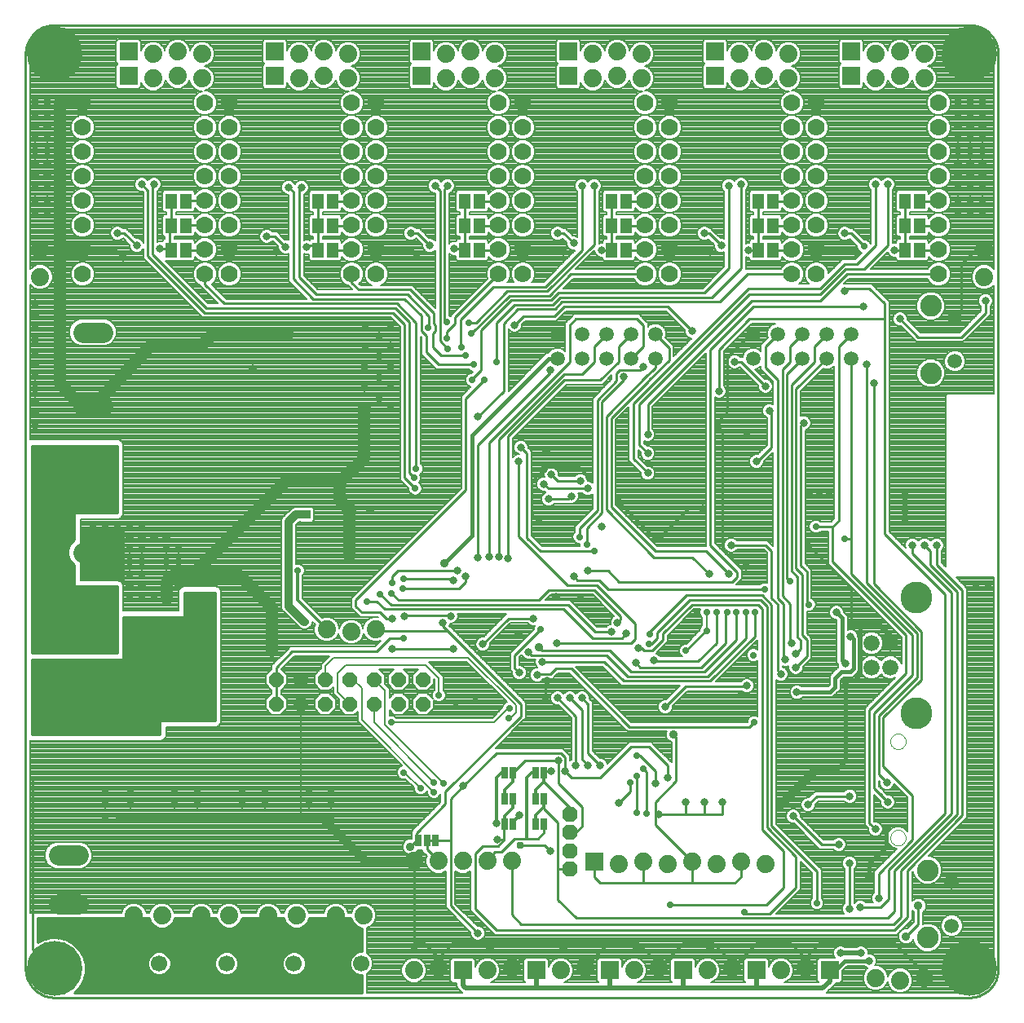
<source format=gbl>
G75*
G70*
%OFA0B0*%
%FSLAX24Y24*%
%IPPOS*%
%LPD*%
%AMOC8*
5,1,8,0,0,1.08239X$1,22.5*
%
%ADD10C,0.0100*%
%ADD11C,0.0660*%
%ADD12C,0.1300*%
%ADD13R,0.0250X0.0500*%
%ADD14C,0.0594*%
%ADD15C,0.0886*%
%ADD16C,0.0740*%
%ADD17C,0.0000*%
%ADD18R,0.0740X0.0740*%
%ADD19C,0.0700*%
%ADD20R,0.0460X0.0630*%
%ADD21C,0.0825*%
%ADD22OC8,0.0600*%
%ADD23OC8,0.0630*%
%ADD24C,0.0669*%
%ADD25C,0.0317*%
%ADD26C,0.0240*%
%ADD27C,0.2250*%
%ADD28C,0.0400*%
%ADD29C,0.0277*%
%ADD30C,0.0160*%
%ADD31C,0.0500*%
%ADD32C,0.0080*%
%ADD33C,0.0320*%
%ADD34C,0.0356*%
%ADD35C,0.0120*%
%ADD36R,0.0356X0.0356*%
%ADD37C,0.0200*%
%ADD38C,0.0310*%
D10*
X002330Y001759D02*
X002330Y039160D01*
X002332Y039226D01*
X002337Y039292D01*
X002347Y039358D01*
X002360Y039423D01*
X002376Y039487D01*
X002396Y039550D01*
X002420Y039612D01*
X002447Y039672D01*
X002477Y039731D01*
X002511Y039788D01*
X002548Y039843D01*
X002588Y039896D01*
X002630Y039947D01*
X002676Y039995D01*
X002724Y040041D01*
X002775Y040083D01*
X002828Y040123D01*
X002883Y040160D01*
X002940Y040194D01*
X002999Y040224D01*
X003059Y040251D01*
X003121Y040275D01*
X003184Y040295D01*
X003248Y040311D01*
X003313Y040324D01*
X003379Y040334D01*
X003445Y040339D01*
X003511Y040341D01*
X040913Y040341D01*
X040979Y040339D01*
X041045Y040334D01*
X041111Y040324D01*
X041176Y040311D01*
X041240Y040295D01*
X041303Y040275D01*
X041365Y040251D01*
X041425Y040224D01*
X041484Y040194D01*
X041541Y040160D01*
X041596Y040123D01*
X041649Y040083D01*
X041700Y040041D01*
X041748Y039995D01*
X041794Y039947D01*
X041836Y039896D01*
X041876Y039843D01*
X041913Y039788D01*
X041947Y039731D01*
X041977Y039672D01*
X042004Y039612D01*
X042028Y039550D01*
X042048Y039487D01*
X042064Y039423D01*
X042077Y039358D01*
X042087Y039292D01*
X042092Y039226D01*
X042094Y039160D01*
X042094Y001759D01*
X042092Y001693D01*
X042087Y001627D01*
X042077Y001561D01*
X042064Y001496D01*
X042048Y001432D01*
X042028Y001369D01*
X042004Y001307D01*
X041977Y001247D01*
X041947Y001188D01*
X041913Y001131D01*
X041876Y001076D01*
X041836Y001023D01*
X041794Y000972D01*
X041748Y000924D01*
X041700Y000878D01*
X041649Y000836D01*
X041596Y000796D01*
X041541Y000759D01*
X041484Y000725D01*
X041425Y000695D01*
X041365Y000668D01*
X041303Y000644D01*
X041240Y000624D01*
X041176Y000608D01*
X041111Y000595D01*
X041045Y000585D01*
X040979Y000580D01*
X040913Y000578D01*
X003511Y000578D01*
X004333Y000777D02*
X004531Y000976D01*
X004699Y001266D01*
X004786Y001591D01*
X004786Y001926D01*
X004699Y002251D01*
X004531Y002541D01*
X004294Y002779D01*
X004003Y002947D01*
X003679Y003034D01*
X003343Y003034D01*
X003019Y002947D01*
X002811Y002827D01*
X002811Y003828D01*
X007380Y003828D01*
X007380Y003824D01*
X007459Y003633D01*
X007605Y003487D01*
X007797Y003408D01*
X008003Y003408D01*
X008195Y003487D01*
X008341Y003633D01*
X008420Y003824D01*
X008420Y003828D01*
X010130Y003828D01*
X010130Y003824D01*
X010209Y003633D01*
X010355Y003487D01*
X010547Y003408D01*
X010753Y003408D01*
X010945Y003487D01*
X011091Y003633D01*
X011170Y003824D01*
X011170Y003828D01*
X012880Y003828D01*
X012880Y003824D01*
X012959Y003633D01*
X013105Y003487D01*
X013297Y003408D01*
X013503Y003408D01*
X013695Y003487D01*
X013841Y003633D01*
X013920Y003824D01*
X013920Y003828D01*
X015630Y003828D01*
X015630Y003824D01*
X015709Y003633D01*
X015855Y003487D01*
X016047Y003408D01*
X016080Y003408D01*
X016080Y002453D01*
X015956Y002453D01*
X015778Y002379D01*
X015642Y002243D01*
X015568Y002065D01*
X015568Y001872D01*
X015642Y001694D01*
X015778Y001557D01*
X015956Y001483D01*
X016080Y001483D01*
X016080Y000777D01*
X004333Y000777D01*
X004429Y000873D02*
X016080Y000873D01*
X016080Y000972D02*
X004527Y000972D01*
X004586Y001070D02*
X016080Y001070D01*
X016080Y001169D02*
X004643Y001169D01*
X004699Y001267D02*
X016080Y001267D01*
X016080Y001366D02*
X004726Y001366D01*
X004752Y001464D02*
X016080Y001464D01*
X015773Y001563D02*
X013577Y001563D01*
X013571Y001557D02*
X013708Y001694D01*
X013782Y001872D01*
X013782Y002065D01*
X013708Y002243D01*
X013571Y002379D01*
X013393Y002453D01*
X013201Y002453D01*
X013022Y002379D01*
X012886Y002243D01*
X012812Y002065D01*
X012812Y001872D01*
X012886Y001694D01*
X013022Y001557D01*
X013201Y001483D01*
X013393Y001483D01*
X013571Y001557D01*
X013675Y001661D02*
X015675Y001661D01*
X015615Y001760D02*
X013735Y001760D01*
X013776Y001858D02*
X015574Y001858D01*
X015568Y001957D02*
X013782Y001957D01*
X013782Y002055D02*
X015568Y002055D01*
X015605Y002154D02*
X013745Y002154D01*
X013698Y002252D02*
X015651Y002252D01*
X015750Y002351D02*
X013600Y002351D01*
X013402Y002449D02*
X015947Y002449D01*
X016080Y002548D02*
X004525Y002548D01*
X004585Y002449D02*
X007680Y002449D01*
X007689Y002453D02*
X007511Y002379D01*
X007374Y002243D01*
X007300Y002065D01*
X007300Y001872D01*
X007374Y001694D01*
X007511Y001557D01*
X007689Y001483D01*
X007882Y001483D01*
X008060Y001557D01*
X008196Y001694D01*
X008270Y001872D01*
X008270Y002065D01*
X008196Y002243D01*
X008060Y002379D01*
X007882Y002453D01*
X007689Y002453D01*
X007891Y002449D02*
X010436Y002449D01*
X010445Y002453D02*
X010266Y002379D01*
X010130Y002243D01*
X010056Y002065D01*
X010056Y001872D01*
X010130Y001694D01*
X010266Y001557D01*
X010445Y001483D01*
X010637Y001483D01*
X010816Y001557D01*
X010952Y001694D01*
X011026Y001872D01*
X011026Y002065D01*
X010952Y002243D01*
X010816Y002379D01*
X010637Y002453D01*
X010445Y002453D01*
X010647Y002449D02*
X013191Y002449D01*
X012994Y002351D02*
X010844Y002351D01*
X010943Y002252D02*
X012895Y002252D01*
X012849Y002154D02*
X010989Y002154D01*
X011026Y002055D02*
X012812Y002055D01*
X012812Y001957D02*
X011026Y001957D01*
X011020Y001858D02*
X012818Y001858D01*
X012859Y001760D02*
X010979Y001760D01*
X010919Y001661D02*
X012919Y001661D01*
X013017Y001563D02*
X010821Y001563D01*
X010261Y001563D02*
X008065Y001563D01*
X008163Y001661D02*
X010163Y001661D01*
X010103Y001760D02*
X008223Y001760D01*
X008264Y001858D02*
X010062Y001858D01*
X010056Y001957D02*
X008270Y001957D01*
X008270Y002055D02*
X010056Y002055D01*
X010093Y002154D02*
X008233Y002154D01*
X008187Y002252D02*
X010140Y002252D01*
X010238Y002351D02*
X008088Y002351D01*
X007482Y002351D02*
X004642Y002351D01*
X004698Y002252D02*
X007384Y002252D01*
X007337Y002154D02*
X004725Y002154D01*
X004752Y002055D02*
X007300Y002055D01*
X007300Y001957D02*
X004778Y001957D01*
X004786Y001858D02*
X007306Y001858D01*
X007347Y001760D02*
X004786Y001760D01*
X004786Y001661D02*
X007407Y001661D01*
X007505Y001563D02*
X004779Y001563D01*
X004427Y002646D02*
X016080Y002646D01*
X016080Y002745D02*
X004328Y002745D01*
X004183Y002843D02*
X016080Y002843D01*
X016080Y002942D02*
X004012Y002942D01*
X003010Y002942D02*
X002811Y002942D01*
X002811Y003040D02*
X016080Y003040D01*
X016080Y003139D02*
X002811Y003139D01*
X002811Y003237D02*
X016080Y003237D01*
X016080Y003336D02*
X002811Y003336D01*
X002811Y003434D02*
X007733Y003434D01*
X007560Y003533D02*
X002811Y003533D01*
X002811Y003631D02*
X007461Y003631D01*
X007419Y003730D02*
X002811Y003730D01*
X002811Y002843D02*
X002839Y002843D01*
X002611Y002546D02*
X002611Y009546D01*
X002590Y011328D02*
X002590Y014390D01*
X006330Y014390D01*
X006330Y016140D01*
X008830Y016140D01*
X008830Y017119D01*
X008851Y017140D01*
X010080Y017140D01*
X010080Y011890D01*
X007830Y011890D01*
X007830Y011328D01*
X002590Y011328D01*
X002590Y011413D02*
X007830Y011413D01*
X007830Y011511D02*
X002590Y011511D01*
X002590Y011610D02*
X007830Y011610D01*
X007830Y011708D02*
X002590Y011708D01*
X002590Y011807D02*
X007830Y011807D01*
X010080Y011905D02*
X002590Y011905D01*
X002590Y012004D02*
X010080Y012004D01*
X010080Y012102D02*
X002590Y012102D01*
X002590Y012201D02*
X010080Y012201D01*
X010080Y012299D02*
X002590Y012299D01*
X002590Y012398D02*
X010080Y012398D01*
X010080Y012496D02*
X002590Y012496D01*
X002590Y012595D02*
X010080Y012595D01*
X010080Y012693D02*
X002590Y012693D01*
X002590Y012792D02*
X010080Y012792D01*
X010080Y012890D02*
X002590Y012890D01*
X002590Y012989D02*
X010080Y012989D01*
X010080Y013087D02*
X002590Y013087D01*
X002590Y013186D02*
X010080Y013186D01*
X010080Y013284D02*
X002590Y013284D01*
X002590Y013383D02*
X010080Y013383D01*
X010080Y013481D02*
X002590Y013481D01*
X002590Y013580D02*
X010080Y013580D01*
X010080Y013678D02*
X002590Y013678D01*
X002590Y013777D02*
X010080Y013777D01*
X010080Y013875D02*
X002590Y013875D01*
X002590Y013974D02*
X010080Y013974D01*
X010080Y014072D02*
X002590Y014072D01*
X002590Y014171D02*
X010080Y014171D01*
X010080Y014269D02*
X002590Y014269D01*
X002590Y014368D02*
X010080Y014368D01*
X010080Y014466D02*
X006330Y014466D01*
X006330Y014565D02*
X010080Y014565D01*
X010080Y014663D02*
X006330Y014663D01*
X006330Y014762D02*
X010080Y014762D01*
X010080Y014860D02*
X006330Y014860D01*
X006330Y014959D02*
X010080Y014959D01*
X010080Y015057D02*
X006330Y015057D01*
X006330Y015156D02*
X010080Y015156D01*
X010080Y015254D02*
X006330Y015254D01*
X006330Y015353D02*
X010080Y015353D01*
X010080Y015451D02*
X006330Y015451D01*
X006330Y015550D02*
X010080Y015550D01*
X010080Y015648D02*
X006330Y015648D01*
X006330Y015747D02*
X010080Y015747D01*
X010080Y015845D02*
X006330Y015845D01*
X006330Y015944D02*
X010080Y015944D01*
X010080Y016042D02*
X006330Y016042D01*
X006070Y016042D02*
X002590Y016042D01*
X002590Y015944D02*
X006070Y015944D01*
X006070Y015845D02*
X002590Y015845D01*
X002590Y015747D02*
X006070Y015747D01*
X006070Y015648D02*
X002590Y015648D01*
X002590Y015550D02*
X006070Y015550D01*
X006070Y015451D02*
X002590Y015451D01*
X002590Y015353D02*
X006070Y015353D01*
X006070Y015254D02*
X002590Y015254D01*
X002590Y015156D02*
X006070Y015156D01*
X006070Y015057D02*
X002590Y015057D01*
X002590Y014959D02*
X006070Y014959D01*
X006070Y014860D02*
X002590Y014860D01*
X002590Y014762D02*
X006070Y014762D01*
X006070Y014663D02*
X002590Y014663D01*
X002590Y014650D02*
X002590Y023140D01*
X006080Y023140D01*
X006080Y020390D01*
X004330Y020390D01*
X004330Y019311D01*
X004315Y019305D01*
X004140Y019130D01*
X004045Y018901D01*
X004045Y018654D01*
X004140Y018425D01*
X004315Y018250D01*
X004330Y018244D01*
X004330Y017390D01*
X006080Y017390D01*
X006080Y016216D01*
X006070Y016192D01*
X006070Y014650D01*
X002590Y014650D01*
X002590Y016141D02*
X006070Y016141D01*
X006080Y016239D02*
X002590Y016239D01*
X002590Y016338D02*
X006080Y016338D01*
X006080Y016436D02*
X002590Y016436D01*
X002590Y016535D02*
X006080Y016535D01*
X006080Y016633D02*
X002590Y016633D01*
X002590Y016732D02*
X006080Y016732D01*
X006080Y016830D02*
X002590Y016830D01*
X002590Y016929D02*
X006080Y016929D01*
X006080Y017027D02*
X002590Y017027D01*
X002590Y017126D02*
X006080Y017126D01*
X006080Y017224D02*
X002590Y017224D01*
X002590Y017323D02*
X006080Y017323D01*
X006156Y017640D02*
X006132Y017650D01*
X004590Y017650D01*
X004590Y019640D01*
X006330Y019640D01*
X006330Y017640D01*
X006156Y017640D01*
X006330Y017717D02*
X004590Y017717D01*
X004590Y017815D02*
X006330Y017815D01*
X006330Y017914D02*
X004590Y017914D01*
X004590Y018012D02*
X006330Y018012D01*
X006330Y018111D02*
X004590Y018111D01*
X004590Y018209D02*
X006330Y018209D01*
X006330Y018308D02*
X004590Y018308D01*
X004590Y018406D02*
X006330Y018406D01*
X006330Y018505D02*
X004590Y018505D01*
X004590Y018603D02*
X006330Y018603D01*
X006330Y018702D02*
X004590Y018702D01*
X004590Y018800D02*
X006330Y018800D01*
X006330Y018899D02*
X004590Y018899D01*
X004590Y018997D02*
X006330Y018997D01*
X006330Y019096D02*
X004590Y019096D01*
X004590Y019194D02*
X006330Y019194D01*
X006330Y019293D02*
X004590Y019293D01*
X004590Y019391D02*
X006330Y019391D01*
X006330Y019490D02*
X004590Y019490D01*
X004590Y019588D02*
X006330Y019588D01*
X006080Y020475D02*
X002590Y020475D01*
X002590Y020573D02*
X006080Y020573D01*
X006080Y020672D02*
X002590Y020672D01*
X002590Y020770D02*
X006080Y020770D01*
X006080Y020869D02*
X002590Y020869D01*
X002590Y020967D02*
X006080Y020967D01*
X006080Y021066D02*
X002590Y021066D01*
X002590Y021164D02*
X006080Y021164D01*
X006080Y021263D02*
X002590Y021263D01*
X002590Y021361D02*
X006080Y021361D01*
X006080Y021460D02*
X002590Y021460D01*
X002590Y021558D02*
X006080Y021558D01*
X006080Y021657D02*
X002590Y021657D01*
X002590Y021755D02*
X006080Y021755D01*
X006080Y021854D02*
X002590Y021854D01*
X002590Y021952D02*
X006080Y021952D01*
X006080Y022051D02*
X002590Y022051D01*
X002590Y022149D02*
X006080Y022149D01*
X006080Y022248D02*
X002590Y022248D01*
X002590Y022346D02*
X006080Y022346D01*
X006080Y022445D02*
X002590Y022445D01*
X002590Y022543D02*
X006080Y022543D01*
X006080Y022642D02*
X002590Y022642D01*
X002590Y022740D02*
X006080Y022740D01*
X006080Y022839D02*
X002590Y022839D01*
X002590Y022937D02*
X006080Y022937D01*
X006080Y023036D02*
X002590Y023036D01*
X002590Y023134D02*
X006080Y023134D01*
X004330Y020376D02*
X002590Y020376D01*
X002590Y020278D02*
X004330Y020278D01*
X004330Y020179D02*
X002590Y020179D01*
X002590Y020081D02*
X004330Y020081D01*
X004330Y019982D02*
X002590Y019982D01*
X002590Y019884D02*
X004330Y019884D01*
X004330Y019785D02*
X002590Y019785D01*
X002590Y019687D02*
X004330Y019687D01*
X004330Y019588D02*
X002590Y019588D01*
X002590Y019490D02*
X004330Y019490D01*
X004330Y019391D02*
X002590Y019391D01*
X002590Y019293D02*
X004302Y019293D01*
X004204Y019194D02*
X002590Y019194D01*
X002590Y019096D02*
X004125Y019096D01*
X004085Y018997D02*
X002590Y018997D01*
X002590Y018899D02*
X004045Y018899D01*
X004045Y018800D02*
X002590Y018800D01*
X002590Y018702D02*
X004045Y018702D01*
X004066Y018603D02*
X002590Y018603D01*
X002590Y018505D02*
X004107Y018505D01*
X004159Y018406D02*
X002590Y018406D01*
X002590Y018308D02*
X004257Y018308D01*
X004330Y018209D02*
X002590Y018209D01*
X002590Y018111D02*
X004330Y018111D01*
X004330Y018012D02*
X002590Y018012D01*
X002590Y017914D02*
X004330Y017914D01*
X004330Y017815D02*
X002590Y017815D01*
X002590Y017717D02*
X004330Y017717D01*
X004330Y017618D02*
X002590Y017618D01*
X002590Y017520D02*
X004330Y017520D01*
X004330Y017421D02*
X002590Y017421D01*
X008830Y017027D02*
X010080Y017027D01*
X010080Y016929D02*
X008830Y016929D01*
X008830Y016830D02*
X010080Y016830D01*
X010080Y016732D02*
X008830Y016732D01*
X008830Y016633D02*
X010080Y016633D01*
X010080Y016535D02*
X008830Y016535D01*
X008830Y016436D02*
X010080Y016436D01*
X010080Y016338D02*
X008830Y016338D01*
X008830Y016239D02*
X010080Y016239D01*
X010080Y016141D02*
X008830Y016141D01*
X008837Y017126D02*
X010080Y017126D01*
X012393Y014781D02*
X012400Y014773D01*
X012400Y014688D01*
X012580Y014078D02*
X013230Y014728D01*
X016680Y014728D01*
X017230Y015278D01*
X017780Y015278D01*
X017330Y014828D02*
X019830Y014828D01*
X019580Y015578D02*
X019393Y015765D01*
X019393Y015890D01*
X019580Y015578D02*
X016693Y015578D01*
X016643Y015628D01*
X017080Y016078D02*
X017330Y016078D01*
X017080Y016078D02*
X016830Y016328D01*
X016080Y016328D01*
X015830Y016578D01*
X015830Y016828D01*
X020330Y021328D01*
X020330Y025078D01*
X021080Y025828D01*
X020955Y026228D02*
X020955Y027864D01*
X022185Y029094D01*
X023824Y029094D01*
X024120Y029390D01*
X030080Y029390D01*
X031080Y030390D01*
X031080Y033765D01*
X031580Y033828D02*
X031580Y030390D01*
X030393Y029203D01*
X024193Y029203D01*
X023897Y028907D01*
X022331Y028907D01*
X021574Y028149D01*
X021574Y026571D01*
X021580Y026578D01*
X020955Y026228D02*
X020580Y025853D01*
X020580Y025828D01*
X020643Y026453D02*
X019205Y026453D01*
X018705Y026953D01*
X018705Y027640D01*
X018518Y027828D01*
X018518Y028453D01*
X017830Y029140D01*
X014080Y029140D01*
X013268Y029953D01*
X013268Y033515D01*
X013080Y033703D01*
X013518Y033609D02*
X013611Y033703D01*
X013518Y033609D02*
X013518Y030015D01*
X014205Y029328D01*
X017943Y029328D01*
X018830Y028440D01*
X018830Y027984D01*
X018799Y027953D01*
X019018Y028140D02*
X019086Y028072D01*
X019086Y027833D01*
X018986Y027734D01*
X018986Y027171D01*
X019330Y026828D01*
X020330Y026828D01*
X020143Y027171D02*
X020111Y027203D01*
X020111Y028286D01*
X021465Y029640D01*
X023580Y029640D01*
X025080Y031140D01*
X025080Y033765D01*
X025580Y033765D02*
X025580Y031374D01*
X023664Y029458D01*
X022023Y029458D01*
X020736Y028171D01*
X020455Y028171D01*
X020549Y027734D02*
X020564Y027734D01*
X022107Y029276D01*
X023746Y029276D01*
X024629Y030159D01*
X027658Y030159D01*
X027639Y031140D02*
X026880Y031140D01*
X026280Y031140D02*
X025893Y031140D01*
X026280Y031140D02*
X026280Y032140D01*
X026280Y033140D01*
X026880Y033140D02*
X027639Y033140D01*
X027658Y033159D01*
X027658Y032159D02*
X027639Y032140D01*
X026880Y032140D01*
X027658Y031159D02*
X027639Y031140D01*
X028658Y031159D02*
X030249Y031159D01*
X030330Y031078D01*
X030768Y031328D02*
X030268Y031828D01*
X030080Y031828D01*
X031893Y031140D02*
X032280Y031140D01*
X032280Y032140D01*
X032280Y033140D01*
X032880Y033140D02*
X033639Y033140D01*
X033658Y033159D01*
X033658Y032159D02*
X033639Y032140D01*
X032880Y032140D01*
X032880Y031140D02*
X033639Y031140D01*
X033658Y031159D01*
X033658Y030159D02*
X031849Y030159D01*
X030705Y029015D01*
X024265Y029015D01*
X023968Y028718D01*
X022455Y028718D01*
X021877Y028140D01*
X021877Y025374D01*
X020830Y024328D01*
X021585Y023573D02*
X024580Y026568D01*
X024580Y028078D01*
X024830Y028328D01*
X027330Y028328D01*
X027580Y028078D01*
X027580Y027203D01*
X027080Y026703D01*
X027455Y026234D02*
X027580Y026359D01*
X027455Y026234D02*
X026611Y026234D01*
X026486Y026109D01*
X026486Y025784D01*
X025705Y025003D01*
X025705Y020503D01*
X024971Y019768D01*
X024971Y019406D01*
X025268Y019093D02*
X025268Y019765D01*
X025893Y020390D01*
X025893Y024930D01*
X026799Y025836D01*
X026799Y025953D01*
X026580Y026578D02*
X026580Y027203D01*
X027080Y027703D01*
X028080Y027703D02*
X028643Y027140D01*
X028643Y026640D01*
X027830Y025828D01*
X027768Y025765D01*
X026268Y024265D01*
X026268Y020640D01*
X028080Y018828D01*
X030143Y018828D01*
X031080Y017890D01*
X031230Y017578D02*
X031430Y017778D01*
X031430Y017978D01*
X030330Y019078D01*
X030330Y027078D01*
X032080Y028828D01*
X036580Y028828D01*
X036830Y029578D02*
X035955Y029578D01*
X035830Y029453D01*
X035911Y030159D02*
X034830Y029078D01*
X032030Y029078D01*
X028180Y025228D01*
X028030Y025078D01*
X027768Y024815D01*
X027768Y023609D01*
X027430Y023165D02*
X027768Y022828D01*
X027430Y023165D02*
X027430Y024828D01*
X031930Y029328D01*
X034820Y029328D01*
X035840Y030348D01*
X036600Y030348D01*
X037580Y031328D01*
X037580Y033828D01*
X037080Y033828D02*
X037080Y031328D01*
X036330Y030578D01*
X035810Y030578D01*
X034810Y029578D01*
X031880Y029578D01*
X027180Y024878D01*
X027180Y022603D01*
X027768Y022015D01*
X026580Y020828D02*
X027978Y019429D01*
X028284Y019429D01*
X029432Y020578D01*
X030030Y020578D01*
X030830Y018890D02*
X030830Y023703D01*
X030643Y023890D01*
X030643Y024140D01*
X031030Y024528D01*
X031030Y026778D01*
X031955Y027703D01*
X032080Y027703D01*
X032580Y027203D02*
X033080Y027703D01*
X032580Y027203D02*
X032580Y026328D01*
X033080Y025828D01*
X033080Y016910D01*
X033330Y016660D01*
X033330Y014390D01*
X033393Y014390D01*
X033830Y014640D02*
X034018Y014828D01*
X034018Y015183D01*
X033893Y015308D01*
X033893Y017765D01*
X033643Y018015D01*
X033643Y025640D01*
X034580Y026578D01*
X034580Y027203D01*
X035080Y027703D01*
X035580Y027203D02*
X036080Y027703D01*
X035580Y027203D02*
X035580Y020078D01*
X035330Y019828D01*
X034643Y019828D01*
X035330Y019828D02*
X035330Y018390D01*
X038330Y015390D01*
X038330Y013828D01*
X036830Y012328D01*
X036830Y007703D01*
X037080Y007453D01*
X037580Y008578D02*
X037268Y008890D01*
X037018Y009140D02*
X037580Y008578D01*
X037545Y009362D02*
X037205Y009703D01*
X037205Y012088D01*
X038768Y013650D01*
X038768Y015473D01*
X036705Y017535D01*
X036705Y026453D01*
X036080Y026703D02*
X036080Y019328D01*
X035830Y019328D01*
X036080Y019328D02*
X036080Y017900D01*
X038580Y015400D01*
X038580Y013765D01*
X037018Y012203D01*
X037018Y009140D01*
X037455Y009453D02*
X037545Y009362D01*
X037393Y010015D02*
X038580Y008828D01*
X038580Y007015D01*
X037205Y005640D01*
X037205Y004640D01*
X037268Y004265D02*
X036455Y004265D01*
X036018Y004203D02*
X036018Y006078D01*
X035580Y006828D02*
X034871Y006828D01*
X033708Y007990D01*
X034326Y008451D02*
X034676Y008801D01*
X036031Y008801D01*
X037393Y010015D02*
X037393Y012015D01*
X038955Y013578D01*
X038955Y015546D01*
X037018Y017484D01*
X037018Y025703D01*
X035080Y026703D02*
X033830Y025453D01*
X033830Y018128D01*
X034080Y017878D01*
X034080Y015390D01*
X034268Y015203D01*
X034268Y014515D01*
X033830Y014078D01*
X033205Y013796D02*
X033080Y013921D01*
X033080Y016650D01*
X032830Y016900D01*
X032830Y018828D01*
X032580Y019078D01*
X031174Y019078D01*
X030830Y018890D02*
X031518Y018203D01*
X031768Y018203D01*
X031230Y017578D02*
X026580Y017578D01*
X026143Y018015D01*
X025330Y018015D01*
X024893Y017640D02*
X024736Y017796D01*
X024893Y017640D02*
X025768Y017640D01*
X026143Y017265D01*
X032549Y017265D01*
X032446Y017024D02*
X032830Y016640D01*
X032830Y007588D01*
X034680Y005738D01*
X034680Y004428D01*
X033830Y005078D02*
X033830Y006328D01*
X032643Y007515D01*
X032643Y016572D01*
X032383Y016832D01*
X029472Y016832D01*
X028143Y015503D01*
X028143Y015265D01*
X027924Y015046D01*
X027830Y015046D01*
X027955Y014765D02*
X028393Y015203D01*
X028393Y015453D01*
X029580Y016640D01*
X032280Y016640D01*
X032455Y016465D01*
X032455Y007437D01*
X033330Y006562D01*
X033330Y005078D01*
X032630Y004378D01*
X028680Y004378D01*
X029580Y005253D02*
X027580Y005253D01*
X027580Y006128D01*
X027580Y005253D02*
X025830Y005253D01*
X025580Y005503D01*
X025580Y006128D01*
X024580Y005828D02*
X024080Y005828D01*
X024080Y004578D01*
X024840Y003818D01*
X037570Y003818D01*
X037861Y004109D01*
X037861Y005766D01*
X040180Y008085D01*
X040180Y017134D01*
X038580Y018734D01*
X038580Y019078D01*
X039080Y019078D02*
X039330Y018828D01*
X039330Y018265D01*
X040430Y017165D01*
X040430Y008075D01*
X038111Y005756D01*
X038111Y003859D01*
X037830Y003578D01*
X022580Y003578D01*
X022208Y003950D01*
X022208Y006150D01*
X021780Y006528D02*
X022330Y007078D01*
X022830Y007078D01*
X023268Y007078D01*
X023508Y007318D01*
X023508Y007650D01*
X024080Y007734D02*
X023503Y008311D01*
X023503Y008359D01*
X024080Y007734D02*
X024080Y005828D01*
X023768Y006578D02*
X023549Y006796D01*
X022549Y006796D01*
X021893Y007015D02*
X021643Y007015D01*
X021611Y007046D01*
X021643Y006765D02*
X021018Y006765D01*
X020705Y006453D01*
X020705Y004203D01*
X021580Y003328D01*
X037861Y003328D01*
X038393Y003859D01*
X038393Y005778D01*
X040630Y008015D01*
X040630Y017228D01*
X039580Y018278D01*
X039580Y019078D01*
X039924Y017078D02*
X039924Y008099D01*
X037611Y005786D01*
X037611Y004609D01*
X037268Y004265D01*
X038330Y003078D02*
X038830Y003578D01*
X038830Y004328D01*
X037830Y002828D02*
X039080Y001578D01*
X039080Y001378D01*
X040532Y001378D01*
X040913Y001759D01*
X037830Y002828D02*
X034830Y002828D01*
X034204Y002202D01*
X033632Y002774D01*
X033526Y002774D01*
X033486Y002814D01*
X033486Y002828D01*
X032248Y002828D01*
X031204Y001784D01*
X031204Y002034D01*
X030495Y002743D01*
X030330Y002578D01*
X030495Y002743D02*
X030410Y002828D01*
X029248Y002828D01*
X028204Y001784D01*
X028204Y001972D01*
X027464Y002712D01*
X027330Y002578D01*
X027464Y002712D02*
X027349Y002828D01*
X026180Y002828D01*
X025329Y001977D01*
X025329Y001828D01*
X024893Y002265D01*
X022685Y002265D01*
X022204Y001784D01*
X021410Y002658D02*
X021330Y002578D01*
X021410Y002658D02*
X021410Y002828D01*
X024480Y002828D01*
X024480Y002728D01*
X024330Y002578D01*
X024480Y002828D02*
X026180Y002828D01*
X029580Y005253D02*
X031330Y005253D01*
X031580Y005503D01*
X031580Y006128D01*
X030830Y008078D02*
X030080Y008078D01*
X029330Y008078D01*
X028205Y008078D01*
X028080Y008078D01*
X028080Y007628D01*
X029580Y006128D01*
X029580Y005253D01*
X031730Y004078D02*
X031783Y004024D01*
X031783Y003999D01*
X032752Y003999D01*
X033830Y005078D01*
X034204Y002202D02*
X034204Y001784D01*
X030830Y008078D02*
X030830Y008578D01*
X030080Y008578D02*
X030080Y008078D01*
X029330Y008078D02*
X029330Y008578D01*
X028924Y009421D02*
X028924Y011234D01*
X028830Y011328D01*
X027830Y010828D02*
X027080Y010828D01*
X025830Y009578D01*
X024643Y009578D01*
X024393Y009828D01*
X024393Y010390D01*
X024205Y010578D01*
X021580Y010578D01*
X020230Y009228D01*
X019705Y008703D01*
X019705Y007014D01*
X019705Y004328D01*
X020830Y003203D01*
X021410Y002828D02*
X019830Y002828D01*
X019204Y002202D01*
X018578Y002828D01*
X018242Y002828D01*
X018208Y002862D01*
X018208Y002550D01*
X018230Y002528D01*
X018208Y002862D02*
X018208Y006150D01*
X018066Y006747D02*
X018316Y006997D01*
X018316Y007314D01*
X019486Y008484D01*
X019486Y008984D01*
X022580Y012078D01*
X022580Y012578D01*
X019580Y015578D01*
X019705Y016171D02*
X019674Y016203D01*
X017861Y016203D01*
X017830Y016171D01*
X017580Y016828D02*
X017299Y017109D01*
X017580Y016828D02*
X023314Y016828D01*
X023726Y017239D01*
X025596Y017239D01*
X026658Y016177D01*
X026658Y016031D01*
X026533Y015906D01*
X026299Y015546D02*
X025611Y015546D01*
X024518Y016640D01*
X017268Y016640D01*
X016830Y017078D01*
X016693Y016765D02*
X017005Y016453D01*
X024330Y016453D01*
X025518Y015265D01*
X026705Y015265D01*
X026893Y015453D01*
X027236Y015234D02*
X027236Y015859D01*
X025674Y017421D01*
X024486Y017421D01*
X022486Y019421D01*
X022486Y022484D01*
X022830Y022828D02*
X022580Y023078D01*
X022830Y022828D02*
X022830Y019378D01*
X023380Y018828D01*
X025580Y018828D01*
X026080Y020528D02*
X028030Y018578D01*
X029580Y018578D01*
X030268Y017890D01*
X029364Y017024D02*
X027861Y015521D01*
X027861Y015421D01*
X027533Y014859D02*
X027393Y014859D01*
X027533Y014859D02*
X027627Y014765D01*
X027955Y014765D01*
X028018Y014359D02*
X028049Y014328D01*
X029830Y014328D01*
X030580Y015078D01*
X030580Y016328D01*
X030955Y016281D02*
X031002Y016328D01*
X030955Y016281D02*
X030955Y015078D01*
X029955Y014078D01*
X027455Y014078D01*
X027268Y014265D01*
X027080Y013890D02*
X030080Y013890D01*
X031393Y015203D01*
X031393Y016328D01*
X031768Y016328D02*
X031768Y015265D01*
X030205Y013703D01*
X026955Y013703D01*
X026080Y014578D01*
X023018Y014578D01*
X022893Y014703D01*
X023330Y014890D02*
X023455Y014765D01*
X026205Y014765D01*
X027080Y013890D01*
X026768Y013515D02*
X030318Y013515D01*
X032143Y015340D01*
X032143Y016328D01*
X032446Y017024D02*
X029364Y017024D01*
X030143Y015578D02*
X029330Y014765D01*
X030143Y015578D02*
X030174Y015578D01*
X029316Y013296D02*
X031799Y013296D01*
X031830Y013328D01*
X032116Y011828D02*
X031928Y011640D01*
X027018Y011640D01*
X024643Y014015D01*
X024018Y014015D01*
X023799Y013796D01*
X023268Y013796D01*
X023236Y013765D01*
X023580Y013453D02*
X023643Y013515D01*
X023580Y013453D02*
X023580Y012828D01*
X024080Y012828D02*
X024830Y012078D01*
X024830Y010078D01*
X025080Y010328D02*
X025080Y012328D01*
X024580Y012828D01*
X025080Y012828D02*
X025330Y012578D01*
X025330Y010578D01*
X025830Y010078D01*
X025330Y010078D02*
X025080Y010328D01*
X024111Y010265D02*
X024111Y009346D01*
X025080Y008378D01*
X025080Y007578D01*
X024830Y007328D01*
X024580Y007328D01*
X024580Y008078D02*
X024580Y008328D01*
X023521Y009387D01*
X023508Y009387D01*
X023508Y009776D02*
X023560Y009828D01*
X023830Y009828D01*
X024111Y010265D02*
X022737Y010265D01*
X022248Y009776D01*
X021893Y007619D02*
X021893Y007015D01*
X021643Y006765D01*
X021530Y006528D02*
X021780Y006528D01*
X021530Y006528D02*
X021208Y006205D01*
X021208Y006150D01*
X019705Y007014D02*
X019143Y007014D01*
X019110Y007014D01*
X019093Y006997D01*
X018743Y006997D01*
X018743Y006615D01*
X019208Y006150D01*
X019160Y006997D02*
X019093Y006997D01*
X019143Y007014D02*
X019080Y007078D01*
X018393Y006997D02*
X018316Y006997D01*
X015669Y003730D02*
X013881Y003730D01*
X013839Y003631D02*
X015711Y003631D01*
X015810Y003533D02*
X013740Y003533D01*
X013567Y003434D02*
X015983Y003434D01*
X013233Y003434D02*
X010817Y003434D01*
X010990Y003533D02*
X013060Y003533D01*
X012961Y003631D02*
X011089Y003631D01*
X011131Y003730D02*
X012919Y003730D01*
X010483Y003434D02*
X008067Y003434D01*
X008240Y003533D02*
X010310Y003533D01*
X010211Y003631D02*
X008339Y003631D01*
X008381Y003730D02*
X010169Y003730D01*
X003511Y000578D02*
X003445Y000580D01*
X003379Y000585D01*
X003313Y000595D01*
X003248Y000608D01*
X003184Y000624D01*
X003121Y000644D01*
X003059Y000668D01*
X002999Y000695D01*
X002940Y000725D01*
X002883Y000759D01*
X002828Y000796D01*
X002775Y000836D01*
X002724Y000878D01*
X002676Y000924D01*
X002630Y000972D01*
X002588Y001023D01*
X002548Y001076D01*
X002511Y001131D01*
X002477Y001188D01*
X002447Y001247D01*
X002420Y001307D01*
X002396Y001369D01*
X002376Y001432D01*
X002360Y001496D01*
X002347Y001561D01*
X002337Y001627D01*
X002332Y001693D01*
X002330Y001759D01*
X002611Y002546D02*
X003399Y001759D01*
X003511Y001759D01*
X012580Y012578D02*
X012580Y013578D01*
X012580Y014078D01*
X016268Y016765D02*
X016693Y016765D01*
X017330Y017515D02*
X017330Y017790D01*
X017555Y018015D01*
X019986Y018015D01*
X019768Y017703D02*
X017768Y017703D01*
X017736Y017296D02*
X020049Y017296D01*
X020330Y017578D01*
X020330Y017796D01*
X019830Y017640D02*
X019768Y017703D01*
X020830Y018578D02*
X020830Y023178D01*
X023768Y026115D01*
X023768Y026234D01*
X024350Y026078D02*
X025080Y026078D01*
X025580Y026578D01*
X025580Y027203D01*
X026080Y027703D01*
X026580Y026578D02*
X025830Y025828D01*
X024360Y025828D01*
X022049Y023516D01*
X022049Y018515D01*
X021674Y018609D02*
X021674Y023401D01*
X024350Y026078D01*
X022330Y028078D02*
X022680Y028428D01*
X023940Y028428D01*
X024340Y028828D01*
X028580Y028828D01*
X029580Y027828D01*
X030680Y027078D02*
X031930Y028328D01*
X037455Y028328D01*
X037455Y028953D01*
X036830Y029578D01*
X035911Y030159D02*
X039658Y030159D01*
X039639Y031140D02*
X038880Y031140D01*
X038280Y031140D02*
X037861Y031140D01*
X038280Y031140D02*
X038280Y032140D01*
X038280Y033140D01*
X038880Y033140D02*
X039639Y033140D01*
X039658Y033159D01*
X039658Y032159D02*
X039639Y032140D01*
X038880Y032140D01*
X039658Y031159D02*
X039639Y031140D01*
X040580Y030578D02*
X040580Y028622D01*
X040322Y028364D01*
X040580Y027578D02*
X038830Y027578D01*
X038080Y028328D01*
X037455Y028328D02*
X037455Y019546D01*
X039924Y017078D01*
X036079Y017328D02*
X036079Y015770D01*
X036079Y017328D02*
X034330Y019078D01*
X034018Y018240D02*
X034018Y023965D01*
X034130Y024078D01*
X034143Y024078D01*
X032830Y024484D02*
X032830Y023078D01*
X032236Y022484D01*
X032205Y022484D01*
X032830Y024484D02*
X032736Y024578D01*
X032580Y025578D02*
X031580Y026578D01*
X031330Y026578D01*
X030680Y027078D02*
X030680Y025378D01*
X033268Y026265D02*
X033268Y016983D01*
X033580Y016670D01*
X033580Y015140D01*
X033643Y015078D01*
X034361Y016640D02*
X034268Y016734D01*
X034268Y017990D01*
X034018Y018240D01*
X033455Y017713D02*
X033580Y017588D01*
X033455Y017713D02*
X033455Y026078D01*
X034080Y026703D01*
X033580Y026578D02*
X033580Y027203D01*
X034080Y027703D01*
X033580Y026578D02*
X033268Y026265D01*
X028080Y026338D02*
X028080Y026703D01*
X028080Y026338D02*
X027950Y026208D01*
X027758Y026015D01*
X026080Y024338D01*
X026080Y020528D01*
X025330Y021390D02*
X023705Y021390D01*
X023518Y021578D01*
X023830Y021953D02*
X024080Y021703D01*
X025018Y021703D01*
X025393Y021828D02*
X024955Y022265D01*
X023557Y022265D01*
X023580Y022242D01*
X023565Y022242D01*
X023503Y022179D01*
X023018Y021694D01*
X023018Y020328D01*
X023315Y020030D01*
X023315Y020023D01*
X023705Y020953D02*
X024518Y020953D01*
X024643Y021078D01*
X021585Y023573D02*
X021486Y023474D01*
X021268Y023255D01*
X021268Y018609D01*
X022080Y016078D02*
X021030Y015028D01*
X022330Y014578D02*
X022330Y014046D01*
X022518Y013859D01*
X022330Y014578D02*
X023393Y015640D01*
X023080Y016078D02*
X022080Y016078D01*
X023455Y014296D02*
X025986Y014296D01*
X026768Y013515D01*
X027080Y015078D02*
X027236Y015234D01*
X027080Y015078D02*
X024049Y015078D01*
X024080Y016890D02*
X024018Y016953D01*
X024080Y016890D02*
X025018Y016890D01*
X029316Y013296D02*
X028481Y012461D01*
X027830Y010828D02*
X028580Y010078D01*
X028580Y009578D01*
X028924Y009421D02*
X028080Y008578D01*
X028080Y008078D01*
X027705Y008109D02*
X027705Y009796D01*
X027580Y009921D01*
X027330Y009640D02*
X027330Y008140D01*
X026580Y008515D02*
X027049Y008984D01*
X027049Y009359D01*
X028080Y009328D02*
X028080Y009828D01*
X027455Y010453D01*
X027330Y010453D01*
X020705Y012703D02*
X020005Y012703D01*
X019930Y012628D01*
X018258Y021390D02*
X017830Y021818D01*
X017830Y028090D01*
X017343Y028578D01*
X009643Y028578D01*
X007330Y030890D01*
X007330Y033578D01*
X007080Y033828D01*
X007530Y033778D02*
X007580Y033828D01*
X007530Y033778D02*
X007530Y030950D01*
X009715Y028765D01*
X017435Y028765D01*
X018018Y028183D01*
X018018Y022015D01*
X018205Y021828D01*
X018299Y022203D02*
X018299Y028171D01*
X017518Y028953D01*
X010455Y028953D01*
X009661Y029746D01*
X009661Y030159D01*
X009643Y031140D02*
X008880Y031140D01*
X009643Y031140D02*
X009661Y031159D01*
X009661Y032159D02*
X008899Y032159D01*
X008880Y032140D01*
X008280Y032140D02*
X008280Y033140D01*
X008880Y033140D02*
X008899Y033159D01*
X009661Y033159D01*
X008280Y032140D02*
X008218Y032078D01*
X008218Y031203D01*
X008280Y031140D01*
X008218Y031203D02*
X007830Y031203D01*
X006870Y031318D02*
X006360Y031828D01*
X006093Y031828D01*
X006018Y031140D02*
X006330Y030828D01*
X006018Y031140D02*
X004680Y031140D01*
X003724Y031078D02*
X003622Y031179D01*
X002924Y031179D01*
X010658Y031159D02*
X010739Y031078D01*
X012580Y031078D01*
X012955Y031278D02*
X012530Y031703D01*
X012193Y031703D01*
X013830Y031265D02*
X013893Y031328D01*
X014218Y031328D01*
X014280Y031140D01*
X014280Y032140D01*
X014280Y033140D01*
X014880Y033140D02*
X015639Y033140D01*
X015658Y033159D01*
X015658Y032159D02*
X015639Y032140D01*
X014880Y032140D01*
X014880Y031140D02*
X015639Y031140D01*
X015658Y031159D01*
X016658Y031159D02*
X018124Y031159D01*
X018330Y030953D01*
X018861Y031328D02*
X018361Y031828D01*
X018080Y031828D01*
X019861Y031203D02*
X020218Y031203D01*
X020280Y031140D01*
X020280Y032140D01*
X020280Y033140D01*
X019580Y033765D02*
X019455Y033640D01*
X019455Y028203D01*
X019549Y028203D01*
X019893Y028140D02*
X019893Y028393D01*
X021658Y030159D01*
X021639Y031140D02*
X020880Y031140D01*
X021639Y031140D02*
X021658Y031159D01*
X021639Y032140D02*
X020880Y032140D01*
X021639Y032140D02*
X021658Y032159D01*
X021639Y033140D02*
X020880Y033140D01*
X021639Y033140D02*
X021658Y033159D01*
X022658Y031159D02*
X024249Y031159D01*
X024330Y031078D01*
X024736Y031421D02*
X024330Y031828D01*
X024080Y031828D01*
X019893Y028140D02*
X019549Y027796D01*
X019549Y027546D01*
X019268Y027421D02*
X019580Y027109D01*
X019268Y027421D02*
X019268Y033578D01*
X019080Y033765D01*
X015658Y030159D02*
X015658Y029812D01*
X015955Y029515D01*
X018055Y029515D01*
X019018Y028553D01*
X019018Y028140D01*
X034658Y031159D02*
X036155Y031159D01*
X036268Y031046D01*
X036611Y031296D02*
X036080Y031828D01*
X035830Y031828D01*
X040580Y030578D02*
X041181Y031179D01*
X041518Y031179D01*
X041580Y029078D02*
X041580Y028578D01*
X040580Y027578D01*
X019204Y002202D02*
X019204Y001784D01*
D11*
X036913Y014079D03*
X037693Y014079D03*
X037693Y015063D03*
X036913Y015063D03*
D12*
X038763Y016941D03*
X038763Y012201D03*
D13*
X023508Y009776D03*
X023184Y009776D03*
X022248Y009776D03*
X021924Y009776D03*
X021924Y008713D03*
X022248Y008713D03*
X023184Y008713D03*
X023508Y008713D03*
X023508Y007650D03*
X023184Y007650D03*
X022248Y007650D03*
X021924Y007650D03*
X019093Y006997D03*
X018743Y006997D03*
X018393Y006997D03*
D14*
X024080Y026703D03*
X024080Y027703D03*
X025080Y027703D03*
X026080Y027703D03*
X026080Y026703D03*
X025080Y026703D03*
X027080Y026703D03*
X027080Y027703D03*
X028080Y027703D03*
X028080Y026703D03*
X032080Y026703D03*
X032080Y027703D03*
X033080Y027703D03*
X034080Y027703D03*
X034080Y026703D03*
X033080Y026703D03*
X035080Y026703D03*
X035080Y027703D03*
X036080Y027703D03*
X036080Y026703D03*
X040322Y026593D03*
X040322Y028364D03*
X040197Y005286D03*
X040197Y003514D03*
D15*
X039213Y003022D03*
X039213Y005778D03*
X039338Y026101D03*
X039338Y028857D03*
D16*
X041518Y030039D03*
X041518Y031179D03*
X039080Y038153D03*
X039080Y039153D03*
X038080Y039253D03*
X037080Y039153D03*
X037080Y038153D03*
X038080Y038253D03*
X033518Y038153D03*
X032518Y038253D03*
X031518Y038153D03*
X031518Y039153D03*
X032518Y039253D03*
X033518Y039153D03*
X027518Y039153D03*
X026518Y039253D03*
X025518Y039153D03*
X025518Y038153D03*
X026518Y038253D03*
X027518Y038153D03*
X021518Y038153D03*
X020518Y038253D03*
X020518Y039253D03*
X021518Y039153D03*
X019518Y039153D03*
X019518Y038153D03*
X015518Y038153D03*
X014518Y038253D03*
X013518Y038153D03*
X013518Y039153D03*
X014518Y039253D03*
X015518Y039153D03*
X009536Y039153D03*
X008536Y039253D03*
X008536Y038253D03*
X009536Y038153D03*
X007536Y038153D03*
X007536Y039153D03*
X002924Y031179D03*
X002924Y030039D03*
X014643Y015628D03*
X015643Y015528D03*
X016643Y015628D03*
X018208Y006150D03*
X019208Y006150D03*
X020208Y006150D03*
X021208Y006150D03*
X022208Y006150D03*
X026580Y006028D03*
X027580Y006128D03*
X028580Y006028D03*
X029580Y006128D03*
X030580Y006028D03*
X031580Y006128D03*
X032580Y006028D03*
X033204Y001684D03*
X034204Y001784D03*
X037080Y001378D03*
X038080Y001278D03*
X039080Y001378D03*
X031204Y001784D03*
X030204Y001684D03*
X028204Y001784D03*
X027204Y001684D03*
X025204Y001784D03*
X024204Y001684D03*
X022204Y001784D03*
X021204Y001684D03*
X019204Y001784D03*
X018204Y001684D03*
X016150Y003928D03*
X015010Y003928D03*
X013400Y003928D03*
X012260Y003928D03*
X010650Y003928D03*
X009510Y003928D03*
X007900Y003928D03*
X006760Y003928D03*
D17*
X037684Y007109D02*
X037686Y007144D01*
X037692Y007179D01*
X037702Y007213D01*
X037715Y007246D01*
X037732Y007277D01*
X037753Y007305D01*
X037776Y007332D01*
X037803Y007355D01*
X037831Y007376D01*
X037862Y007393D01*
X037895Y007406D01*
X037929Y007416D01*
X037964Y007422D01*
X037999Y007424D01*
X038034Y007422D01*
X038069Y007416D01*
X038103Y007406D01*
X038136Y007393D01*
X038167Y007376D01*
X038195Y007355D01*
X038222Y007332D01*
X038245Y007305D01*
X038266Y007277D01*
X038283Y007246D01*
X038296Y007213D01*
X038306Y007179D01*
X038312Y007144D01*
X038314Y007109D01*
X038312Y007074D01*
X038306Y007039D01*
X038296Y007005D01*
X038283Y006972D01*
X038266Y006941D01*
X038245Y006913D01*
X038222Y006886D01*
X038195Y006863D01*
X038167Y006842D01*
X038136Y006825D01*
X038103Y006812D01*
X038069Y006802D01*
X038034Y006796D01*
X037999Y006794D01*
X037964Y006796D01*
X037929Y006802D01*
X037895Y006812D01*
X037862Y006825D01*
X037831Y006842D01*
X037803Y006863D01*
X037776Y006886D01*
X037753Y006913D01*
X037732Y006941D01*
X037715Y006972D01*
X037702Y007005D01*
X037692Y007039D01*
X037686Y007074D01*
X037684Y007109D01*
X037684Y011046D02*
X037686Y011081D01*
X037692Y011116D01*
X037702Y011150D01*
X037715Y011183D01*
X037732Y011214D01*
X037753Y011242D01*
X037776Y011269D01*
X037803Y011292D01*
X037831Y011313D01*
X037862Y011330D01*
X037895Y011343D01*
X037929Y011353D01*
X037964Y011359D01*
X037999Y011361D01*
X038034Y011359D01*
X038069Y011353D01*
X038103Y011343D01*
X038136Y011330D01*
X038167Y011313D01*
X038195Y011292D01*
X038222Y011269D01*
X038245Y011242D01*
X038266Y011214D01*
X038283Y011183D01*
X038296Y011150D01*
X038306Y011116D01*
X038312Y011081D01*
X038314Y011046D01*
X038312Y011011D01*
X038306Y010976D01*
X038296Y010942D01*
X038283Y010909D01*
X038266Y010878D01*
X038245Y010850D01*
X038222Y010823D01*
X038195Y010800D01*
X038167Y010779D01*
X038136Y010762D01*
X038103Y010749D01*
X038069Y010739D01*
X038034Y010733D01*
X037999Y010731D01*
X037964Y010733D01*
X037929Y010739D01*
X037895Y010749D01*
X037862Y010762D01*
X037831Y010779D01*
X037803Y010800D01*
X037776Y010823D01*
X037753Y010850D01*
X037732Y010878D01*
X037715Y010909D01*
X037702Y010942D01*
X037692Y010976D01*
X037686Y011011D01*
X037684Y011046D01*
D18*
X035204Y001684D03*
X032204Y001684D03*
X029204Y001684D03*
X026204Y001684D03*
X023204Y001684D03*
X020204Y001684D03*
X025580Y006128D03*
X024518Y038253D03*
X024518Y039253D03*
X030518Y039253D03*
X030518Y038253D03*
X036080Y038253D03*
X036080Y039253D03*
X018518Y039253D03*
X018518Y038253D03*
X012518Y038253D03*
X012518Y039253D03*
X006536Y039253D03*
X006536Y038253D03*
D19*
X004661Y037159D03*
X004661Y036159D03*
X004661Y035159D03*
X004661Y034159D03*
X004661Y033159D03*
X004661Y032159D03*
X004661Y031159D03*
X004661Y030159D03*
X009661Y030159D03*
X009661Y031159D03*
X009661Y032159D03*
X010658Y032159D03*
X010658Y031159D03*
X010658Y030159D03*
X010658Y033159D03*
X010658Y034159D03*
X009661Y034159D03*
X009661Y033159D03*
X009661Y035159D03*
X009661Y036159D03*
X010658Y036159D03*
X010658Y035159D03*
X010658Y037159D03*
X009661Y037159D03*
X015658Y037159D03*
X016658Y037159D03*
X016658Y036159D03*
X015658Y036159D03*
X015658Y035159D03*
X016658Y035159D03*
X016658Y034159D03*
X015658Y034159D03*
X015658Y033159D03*
X016658Y033159D03*
X016658Y032159D03*
X015658Y032159D03*
X015658Y031159D03*
X016658Y031159D03*
X016658Y030159D03*
X015658Y030159D03*
X021658Y030159D03*
X021658Y031159D03*
X021658Y032159D03*
X021658Y033159D03*
X021658Y034159D03*
X021658Y035159D03*
X021658Y036159D03*
X021658Y037159D03*
X022658Y037159D03*
X022658Y036159D03*
X022658Y035159D03*
X022658Y034159D03*
X022658Y033159D03*
X022658Y032159D03*
X022658Y031159D03*
X022658Y030159D03*
X027658Y030159D03*
X027658Y031159D03*
X027658Y032159D03*
X028658Y032159D03*
X028658Y031159D03*
X028658Y030159D03*
X028658Y033159D03*
X028658Y034159D03*
X027658Y034159D03*
X027658Y033159D03*
X027658Y035159D03*
X027658Y036159D03*
X028658Y036159D03*
X028658Y035159D03*
X028658Y037159D03*
X027658Y037159D03*
X033658Y037159D03*
X034658Y037159D03*
X034658Y036159D03*
X034658Y035159D03*
X033658Y035159D03*
X033658Y036159D03*
X033658Y034159D03*
X033658Y033159D03*
X034658Y033159D03*
X034658Y034159D03*
X034658Y032159D03*
X034658Y031159D03*
X034658Y030159D03*
X033658Y030159D03*
X033658Y031159D03*
X033658Y032159D03*
X039658Y032159D03*
X039658Y031159D03*
X039658Y030159D03*
X039658Y033159D03*
X039658Y034159D03*
X039658Y035159D03*
X039658Y036159D03*
X039658Y037159D03*
D20*
X038880Y033140D03*
X038280Y033140D03*
X038280Y032140D03*
X038880Y032140D03*
X038880Y031140D03*
X038280Y031140D03*
X032880Y031140D03*
X032280Y031140D03*
X032280Y032140D03*
X032880Y032140D03*
X032880Y033140D03*
X032280Y033140D03*
X026880Y033140D03*
X026280Y033140D03*
X026280Y032140D03*
X026880Y032140D03*
X026880Y031140D03*
X026280Y031140D03*
X020880Y031140D03*
X020280Y031140D03*
X020280Y032140D03*
X020880Y032140D03*
X020880Y033140D03*
X020280Y033140D03*
X014880Y033140D03*
X014280Y033140D03*
X014280Y032140D03*
X014880Y032140D03*
X014880Y031140D03*
X014280Y031140D03*
X008880Y031140D03*
X008280Y031140D03*
X008280Y032140D03*
X008880Y032140D03*
X008880Y033140D03*
X008280Y033140D03*
D21*
X005493Y027778D02*
X004668Y027778D01*
X004668Y024778D02*
X005493Y024778D01*
X005493Y021778D02*
X004668Y021778D01*
X004668Y018778D02*
X005493Y018778D01*
X005493Y015778D02*
X004668Y015778D01*
X004668Y012778D02*
X005493Y012778D01*
X004493Y006390D02*
X003668Y006390D01*
X003668Y004390D02*
X004493Y004390D01*
D22*
X012580Y012578D03*
X013580Y012578D03*
X014580Y012578D03*
X014580Y013578D03*
X013580Y013578D03*
X012580Y013578D03*
X015580Y013578D03*
X016580Y013578D03*
X017580Y013578D03*
X018580Y013578D03*
X018580Y012578D03*
X017580Y012578D03*
X016580Y012578D03*
X015580Y012578D03*
D23*
X024580Y008078D03*
X024580Y007328D03*
X024580Y006578D03*
X024580Y005828D03*
D24*
X016053Y001968D03*
X014675Y001968D03*
X013297Y001968D03*
X011919Y001968D03*
X010541Y001968D03*
X009163Y001968D03*
X007785Y001968D03*
X006407Y001968D03*
D25*
X005424Y002109D03*
X005424Y002609D03*
X004924Y002609D03*
X004924Y002109D03*
X004924Y001609D03*
X005424Y001609D03*
X005424Y001109D03*
X004924Y001109D03*
X005174Y003109D03*
X005424Y003484D03*
X004924Y003484D03*
X004674Y003109D03*
X004424Y003484D03*
X004174Y003109D03*
X003924Y003484D03*
X003674Y003109D03*
X003424Y003484D03*
X003174Y003109D03*
X005580Y007953D03*
X005580Y008453D03*
X005580Y008953D03*
X006605Y008953D03*
X006605Y008453D03*
X006605Y007953D03*
X006168Y007953D03*
X008430Y007953D03*
X008430Y008453D03*
X008430Y008953D03*
X008918Y007953D03*
X009355Y007953D03*
X009355Y008453D03*
X009355Y008953D03*
X011180Y008953D03*
X011180Y008453D03*
X011180Y007953D03*
X011668Y007953D03*
X012105Y007953D03*
X012105Y008453D03*
X012105Y008953D03*
X013930Y008953D03*
X013930Y008453D03*
X013930Y007953D03*
X014418Y007953D03*
X014805Y007953D03*
X014805Y008453D03*
X014805Y008953D03*
X020230Y009228D03*
X021580Y007703D03*
X021611Y007046D03*
X022518Y008015D03*
X023768Y006578D03*
X026580Y008515D03*
X028205Y008078D03*
X029330Y008578D03*
X030080Y008578D03*
X030830Y008578D03*
X028580Y009578D03*
X028080Y009328D03*
X025830Y010078D03*
X025330Y010078D03*
X024830Y010078D03*
X024393Y009828D03*
X024111Y010265D03*
X023830Y009828D03*
X023580Y012828D03*
X024080Y012828D03*
X024580Y012828D03*
X025080Y012828D03*
X023643Y013515D03*
X023236Y013765D03*
X023455Y014296D03*
X022893Y014703D03*
X022486Y015421D03*
X023080Y016078D03*
X024018Y016953D03*
X024736Y017796D03*
X025330Y018015D03*
X025893Y019828D03*
X026580Y020828D03*
X025330Y021390D03*
X025018Y021703D03*
X025393Y021828D03*
X024643Y021078D03*
X023705Y020953D03*
X023518Y021578D03*
X023830Y021953D03*
X023503Y022179D03*
X023628Y022929D03*
X022580Y023078D03*
X022486Y022484D03*
X020830Y024328D03*
X023768Y026234D03*
X022330Y028078D03*
X024330Y031078D03*
X024736Y031421D03*
X024080Y031828D03*
X025893Y031140D03*
X025580Y033765D03*
X025080Y033765D03*
X030080Y031828D03*
X030330Y031078D03*
X030768Y031328D03*
X031893Y031140D03*
X031080Y033765D03*
X031580Y033828D03*
X035830Y031828D03*
X037861Y031140D03*
X035830Y029453D03*
X036580Y028828D03*
X038080Y028328D03*
X036705Y026453D03*
X037018Y025703D03*
X034143Y024078D03*
X032736Y024578D03*
X032580Y025578D03*
X031330Y026578D03*
X030680Y025378D03*
X030643Y023890D03*
X031828Y023579D03*
X032205Y022484D03*
X034378Y021229D03*
X034778Y021229D03*
X035178Y021229D03*
X038278Y021229D03*
X038278Y020829D03*
X038278Y020429D03*
X038278Y020029D03*
X038580Y019078D03*
X039080Y019078D03*
X039580Y019078D03*
X041178Y017479D03*
X041678Y017479D03*
X036079Y015770D03*
X036050Y015337D03*
X035834Y014234D03*
X035834Y013506D03*
X033865Y013053D03*
X033205Y013796D03*
X033393Y014390D03*
X033830Y014640D03*
X033830Y014078D03*
X033643Y015078D03*
X035480Y016321D03*
X031768Y018203D03*
X031080Y017890D03*
X030268Y017890D03*
X031174Y019078D03*
X030030Y020578D03*
X028284Y019429D03*
X027768Y022015D03*
X027768Y022828D03*
X027768Y023609D03*
X026799Y025953D03*
X027580Y026359D03*
X029580Y027828D03*
X037080Y033828D03*
X037580Y033828D03*
X040455Y033703D03*
X040455Y034203D03*
X040955Y034203D03*
X041455Y034203D03*
X041455Y033703D03*
X040955Y033703D03*
X040955Y033203D03*
X040455Y033203D03*
X040455Y032703D03*
X040955Y032703D03*
X041455Y032703D03*
X041455Y033203D03*
X041455Y034703D03*
X041455Y035203D03*
X041455Y035703D03*
X041455Y036203D03*
X040955Y036203D03*
X040455Y036203D03*
X040455Y035703D03*
X040955Y035703D03*
X040955Y035203D03*
X040455Y035203D03*
X040455Y034703D03*
X040955Y034703D03*
X040955Y036703D03*
X040955Y037203D03*
X040455Y037203D03*
X040455Y036703D03*
X041455Y036703D03*
X041455Y037203D03*
X041580Y029078D03*
X026533Y015906D03*
X026299Y015546D03*
X026893Y015453D03*
X027393Y014859D03*
X027268Y014265D03*
X028018Y014359D03*
X028481Y012461D03*
X031830Y013328D03*
X035401Y009825D03*
X036031Y008801D03*
X037580Y008578D03*
X037545Y009362D03*
X037501Y007502D03*
X037080Y007453D03*
X035580Y006828D03*
X036018Y006078D03*
X036832Y005494D03*
X037205Y004640D03*
X036455Y004265D03*
X036018Y004203D03*
X035643Y002390D03*
X036486Y002390D03*
X036830Y002078D03*
X033526Y002774D03*
X030330Y002578D03*
X027330Y002578D03*
X024330Y002578D03*
X021330Y002578D03*
X020830Y003203D03*
X018230Y002528D03*
X007580Y011640D03*
X007080Y011640D03*
X006580Y011640D03*
X006080Y011640D03*
X006080Y012140D03*
X005580Y012140D03*
X005580Y011640D03*
X005080Y011640D03*
X005080Y012140D03*
X004580Y012140D03*
X004580Y011640D03*
X004080Y011640D03*
X004080Y012140D03*
X003580Y012140D03*
X003580Y011640D03*
X003080Y011640D03*
X003080Y012140D03*
X003080Y012640D03*
X003080Y013140D03*
X003080Y013640D03*
X003080Y014140D03*
X003580Y014140D03*
X003580Y013640D03*
X003580Y013140D03*
X003580Y012640D03*
X004080Y012640D03*
X004080Y013140D03*
X004080Y013640D03*
X004080Y014140D03*
X004580Y014140D03*
X004580Y013640D03*
X005080Y013640D03*
X005080Y014140D03*
X005580Y014140D03*
X005580Y013640D03*
X006080Y012640D03*
X006580Y016890D03*
X006580Y017390D03*
X006580Y017890D03*
X006080Y017890D03*
X005580Y017890D03*
X005080Y017890D03*
X006080Y018390D03*
X006080Y018890D03*
X006080Y019390D03*
X006080Y019890D03*
X005580Y019890D03*
X005080Y019890D03*
X006580Y019890D03*
X006580Y019390D03*
X006580Y018890D03*
X006580Y018390D03*
X007080Y018390D03*
X007080Y018890D03*
X007080Y019390D03*
X007080Y019890D03*
X007580Y019390D03*
X008080Y019390D03*
X008080Y018890D03*
X008080Y018390D03*
X008580Y018390D03*
X008580Y018890D03*
X008580Y017890D03*
X008580Y017390D03*
X008080Y017390D03*
X008080Y016890D03*
X007580Y016890D03*
X007080Y016890D03*
X007080Y017390D03*
X007080Y017890D03*
X008080Y017890D03*
X013752Y015937D03*
X015548Y018658D03*
X017330Y016078D03*
X017830Y016171D03*
X017330Y014828D03*
X019393Y015890D03*
X019705Y016171D03*
X019830Y014828D03*
X021030Y015028D03*
X022518Y013859D03*
X024049Y015078D03*
X022049Y018515D03*
X021674Y018609D03*
X021268Y018609D03*
X020830Y018578D03*
X019986Y018015D03*
X019830Y017640D03*
X020330Y017796D03*
X023315Y020023D03*
X017239Y024668D03*
X016767Y025061D03*
X017239Y025534D03*
X016767Y025927D03*
X017239Y026360D03*
X016767Y026794D03*
X017239Y027227D03*
X016767Y027620D03*
X017239Y028053D03*
X016216Y028053D03*
X016216Y027187D03*
X016176Y026360D03*
X016176Y025494D03*
X016137Y024668D03*
X013106Y027711D03*
X011438Y027711D03*
X011623Y026282D03*
X012580Y031078D03*
X012955Y031278D03*
X012193Y031703D03*
X013830Y031265D03*
X013611Y033703D03*
X013080Y033703D03*
X018080Y031828D03*
X018861Y031328D03*
X018330Y030953D03*
X019861Y031203D03*
X019580Y033765D03*
X019080Y033765D03*
X007580Y033828D03*
X007080Y033828D03*
X006093Y031828D03*
X006870Y031318D03*
X006330Y030828D03*
X007830Y031203D03*
X003705Y032703D03*
X003705Y033203D03*
X003705Y033703D03*
X003705Y034203D03*
X003205Y034203D03*
X002705Y034203D03*
X002705Y033703D03*
X003205Y033703D03*
X003205Y033203D03*
X002705Y033203D03*
X002705Y032703D03*
X003205Y032703D03*
X003205Y034703D03*
X003205Y035203D03*
X003205Y035703D03*
X003205Y036203D03*
X002705Y036203D03*
X002705Y035703D03*
X002705Y035203D03*
X002705Y034703D03*
X003705Y034703D03*
X003705Y035203D03*
X003705Y035703D03*
X003705Y036203D03*
X003705Y036703D03*
X003705Y037203D03*
X003205Y037203D03*
X002705Y037203D03*
X002705Y036703D03*
X003205Y036703D03*
X002705Y028953D03*
X002705Y028453D03*
X002705Y027953D03*
X002705Y027453D03*
X002705Y026953D03*
X002705Y026453D03*
X002705Y025953D03*
X002705Y025453D03*
X002705Y024953D03*
X002705Y024453D03*
X002705Y023953D03*
X033708Y007990D03*
X034326Y008451D03*
D26*
X037693Y015063D02*
X037693Y015353D01*
X037277Y015770D01*
X036434Y015770D01*
X036079Y015770D01*
D27*
X040913Y001759D03*
X003511Y001759D03*
X003511Y039160D03*
X040913Y039160D03*
D28*
X013106Y027711D02*
X011438Y027711D01*
D29*
X018299Y022203D03*
X018205Y021828D03*
X018258Y021390D03*
X017768Y017703D03*
X017736Y017296D03*
X017330Y017515D03*
X017299Y017109D03*
X016830Y017078D03*
X016268Y016765D03*
X017780Y015278D03*
X019230Y012928D03*
X019930Y012628D03*
X020705Y012703D03*
X022111Y012390D03*
X022080Y011984D03*
X019430Y009328D03*
X019030Y009378D03*
X019030Y008978D03*
X018480Y009128D03*
X017780Y009778D03*
X017280Y011828D03*
X012400Y014688D03*
X013455Y018033D03*
X020580Y025828D03*
X021080Y025828D03*
X020643Y026453D03*
X020330Y026828D03*
X020143Y027171D03*
X019580Y027109D03*
X019549Y027546D03*
X019549Y028203D03*
X018799Y027953D03*
X020455Y028171D03*
X020549Y027734D03*
X021580Y026578D03*
X024971Y019406D03*
X025268Y019093D03*
X025580Y018828D03*
X025018Y016890D03*
X023393Y015640D03*
X027861Y015421D03*
X027830Y015046D03*
X029330Y014765D03*
X030174Y015578D03*
X030174Y016328D03*
X030580Y016328D03*
X031002Y016328D03*
X031393Y016328D03*
X031768Y016328D03*
X032143Y016328D03*
X032549Y017265D03*
X033580Y017588D03*
X034361Y016640D03*
X032080Y014578D03*
X031568Y012975D03*
X032116Y011828D03*
X027580Y009921D03*
X027330Y009640D03*
X027049Y009359D03*
X027330Y010453D03*
X027330Y008140D03*
X027705Y008109D03*
X028680Y004378D03*
X031730Y004078D03*
X034680Y004428D03*
X029768Y016328D03*
X034330Y019078D03*
X034643Y019828D03*
X035830Y019328D03*
X036268Y031046D03*
X036611Y031296D03*
D30*
X024080Y026703D02*
X023705Y026703D01*
X020580Y023578D01*
X020580Y019453D01*
X019455Y018328D01*
X016373Y024668D02*
X016137Y024668D01*
X033865Y013053D02*
X033885Y013073D01*
X035224Y013073D01*
X035421Y013270D01*
X035421Y013644D01*
X035676Y013900D01*
X036050Y013900D01*
X036169Y014018D01*
X036169Y015219D01*
X036050Y015337D01*
X036434Y015770D02*
X036434Y013782D01*
X036218Y013565D01*
X035893Y013565D01*
X035834Y013506D01*
X035834Y010258D01*
X035401Y009825D01*
X037501Y007502D02*
X037501Y006740D01*
X036832Y006071D01*
X036832Y005494D01*
X036830Y002078D02*
X035830Y002078D01*
X035436Y001684D01*
X035204Y001684D01*
X035834Y014234D02*
X035716Y014353D01*
X035716Y016085D01*
X035480Y016321D01*
D31*
X016137Y022635D02*
X015151Y021648D01*
X015151Y020942D01*
X015548Y020545D01*
X015580Y020578D01*
X015548Y020545D02*
X015548Y018658D01*
X015151Y021648D02*
X015073Y021727D01*
X012979Y021727D01*
X009080Y017828D01*
X011080Y017828D01*
X012393Y016515D01*
X012393Y014781D01*
X009080Y017828D02*
X008330Y017828D01*
X008080Y017578D01*
X008080Y016890D01*
X016137Y022635D02*
X016137Y024668D01*
X011438Y027711D02*
X009963Y027711D01*
X009475Y027223D01*
X007425Y027223D01*
X005080Y024778D01*
X004530Y024878D01*
X003724Y025684D01*
X003724Y031078D01*
X003724Y031159D01*
X003724Y037159D01*
X004661Y037159D01*
X004661Y031159D02*
X003724Y031159D01*
X004661Y031159D02*
X004680Y031140D01*
D32*
X004759Y030649D02*
X004564Y030649D01*
X004384Y030574D01*
X004246Y030436D01*
X004171Y030256D01*
X004171Y030061D01*
X004246Y029881D01*
X004384Y029743D01*
X004564Y029669D01*
X004759Y029669D01*
X004939Y029743D01*
X005077Y029881D01*
X005151Y030061D01*
X005151Y030256D01*
X005077Y030436D01*
X004939Y030574D01*
X004759Y030649D01*
X004772Y030643D02*
X007308Y030643D01*
X007230Y030722D02*
X002520Y030722D01*
X002520Y030800D02*
X007151Y030800D01*
X007140Y030811D02*
X009564Y028388D01*
X017264Y028388D01*
X017640Y028011D01*
X017640Y021739D01*
X017751Y021628D01*
X017979Y021400D01*
X017979Y021335D01*
X018021Y021232D01*
X018100Y021154D01*
X018202Y021111D01*
X018313Y021111D01*
X018415Y021154D01*
X018494Y021232D01*
X018536Y021335D01*
X018536Y021445D01*
X018494Y021548D01*
X018415Y021626D01*
X018403Y021631D01*
X018441Y021670D01*
X018484Y021772D01*
X018484Y021883D01*
X018450Y021964D01*
X018457Y021966D01*
X018535Y022045D01*
X018577Y022147D01*
X018577Y022258D01*
X018535Y022360D01*
X018489Y022407D01*
X018489Y027588D01*
X018515Y027561D01*
X018515Y026874D01*
X019126Y026263D01*
X020438Y026263D01*
X020485Y026216D01*
X020587Y026174D01*
X020633Y026174D01*
X020565Y026106D01*
X020525Y026106D01*
X020422Y026064D01*
X020344Y025985D01*
X020301Y025883D01*
X020301Y025772D01*
X020344Y025670D01*
X020422Y025591D01*
X020525Y025549D01*
X020533Y025549D01*
X020251Y025267D01*
X020140Y025156D01*
X020140Y021406D01*
X015640Y016906D01*
X015640Y016499D01*
X015890Y016249D01*
X015890Y016249D01*
X016001Y016138D01*
X016751Y016138D01*
X016757Y016132D01*
X016744Y016137D01*
X016541Y016137D01*
X016354Y016060D01*
X016210Y015916D01*
X016133Y015729D01*
X016133Y015677D01*
X016075Y015816D01*
X015931Y015960D01*
X015744Y016037D01*
X015541Y016037D01*
X015354Y015960D01*
X015210Y015816D01*
X015152Y015677D01*
X015152Y015729D01*
X015075Y015916D01*
X014931Y016060D01*
X014744Y016137D01*
X014541Y016137D01*
X014452Y016101D01*
X013655Y016898D01*
X013655Y017838D01*
X013691Y017875D01*
X013734Y017977D01*
X013734Y018088D01*
X013691Y018190D01*
X013613Y018269D01*
X013510Y018311D01*
X013400Y018311D01*
X013380Y018303D01*
X013380Y019903D01*
X013504Y020027D01*
X013550Y020027D01*
X013568Y020009D01*
X014041Y020009D01*
X014123Y020091D01*
X014123Y020563D01*
X014041Y020645D01*
X013568Y020645D01*
X013550Y020627D01*
X013320Y020627D01*
X013210Y020581D01*
X012826Y020197D01*
X012780Y020087D01*
X012780Y016518D01*
X012826Y016408D01*
X012910Y016323D01*
X013551Y015683D01*
X013661Y015637D01*
X013812Y015637D01*
X013922Y015683D01*
X014006Y015767D01*
X014052Y015877D01*
X014052Y015935D01*
X014169Y015818D01*
X014133Y015729D01*
X014133Y015526D01*
X014210Y015339D01*
X014354Y015195D01*
X014541Y015118D01*
X014744Y015118D01*
X014931Y015195D01*
X015075Y015339D01*
X015133Y015478D01*
X015133Y015426D01*
X015210Y015239D01*
X015354Y015095D01*
X015541Y015018D01*
X015744Y015018D01*
X015931Y015095D01*
X016075Y015239D01*
X016152Y015426D01*
X016152Y015478D01*
X016210Y015339D01*
X016354Y015195D01*
X016541Y015118D01*
X016744Y015118D01*
X016842Y015158D01*
X016601Y014917D01*
X013151Y014917D01*
X013040Y014806D01*
X012390Y014156D01*
X012390Y014010D01*
X012140Y013760D01*
X012140Y013395D01*
X012390Y013145D01*
X012390Y013010D01*
X012140Y012760D01*
X012140Y012395D01*
X012398Y012138D01*
X012762Y012138D01*
X013020Y012395D01*
X013020Y012760D01*
X012770Y013010D01*
X012770Y013145D01*
X013020Y013395D01*
X013020Y013760D01*
X012775Y014004D01*
X013309Y014538D01*
X014735Y014538D01*
X014400Y014202D01*
X014400Y014017D01*
X014398Y014017D01*
X014140Y013760D01*
X014140Y013395D01*
X014398Y013138D01*
X012770Y013138D01*
X012770Y013059D02*
X014900Y013059D01*
X014900Y013003D02*
X014900Y013275D01*
X014762Y013138D01*
X014900Y013138D01*
X014900Y013216D02*
X014841Y013216D01*
X014762Y013138D02*
X014398Y013138D01*
X014319Y013216D02*
X012841Y013216D01*
X012919Y013295D02*
X014241Y013295D01*
X014162Y013373D02*
X012998Y013373D01*
X013020Y013452D02*
X014140Y013452D01*
X014140Y013530D02*
X013020Y013530D01*
X013020Y013609D02*
X014140Y013609D01*
X014140Y013687D02*
X013020Y013687D01*
X013014Y013766D02*
X014146Y013766D01*
X014224Y013844D02*
X012936Y013844D01*
X012857Y013923D02*
X014303Y013923D01*
X014381Y014001D02*
X012779Y014001D01*
X012851Y014080D02*
X014400Y014080D01*
X014400Y014158D02*
X012929Y014158D01*
X013008Y014237D02*
X014434Y014237D01*
X014513Y014315D02*
X013086Y014315D01*
X013165Y014394D02*
X014591Y014394D01*
X014670Y014472D02*
X013243Y014472D01*
X012941Y014708D02*
X010330Y014708D01*
X010330Y014786D02*
X013020Y014786D01*
X013098Y014865D02*
X010330Y014865D01*
X010330Y014943D02*
X016627Y014943D01*
X016705Y015022D02*
X015754Y015022D01*
X015936Y015100D02*
X016784Y015100D01*
X016394Y015179D02*
X016015Y015179D01*
X016082Y015257D02*
X016292Y015257D01*
X016213Y015336D02*
X016115Y015336D01*
X016148Y015414D02*
X016179Y015414D01*
X016133Y015728D02*
X016111Y015728D01*
X016079Y015807D02*
X016165Y015807D01*
X016197Y015885D02*
X016006Y015885D01*
X015922Y015964D02*
X016257Y015964D01*
X016336Y016042D02*
X014949Y016042D01*
X015028Y015964D02*
X015363Y015964D01*
X015279Y015885D02*
X015088Y015885D01*
X015120Y015807D02*
X015206Y015807D01*
X015174Y015728D02*
X015152Y015728D01*
X015137Y015414D02*
X015106Y015414D01*
X015072Y015336D02*
X015170Y015336D01*
X015203Y015257D02*
X014993Y015257D01*
X014891Y015179D02*
X015270Y015179D01*
X015349Y015100D02*
X010330Y015100D01*
X010330Y015022D02*
X015531Y015022D01*
X014930Y014478D02*
X014580Y014128D01*
X014580Y013578D01*
X015080Y013828D02*
X015080Y013078D01*
X015580Y012578D01*
X015140Y012588D02*
X015020Y012588D01*
X015020Y012510D02*
X015140Y012510D01*
X015140Y012431D02*
X015020Y012431D01*
X015020Y012395D02*
X014762Y012138D01*
X014398Y012138D01*
X014140Y012395D01*
X014140Y012760D01*
X014398Y013017D01*
X014762Y013017D01*
X015020Y012760D01*
X015020Y012395D01*
X014977Y012353D02*
X015183Y012353D01*
X015140Y012395D02*
X015398Y012138D01*
X015762Y012138D01*
X015900Y012275D01*
X015900Y011853D01*
X017705Y010048D01*
X017622Y010014D01*
X017544Y009935D01*
X017501Y009833D01*
X017501Y009722D01*
X017544Y009620D01*
X017622Y009541D01*
X017725Y009499D01*
X017835Y009499D01*
X017849Y009504D01*
X018201Y009152D01*
X018201Y009072D01*
X018244Y008970D01*
X018322Y008891D01*
X018425Y008849D01*
X018535Y008849D01*
X018638Y008891D01*
X018716Y008970D01*
X018736Y009017D01*
X018751Y009002D01*
X018751Y008922D01*
X018794Y008820D01*
X002520Y008820D01*
X002520Y008742D02*
X018872Y008742D01*
X018872Y008741D02*
X018975Y008699D01*
X019085Y008699D01*
X019188Y008741D01*
X019266Y008820D01*
X019296Y008820D01*
X019266Y008820D02*
X019296Y008892D01*
X019296Y008562D01*
X018126Y007393D01*
X018126Y007076D01*
X018116Y007065D01*
X018003Y007065D01*
X017886Y007017D01*
X017797Y006927D01*
X017748Y006811D01*
X017748Y006684D01*
X017797Y006567D01*
X017886Y006478D01*
X018003Y006429D01*
X018130Y006429D01*
X018247Y006478D01*
X018336Y006567D01*
X018353Y006607D01*
X018553Y006607D01*
X018553Y006536D01*
X018739Y006350D01*
X018698Y006251D01*
X018698Y006048D01*
X018776Y005861D01*
X018919Y005717D01*
X019107Y005640D01*
X019309Y005640D01*
X019497Y005717D01*
X019515Y005736D01*
X019515Y004249D01*
X020532Y003232D01*
X020532Y003143D01*
X020577Y003033D01*
X020661Y002950D01*
X020771Y002904D01*
X020889Y002904D01*
X020999Y002950D01*
X021083Y003033D01*
X021128Y003143D01*
X021128Y003262D01*
X021083Y003372D01*
X020999Y003455D01*
X020889Y003501D01*
X020800Y003501D01*
X019895Y004406D01*
X019895Y005742D01*
X019919Y005717D01*
X020107Y005640D01*
X020309Y005640D01*
X020497Y005717D01*
X020515Y005736D01*
X020515Y004124D01*
X021501Y003138D01*
X037940Y003138D01*
X038582Y003780D01*
X038582Y004125D01*
X038640Y004068D01*
X038640Y003656D01*
X038379Y003396D01*
X038267Y003396D01*
X038150Y003347D01*
X038060Y003258D01*
X038012Y003141D01*
X038012Y003014D01*
X038060Y002897D01*
X038150Y002808D01*
X038267Y002759D01*
X038393Y002759D01*
X038510Y002808D01*
X038600Y002897D01*
X038630Y002970D01*
X038630Y002906D01*
X038719Y002692D01*
X038883Y002528D01*
X039097Y002439D01*
X039329Y002439D01*
X039543Y002528D01*
X039707Y002692D01*
X039796Y002906D01*
X039796Y003138D01*
X039707Y003352D01*
X039543Y003516D01*
X039329Y003605D01*
X039097Y003605D01*
X039020Y003573D01*
X039020Y004068D01*
X039100Y004147D01*
X039148Y004264D01*
X039148Y004391D01*
X039100Y004508D01*
X039010Y004597D01*
X038893Y004646D01*
X038767Y004646D01*
X038650Y004597D01*
X038582Y004530D01*
X038582Y005699D01*
X038630Y005746D01*
X038630Y005662D01*
X038719Y005448D01*
X038883Y005284D01*
X039097Y005195D01*
X039329Y005195D01*
X039543Y005284D01*
X039707Y005448D01*
X039796Y005662D01*
X039796Y005894D01*
X039707Y006108D01*
X039543Y006272D01*
X039329Y006361D01*
X039245Y006361D01*
X040820Y007936D01*
X040820Y017306D01*
X040709Y017417D01*
X040376Y017750D01*
X041904Y017750D01*
X041904Y001759D01*
X041892Y001604D01*
X041796Y001309D01*
X041613Y001058D01*
X041363Y000876D01*
X041068Y000780D01*
X040913Y000767D01*
X035072Y000767D01*
X035121Y000817D01*
X035340Y001036D01*
X035407Y001103D01*
X035437Y001174D01*
X035632Y001174D01*
X035714Y001256D01*
X035714Y001650D01*
X035921Y001858D01*
X036628Y001858D01*
X036661Y001825D01*
X036763Y001782D01*
X036648Y001666D01*
X036570Y001479D01*
X036570Y001276D01*
X036648Y001089D01*
X036791Y000945D01*
X036979Y000868D01*
X037181Y000868D01*
X037369Y000945D01*
X037512Y001089D01*
X037570Y001228D01*
X037570Y001176D01*
X037648Y000989D01*
X037791Y000845D01*
X037979Y000768D01*
X038181Y000768D01*
X038369Y000845D01*
X038512Y000989D01*
X038590Y001176D01*
X038590Y001379D01*
X038512Y001566D01*
X038369Y001710D01*
X038181Y001787D01*
X037979Y001787D01*
X037791Y001710D01*
X037648Y001566D01*
X037590Y001427D01*
X037590Y001479D01*
X037512Y001666D01*
X037369Y001810D01*
X037181Y001887D01*
X037062Y001887D01*
X037083Y001908D01*
X037128Y002018D01*
X037128Y002137D01*
X037083Y002247D01*
X036999Y002330D01*
X036889Y002376D01*
X036785Y002376D01*
X036785Y002449D01*
X036739Y002559D01*
X036655Y002643D01*
X036546Y002688D01*
X036427Y002688D01*
X036317Y002643D01*
X036304Y002630D01*
X035825Y002630D01*
X035812Y002643D01*
X035702Y002688D01*
X035583Y002688D01*
X035473Y002643D01*
X035390Y002559D01*
X035344Y002449D01*
X035344Y002331D01*
X035390Y002221D01*
X035417Y002194D01*
X034776Y002194D01*
X034694Y002112D01*
X034694Y001256D01*
X034757Y001192D01*
X033351Y001192D01*
X033493Y001251D01*
X033636Y001395D01*
X033714Y001582D01*
X033714Y001785D01*
X033636Y001973D01*
X033493Y002116D01*
X033305Y002194D01*
X033103Y002194D01*
X032915Y002116D01*
X032772Y001973D01*
X032714Y001833D01*
X032714Y002112D01*
X032632Y002194D01*
X031776Y002194D01*
X031694Y002112D01*
X031694Y001256D01*
X031757Y001192D01*
X030351Y001192D01*
X030493Y001251D01*
X030636Y001395D01*
X030714Y001582D01*
X030714Y001785D01*
X030636Y001973D01*
X030493Y002116D01*
X030305Y002194D01*
X030103Y002194D01*
X029915Y002116D01*
X029772Y001973D01*
X029714Y001833D01*
X029714Y002112D01*
X029632Y002194D01*
X028776Y002194D01*
X028694Y002112D01*
X028694Y001256D01*
X028757Y001192D01*
X027351Y001192D01*
X027493Y001251D01*
X027636Y001395D01*
X027714Y001582D01*
X027714Y001785D01*
X027636Y001973D01*
X027493Y002116D01*
X027305Y002194D01*
X027103Y002194D01*
X026915Y002116D01*
X026772Y001973D01*
X026714Y001833D01*
X026714Y002112D01*
X026632Y002194D01*
X025776Y002194D01*
X025694Y002112D01*
X025694Y001256D01*
X025757Y001192D01*
X024351Y001192D01*
X024493Y001251D01*
X024636Y001395D01*
X024714Y001582D01*
X024714Y001785D01*
X024636Y001973D01*
X024493Y002116D01*
X024305Y002194D01*
X024103Y002194D01*
X023915Y002116D01*
X023772Y001973D01*
X023714Y001833D01*
X023714Y002112D01*
X023632Y002194D01*
X022776Y002194D01*
X022694Y002112D01*
X022694Y001256D01*
X022757Y001192D01*
X021351Y001192D01*
X021493Y001251D01*
X021636Y001395D01*
X021714Y001582D01*
X021714Y001785D01*
X021636Y001973D01*
X021493Y002116D01*
X021305Y002194D01*
X021103Y002194D01*
X020915Y002116D01*
X020772Y001973D01*
X020714Y001833D01*
X020714Y002112D01*
X020632Y002194D01*
X019776Y002194D01*
X019694Y002112D01*
X019694Y001256D01*
X019776Y001174D01*
X019964Y001174D01*
X019964Y001029D01*
X020001Y000941D01*
X020068Y000873D01*
X020068Y000873D01*
X020125Y000817D01*
X020125Y000817D01*
X020174Y000767D01*
X016270Y000767D01*
X016270Y001544D01*
X016322Y001566D01*
X016455Y001699D01*
X016527Y001874D01*
X016527Y002063D01*
X016455Y002237D01*
X016322Y002371D01*
X016270Y002392D01*
X016270Y003425D01*
X016439Y003495D01*
X016582Y003639D01*
X016583Y003639D02*
X020125Y003639D01*
X020203Y003561D02*
X016504Y003561D01*
X016582Y003639D02*
X016660Y003826D01*
X016660Y004029D01*
X016582Y004216D01*
X016439Y004360D01*
X016251Y004437D01*
X016049Y004437D01*
X015861Y004360D01*
X015718Y004216D01*
X015640Y004029D01*
X015640Y004017D01*
X015520Y004017D01*
X015520Y004029D01*
X015442Y004216D01*
X015299Y004360D01*
X015111Y004437D01*
X014909Y004437D01*
X014721Y004360D01*
X014578Y004216D01*
X014500Y004029D01*
X014500Y004017D01*
X013910Y004017D01*
X013910Y004029D01*
X013832Y004216D01*
X013689Y004360D01*
X013501Y004437D01*
X013299Y004437D01*
X013111Y004360D01*
X012968Y004216D01*
X012890Y004029D01*
X012890Y004017D01*
X012770Y004017D01*
X012770Y004029D01*
X012692Y004216D01*
X012549Y004360D01*
X012361Y004437D01*
X012159Y004437D01*
X011971Y004360D01*
X011828Y004216D01*
X011750Y004029D01*
X011750Y004017D01*
X011160Y004017D01*
X011160Y004029D01*
X011082Y004216D01*
X010939Y004360D01*
X010751Y004437D01*
X010549Y004437D01*
X010361Y004360D01*
X010218Y004216D01*
X010140Y004029D01*
X010140Y004017D01*
X010020Y004017D01*
X010020Y004029D01*
X009942Y004216D01*
X009799Y004360D01*
X009611Y004437D01*
X009409Y004437D01*
X009221Y004360D01*
X009078Y004216D01*
X009000Y004029D01*
X009000Y004017D01*
X008410Y004017D01*
X008410Y004029D01*
X008332Y004216D01*
X008189Y004360D01*
X008001Y004437D01*
X007799Y004437D01*
X007611Y004360D01*
X007468Y004216D01*
X007390Y004029D01*
X007390Y004017D01*
X007270Y004017D01*
X007270Y004029D01*
X007192Y004216D01*
X007049Y004360D01*
X006861Y004437D01*
X006659Y004437D01*
X006471Y004360D01*
X006328Y004216D01*
X006250Y004029D01*
X006250Y004017D01*
X002520Y004017D01*
X002520Y011082D01*
X002530Y011078D01*
X007880Y011078D01*
X007972Y011116D01*
X008042Y011186D01*
X008080Y011278D01*
X008080Y011640D01*
X010130Y011640D01*
X010222Y011678D01*
X010292Y011748D01*
X010330Y011840D01*
X010330Y017190D01*
X010292Y017282D01*
X010222Y017352D01*
X010130Y017390D01*
X008780Y017390D01*
X008688Y017352D01*
X008618Y017282D01*
X008580Y017190D01*
X008580Y016390D01*
X006330Y016390D01*
X006330Y017440D01*
X006292Y017532D01*
X006222Y017602D01*
X006130Y017640D01*
X004580Y017640D01*
X004580Y020140D01*
X006130Y020140D01*
X006222Y020178D01*
X006292Y020248D01*
X006330Y020340D01*
X006330Y023190D01*
X006292Y023282D01*
X006222Y023352D01*
X006130Y023390D01*
X002520Y023390D01*
X002520Y029721D01*
X002635Y029606D01*
X002822Y029529D01*
X003025Y029529D01*
X003213Y029606D01*
X003356Y029750D01*
X003434Y029937D01*
X003434Y030140D01*
X003356Y030328D01*
X003213Y030471D01*
X003025Y030549D01*
X002822Y030549D01*
X002635Y030471D01*
X002520Y030356D01*
X002520Y039160D01*
X002532Y039315D01*
X002628Y039610D01*
X002810Y039861D01*
X003061Y040043D01*
X003356Y040139D01*
X003511Y040151D01*
X040913Y040151D01*
X041068Y040139D01*
X041363Y040043D01*
X041613Y039861D01*
X041796Y039610D01*
X041892Y039315D01*
X041904Y039160D01*
X041904Y030374D01*
X041806Y030471D01*
X041619Y030549D01*
X041416Y030549D01*
X041229Y030471D01*
X041085Y030328D01*
X041008Y030140D01*
X041008Y029937D01*
X040096Y029937D01*
X040074Y029881D02*
X040148Y030061D01*
X040148Y030256D01*
X040074Y030436D01*
X039936Y030574D01*
X039756Y030649D01*
X039561Y030649D01*
X039381Y030574D01*
X039243Y030436D01*
X039206Y030349D01*
X036870Y030349D01*
X037574Y031053D01*
X037608Y030971D01*
X037692Y030887D01*
X037802Y030842D01*
X037910Y030842D01*
X037910Y030767D01*
X037992Y030685D01*
X038568Y030685D01*
X038580Y030697D01*
X038592Y030685D01*
X039168Y030685D01*
X039250Y030767D01*
X039250Y030874D01*
X039381Y030743D01*
X039561Y030669D01*
X039756Y030669D01*
X039936Y030743D01*
X040074Y030881D01*
X040148Y031061D01*
X040148Y031256D01*
X040074Y031436D01*
X039936Y031574D01*
X039756Y031649D01*
X039561Y031649D01*
X039381Y031574D01*
X039250Y031444D01*
X039250Y031513D01*
X039168Y031595D01*
X038592Y031595D01*
X038580Y031583D01*
X038568Y031595D01*
X038470Y031595D01*
X038470Y031685D01*
X038568Y031685D01*
X038580Y031697D01*
X038592Y031685D01*
X039168Y031685D01*
X039250Y031767D01*
X039250Y031874D01*
X039381Y031743D01*
X039561Y031669D01*
X039756Y031669D01*
X039936Y031743D01*
X040074Y031881D01*
X040148Y032061D01*
X040148Y032256D01*
X040074Y032436D01*
X039936Y032574D01*
X039756Y032649D01*
X039561Y032649D01*
X039381Y032574D01*
X039250Y032444D01*
X039250Y032513D01*
X039168Y032595D01*
X038592Y032595D01*
X038580Y032583D01*
X038568Y032595D01*
X038470Y032595D01*
X038470Y032685D01*
X038568Y032685D01*
X038580Y032697D01*
X038592Y032685D01*
X039168Y032685D01*
X039250Y032767D01*
X039250Y032874D01*
X039381Y032743D01*
X039561Y032669D01*
X039756Y032669D01*
X039936Y032743D01*
X040074Y032881D01*
X040148Y033061D01*
X040148Y033256D01*
X040074Y033436D01*
X039936Y033574D01*
X039756Y033649D01*
X039561Y033649D01*
X039381Y033574D01*
X039250Y033444D01*
X039250Y033513D01*
X039168Y033595D01*
X038592Y033595D01*
X038580Y033583D01*
X038568Y033595D01*
X037992Y033595D01*
X037910Y033513D01*
X037910Y032767D01*
X037992Y032685D01*
X038090Y032685D01*
X038090Y032595D01*
X037992Y032595D01*
X037910Y032513D01*
X037910Y031767D01*
X037992Y031685D01*
X038090Y031685D01*
X038090Y031595D01*
X037992Y031595D01*
X037910Y031513D01*
X037910Y031438D01*
X037802Y031438D01*
X037770Y031425D01*
X037770Y033595D01*
X037833Y033658D01*
X037878Y033768D01*
X037878Y033887D01*
X037833Y033997D01*
X037749Y034080D01*
X037639Y034126D01*
X037521Y034126D01*
X037411Y034080D01*
X037330Y034000D01*
X037249Y034080D01*
X037139Y034126D01*
X037021Y034126D01*
X036911Y034080D01*
X036827Y033997D01*
X036782Y033887D01*
X036782Y033768D01*
X036827Y033658D01*
X036890Y033595D01*
X036890Y031406D01*
X036874Y031390D01*
X036848Y031454D01*
X036769Y031533D01*
X036667Y031575D01*
X036601Y031575D01*
X036159Y032017D01*
X036062Y032017D01*
X035999Y032080D01*
X035889Y032126D01*
X035771Y032126D01*
X035661Y032080D01*
X035577Y031997D01*
X035532Y031887D01*
X035532Y031768D01*
X035577Y031658D01*
X035661Y031575D01*
X035771Y031529D01*
X035889Y031529D01*
X035999Y031575D01*
X036032Y031607D01*
X036333Y031306D01*
X036333Y031241D01*
X036375Y031138D01*
X036453Y031060D01*
X036517Y031033D01*
X036251Y030767D01*
X035731Y030767D01*
X035620Y030656D01*
X035148Y030184D01*
X035148Y030256D01*
X035074Y030436D01*
X034936Y030574D01*
X034756Y030649D01*
X034561Y030649D01*
X034381Y030574D01*
X034243Y030436D01*
X034168Y030256D01*
X034168Y030061D01*
X034243Y029881D01*
X034356Y029767D01*
X033960Y029767D01*
X034074Y029881D01*
X034148Y030061D01*
X034148Y030256D01*
X034074Y030436D01*
X033936Y030574D01*
X033756Y030649D01*
X033561Y030649D01*
X033381Y030574D01*
X033243Y030436D01*
X033206Y030349D01*
X031770Y030349D01*
X031770Y030349D01*
X031770Y030868D01*
X031833Y030842D01*
X031910Y030842D01*
X031910Y030767D01*
X031992Y030685D01*
X032568Y030685D01*
X032580Y030697D01*
X032592Y030685D01*
X033168Y030685D01*
X033250Y030767D01*
X033250Y030874D01*
X033381Y030743D01*
X033561Y030669D01*
X033756Y030669D01*
X033936Y030743D01*
X034074Y030881D01*
X034148Y031061D01*
X034148Y031256D01*
X034074Y031436D01*
X033936Y031574D01*
X033756Y031649D01*
X033561Y031649D01*
X033381Y031574D01*
X033250Y031444D01*
X033250Y031513D01*
X033168Y031595D01*
X032592Y031595D01*
X032580Y031583D01*
X032568Y031595D01*
X032470Y031595D01*
X032470Y031685D01*
X032568Y031685D01*
X032580Y031697D01*
X032592Y031685D01*
X033168Y031685D01*
X033250Y031767D01*
X033250Y031874D01*
X033381Y031743D01*
X033561Y031669D01*
X033756Y031669D01*
X033936Y031743D01*
X034074Y031881D01*
X034148Y032061D01*
X034148Y032256D01*
X034074Y032436D01*
X033936Y032574D01*
X033756Y032649D01*
X033561Y032649D01*
X033381Y032574D01*
X033250Y032444D01*
X033250Y032513D01*
X033168Y032595D01*
X032592Y032595D01*
X032580Y032583D01*
X032568Y032595D01*
X032470Y032595D01*
X032470Y032685D01*
X032568Y032685D01*
X032580Y032697D01*
X032592Y032685D01*
X033168Y032685D01*
X033250Y032767D01*
X033250Y032874D01*
X033381Y032743D01*
X033561Y032669D01*
X033756Y032669D01*
X033936Y032743D01*
X034074Y032881D01*
X034148Y033061D01*
X034148Y033256D01*
X034074Y033436D01*
X033936Y033574D01*
X033756Y033649D01*
X033561Y033649D01*
X033381Y033574D01*
X033250Y033444D01*
X033250Y033513D01*
X033168Y033595D01*
X032592Y033595D01*
X032580Y033583D01*
X032568Y033595D01*
X031992Y033595D01*
X031910Y033513D01*
X031910Y032767D01*
X031992Y032685D01*
X032090Y032685D01*
X032090Y032595D01*
X031992Y032595D01*
X031910Y032513D01*
X031910Y031767D01*
X031992Y031685D01*
X032090Y031685D01*
X032090Y031595D01*
X031992Y031595D01*
X031910Y031513D01*
X031910Y031438D01*
X031833Y031438D01*
X031770Y031412D01*
X031770Y033595D01*
X031833Y033658D01*
X031878Y033768D01*
X031878Y033887D01*
X031833Y033997D01*
X031749Y034080D01*
X031639Y034126D01*
X031521Y034126D01*
X031411Y034080D01*
X031327Y033997D01*
X031310Y033957D01*
X031249Y034018D01*
X031139Y034063D01*
X031021Y034063D01*
X030911Y034018D01*
X030827Y033934D01*
X030782Y033824D01*
X030782Y033706D01*
X030827Y033596D01*
X030890Y033533D01*
X030890Y031600D01*
X030827Y031626D01*
X030738Y031626D01*
X030457Y031906D01*
X030457Y031906D01*
X030346Y032017D01*
X030312Y032017D01*
X030249Y032080D01*
X030139Y032126D01*
X030021Y032126D01*
X029911Y032080D01*
X029827Y031997D01*
X029782Y031887D01*
X029782Y031768D01*
X029827Y031658D01*
X029911Y031575D01*
X030021Y031529D01*
X030139Y031529D01*
X030249Y031575D01*
X030250Y031576D01*
X030469Y031357D01*
X030469Y031268D01*
X030515Y031158D01*
X030598Y031075D01*
X030708Y031029D01*
X030827Y031029D01*
X030890Y031055D01*
X030890Y030469D01*
X030001Y029580D01*
X024319Y029580D01*
X024707Y029969D01*
X027206Y029969D01*
X027243Y029881D01*
X027381Y029743D01*
X027561Y029669D01*
X027756Y029669D01*
X027936Y029743D01*
X028074Y029881D01*
X028148Y030061D01*
X028148Y030256D01*
X028074Y030436D01*
X027936Y030574D01*
X027756Y030649D01*
X027561Y030649D01*
X027381Y030574D01*
X027243Y030436D01*
X027206Y030349D01*
X024823Y030349D01*
X025594Y031120D01*
X025594Y031081D01*
X025640Y030971D01*
X025723Y030887D01*
X025833Y030842D01*
X025910Y030842D01*
X025910Y030767D01*
X025992Y030685D01*
X026568Y030685D01*
X026580Y030697D01*
X026592Y030685D01*
X027168Y030685D01*
X027250Y030767D01*
X027250Y030874D01*
X027381Y030743D01*
X027561Y030669D01*
X027756Y030669D01*
X027936Y030743D01*
X028074Y030881D01*
X028148Y031061D01*
X028148Y031256D01*
X028074Y031436D01*
X027936Y031574D01*
X027756Y031649D01*
X027561Y031649D01*
X027381Y031574D01*
X027250Y031444D01*
X027250Y031513D01*
X027168Y031595D01*
X026592Y031595D01*
X026580Y031583D01*
X026568Y031595D01*
X026470Y031595D01*
X026470Y031685D01*
X026568Y031685D01*
X026580Y031697D01*
X026592Y031685D01*
X027168Y031685D01*
X027250Y031767D01*
X027250Y031874D01*
X027381Y031743D01*
X027561Y031669D01*
X027756Y031669D01*
X027936Y031743D01*
X028074Y031881D01*
X028148Y032061D01*
X028148Y032256D01*
X028074Y032436D01*
X027936Y032574D01*
X027756Y032649D01*
X027561Y032649D01*
X027381Y032574D01*
X027250Y032444D01*
X027250Y032513D01*
X027168Y032595D01*
X026592Y032595D01*
X026580Y032583D01*
X026568Y032595D01*
X026470Y032595D01*
X026470Y032685D01*
X026568Y032685D01*
X026580Y032697D01*
X026592Y032685D01*
X027168Y032685D01*
X027250Y032767D01*
X027250Y032874D01*
X027381Y032743D01*
X027561Y032669D01*
X027756Y032669D01*
X027936Y032743D01*
X028074Y032881D01*
X028148Y033061D01*
X028148Y033256D01*
X028074Y033436D01*
X027936Y033574D01*
X027756Y033649D01*
X027561Y033649D01*
X027381Y033574D01*
X027250Y033444D01*
X027250Y033513D01*
X027168Y033595D01*
X026592Y033595D01*
X026580Y033583D01*
X026568Y033595D01*
X025992Y033595D01*
X025910Y033513D01*
X025910Y032767D01*
X025992Y032685D01*
X026090Y032685D01*
X026090Y032595D01*
X025992Y032595D01*
X025910Y032513D01*
X025910Y031767D01*
X025992Y031685D01*
X026090Y031685D01*
X026090Y031595D01*
X025992Y031595D01*
X025910Y031513D01*
X025910Y031438D01*
X025833Y031438D01*
X025770Y031412D01*
X025770Y033533D01*
X025833Y033596D01*
X025878Y033706D01*
X025878Y033824D01*
X025833Y033934D01*
X025749Y034018D01*
X025639Y034063D01*
X025521Y034063D01*
X025411Y034018D01*
X025330Y033937D01*
X025249Y034018D01*
X025139Y034063D01*
X025021Y034063D01*
X024911Y034018D01*
X024827Y033934D01*
X024782Y033824D01*
X024782Y033706D01*
X024827Y033596D01*
X024890Y033533D01*
X024890Y031681D01*
X024796Y031720D01*
X024707Y031720D01*
X024409Y032017D01*
X024312Y032017D01*
X024249Y032080D01*
X024139Y032126D01*
X024021Y032126D01*
X023911Y032080D01*
X023827Y031997D01*
X023782Y031887D01*
X023782Y031768D01*
X023827Y031658D01*
X023911Y031575D01*
X024021Y031529D01*
X024139Y031529D01*
X024249Y031575D01*
X024282Y031607D01*
X024438Y031451D01*
X024438Y031362D01*
X024483Y031252D01*
X024567Y031168D01*
X024677Y031123D01*
X024794Y031123D01*
X023501Y029830D01*
X023022Y029830D01*
X023074Y029881D01*
X023148Y030061D01*
X023148Y030256D01*
X023074Y030436D01*
X022936Y030574D01*
X022756Y030649D01*
X022561Y030649D01*
X022381Y030574D01*
X022243Y030436D01*
X022168Y030256D01*
X022168Y030061D01*
X022243Y029881D01*
X022294Y029830D01*
X022022Y029830D01*
X022074Y029881D01*
X022148Y030061D01*
X022148Y030256D01*
X022074Y030436D01*
X021936Y030574D01*
X021756Y030649D01*
X021561Y030649D01*
X021381Y030574D01*
X021243Y030436D01*
X021168Y030256D01*
X021168Y030061D01*
X021204Y029974D01*
X019703Y028472D01*
X019703Y028441D01*
X019645Y028464D01*
X019645Y030997D01*
X019692Y030950D01*
X019802Y030904D01*
X019910Y030904D01*
X019910Y030767D01*
X019992Y030685D01*
X020568Y030685D01*
X020580Y030697D01*
X020592Y030685D01*
X021168Y030685D01*
X021250Y030767D01*
X021250Y030874D01*
X021381Y030743D01*
X021561Y030669D01*
X021756Y030669D01*
X021936Y030743D01*
X022074Y030881D01*
X022148Y031061D01*
X022148Y031256D01*
X022074Y031436D01*
X021936Y031574D01*
X021756Y031649D01*
X021561Y031649D01*
X021381Y031574D01*
X021250Y031444D01*
X021250Y031513D01*
X021168Y031595D01*
X020592Y031595D01*
X020580Y031583D01*
X020568Y031595D01*
X020470Y031595D01*
X020470Y031685D01*
X020568Y031685D01*
X020580Y031697D01*
X020592Y031685D01*
X021168Y031685D01*
X021250Y031767D01*
X021250Y031874D01*
X021381Y031743D01*
X021561Y031669D01*
X021756Y031669D01*
X021936Y031743D01*
X022074Y031881D01*
X022148Y032061D01*
X022148Y032256D01*
X022074Y032436D01*
X021936Y032574D01*
X021756Y032649D01*
X021561Y032649D01*
X021381Y032574D01*
X021250Y032444D01*
X021250Y032513D01*
X021168Y032595D01*
X020592Y032595D01*
X020580Y032583D01*
X020568Y032595D01*
X020470Y032595D01*
X020470Y032685D01*
X020568Y032685D01*
X020580Y032697D01*
X020592Y032685D01*
X021168Y032685D01*
X021250Y032767D01*
X021250Y032874D01*
X021381Y032743D01*
X021561Y032669D01*
X021756Y032669D01*
X021936Y032743D01*
X022074Y032881D01*
X022148Y033061D01*
X022148Y033256D01*
X022074Y033436D01*
X021936Y033574D01*
X021756Y033649D01*
X021561Y033649D01*
X021381Y033574D01*
X021250Y033444D01*
X021250Y033513D01*
X021168Y033595D01*
X020592Y033595D01*
X020580Y033583D01*
X020568Y033595D01*
X019992Y033595D01*
X019910Y033513D01*
X019910Y032767D01*
X019992Y032685D01*
X020090Y032685D01*
X020090Y032595D01*
X019992Y032595D01*
X019910Y032513D01*
X019910Y031767D01*
X019992Y031685D01*
X020090Y031685D01*
X020090Y031595D01*
X019992Y031595D01*
X019910Y031513D01*
X019910Y031501D01*
X019802Y031501D01*
X019692Y031455D01*
X019645Y031408D01*
X019645Y033469D01*
X019749Y033512D01*
X019833Y033596D01*
X019878Y033706D01*
X019878Y033824D01*
X019833Y033934D01*
X019749Y034018D01*
X019639Y034063D01*
X019521Y034063D01*
X019411Y034018D01*
X019330Y033937D01*
X019249Y034018D01*
X019139Y034063D01*
X019021Y034063D01*
X018911Y034018D01*
X018827Y033934D01*
X018782Y033824D01*
X018782Y033706D01*
X018827Y033596D01*
X018911Y033512D01*
X019021Y033467D01*
X019078Y033467D01*
X019078Y031533D01*
X019030Y031580D01*
X018921Y031626D01*
X018832Y031626D01*
X018440Y032017D01*
X018312Y032017D01*
X018249Y032080D01*
X018139Y032126D01*
X018021Y032126D01*
X017911Y032080D01*
X017827Y031997D01*
X017782Y031887D01*
X017782Y031768D01*
X017827Y031658D01*
X017911Y031575D01*
X018021Y031529D01*
X018139Y031529D01*
X018249Y031575D01*
X018297Y031623D01*
X018563Y031357D01*
X018563Y031268D01*
X018608Y031158D01*
X018692Y031075D01*
X018802Y031029D01*
X018921Y031029D01*
X019030Y031075D01*
X019078Y031122D01*
X019078Y028761D01*
X018245Y029594D01*
X018134Y029705D01*
X016843Y029705D01*
X016936Y029743D01*
X017074Y029881D01*
X017148Y030061D01*
X017148Y030256D01*
X017074Y030436D01*
X016936Y030574D01*
X016756Y030649D01*
X016561Y030649D01*
X016381Y030574D01*
X016243Y030436D01*
X016168Y030256D01*
X016168Y030061D01*
X016243Y029881D01*
X016381Y029743D01*
X016473Y029705D01*
X016034Y029705D01*
X015966Y029773D01*
X016074Y029881D01*
X016148Y030061D01*
X016148Y030256D01*
X016074Y030436D01*
X015936Y030574D01*
X015756Y030649D01*
X015561Y030649D01*
X015381Y030574D01*
X015243Y030436D01*
X015168Y030256D01*
X015168Y030061D01*
X015243Y029881D01*
X015381Y029743D01*
X015513Y029689D01*
X015684Y029517D01*
X014284Y029517D01*
X013707Y030094D01*
X013707Y030993D01*
X013771Y030967D01*
X013889Y030967D01*
X013910Y030975D01*
X013910Y030767D01*
X013992Y030685D01*
X014568Y030685D01*
X014580Y030697D01*
X014592Y030685D01*
X015168Y030685D01*
X015250Y030767D01*
X015250Y030874D01*
X015381Y030743D01*
X015561Y030669D01*
X015756Y030669D01*
X015936Y030743D01*
X016074Y030881D01*
X016148Y031061D01*
X016148Y031256D01*
X016074Y031436D01*
X015936Y031574D01*
X015756Y031649D01*
X015561Y031649D01*
X015381Y031574D01*
X015250Y031444D01*
X015250Y031513D01*
X015168Y031595D01*
X014592Y031595D01*
X014580Y031583D01*
X014568Y031595D01*
X014470Y031595D01*
X014470Y031685D01*
X014568Y031685D01*
X014580Y031697D01*
X014592Y031685D01*
X015168Y031685D01*
X015250Y031767D01*
X015250Y031874D01*
X015381Y031743D01*
X015561Y031669D01*
X015756Y031669D01*
X015936Y031743D01*
X016074Y031881D01*
X016148Y032061D01*
X016148Y032256D01*
X016074Y032436D01*
X015936Y032574D01*
X015756Y032649D01*
X015561Y032649D01*
X015381Y032574D01*
X015250Y032444D01*
X015250Y032513D01*
X015168Y032595D01*
X014592Y032595D01*
X014580Y032583D01*
X014568Y032595D01*
X014470Y032595D01*
X014470Y032685D01*
X014568Y032685D01*
X014580Y032697D01*
X014592Y032685D01*
X015168Y032685D01*
X015250Y032767D01*
X015250Y032874D01*
X015381Y032743D01*
X015561Y032669D01*
X015756Y032669D01*
X015936Y032743D01*
X016074Y032881D01*
X016148Y033061D01*
X016148Y033256D01*
X016074Y033436D01*
X015936Y033574D01*
X015756Y033649D01*
X015561Y033649D01*
X015381Y033574D01*
X015250Y033444D01*
X015250Y033513D01*
X015168Y033595D01*
X014592Y033595D01*
X014580Y033583D01*
X014568Y033595D01*
X013992Y033595D01*
X013910Y033513D01*
X013910Y032767D01*
X013992Y032685D01*
X014090Y032685D01*
X014090Y032595D01*
X013992Y032595D01*
X013910Y032513D01*
X013910Y031767D01*
X013992Y031685D01*
X014090Y031685D01*
X014090Y031595D01*
X013992Y031595D01*
X013940Y031543D01*
X013889Y031563D01*
X013771Y031563D01*
X013707Y031537D01*
X013707Y033419D01*
X013780Y033450D01*
X013864Y033533D01*
X013910Y033643D01*
X013910Y033762D01*
X013864Y033872D01*
X013780Y033955D01*
X013671Y034001D01*
X013552Y034001D01*
X013442Y033955D01*
X013358Y033872D01*
X013346Y033841D01*
X013333Y033872D01*
X013249Y033955D01*
X013139Y034001D01*
X013021Y034001D01*
X012911Y033955D01*
X012827Y033872D01*
X012782Y033762D01*
X012782Y033643D01*
X012827Y033533D01*
X012911Y033450D01*
X013021Y033404D01*
X013078Y033404D01*
X013078Y031550D01*
X013014Y031576D01*
X012925Y031576D01*
X012609Y031892D01*
X012425Y031892D01*
X012362Y031955D01*
X012252Y032001D01*
X012133Y032001D01*
X012023Y031955D01*
X011940Y031872D01*
X011894Y031762D01*
X011894Y031643D01*
X011940Y031533D01*
X012023Y031450D01*
X012133Y031404D01*
X012252Y031404D01*
X012362Y031450D01*
X012425Y031513D01*
X012451Y031513D01*
X012657Y031307D01*
X012657Y031218D01*
X012702Y031108D01*
X012786Y031025D01*
X012896Y030979D01*
X013014Y030979D01*
X013078Y031005D01*
X013078Y029874D01*
X013189Y029763D01*
X013809Y029142D01*
X010534Y029142D01*
X009935Y029742D01*
X009939Y029743D01*
X010077Y029881D01*
X010151Y030061D01*
X010151Y030256D01*
X010077Y030436D01*
X009939Y030574D01*
X009759Y030649D01*
X009564Y030649D01*
X009384Y030574D01*
X009246Y030436D01*
X009171Y030256D01*
X009171Y030061D01*
X009246Y029881D01*
X009384Y029743D01*
X009471Y029707D01*
X009471Y029668D01*
X009583Y029556D01*
X010184Y028955D01*
X009794Y028955D01*
X008064Y030685D01*
X008568Y030685D01*
X008580Y030697D01*
X008592Y030685D01*
X009168Y030685D01*
X009250Y030767D01*
X009250Y030877D01*
X009384Y030743D01*
X009564Y030669D01*
X009759Y030669D01*
X009939Y030743D01*
X010077Y030881D01*
X010151Y031061D01*
X010151Y031256D01*
X010077Y031436D01*
X009939Y031574D01*
X009759Y031649D01*
X009564Y031649D01*
X009384Y031574D01*
X009250Y031440D01*
X009250Y031513D01*
X009168Y031595D01*
X008592Y031595D01*
X008580Y031583D01*
X008568Y031595D01*
X008407Y031595D01*
X008407Y031685D01*
X008568Y031685D01*
X008580Y031697D01*
X008592Y031685D01*
X009168Y031685D01*
X009250Y031767D01*
X009250Y031877D01*
X009384Y031743D01*
X009564Y031669D01*
X009759Y031669D01*
X009939Y031743D01*
X010077Y031881D01*
X010151Y032061D01*
X010151Y032256D01*
X010077Y032436D01*
X009939Y032574D01*
X009759Y032649D01*
X009564Y032649D01*
X009384Y032574D01*
X009250Y032440D01*
X009250Y032513D01*
X009168Y032595D01*
X008592Y032595D01*
X008580Y032583D01*
X008568Y032595D01*
X008470Y032595D01*
X008470Y032685D01*
X008568Y032685D01*
X008580Y032697D01*
X008592Y032685D01*
X009168Y032685D01*
X009250Y032767D01*
X009250Y032877D01*
X009384Y032743D01*
X009564Y032669D01*
X009759Y032669D01*
X009939Y032743D01*
X010077Y032881D01*
X010151Y033061D01*
X010151Y033256D01*
X010077Y033436D01*
X009939Y033574D01*
X009759Y033649D01*
X009564Y033649D01*
X009384Y033574D01*
X009250Y033440D01*
X009250Y033513D01*
X009168Y033595D01*
X008592Y033595D01*
X008580Y033583D01*
X008568Y033595D01*
X007992Y033595D01*
X007910Y033513D01*
X007910Y032767D01*
X007992Y032685D01*
X008090Y032685D01*
X008090Y032595D01*
X007992Y032595D01*
X007910Y032513D01*
X007910Y031767D01*
X007992Y031685D01*
X008028Y031685D01*
X008028Y031595D01*
X007992Y031595D01*
X007910Y031513D01*
X007910Y031492D01*
X007889Y031501D01*
X007771Y031501D01*
X007720Y031480D01*
X007720Y033562D01*
X007749Y033575D01*
X007833Y033658D01*
X007878Y033768D01*
X007878Y033887D01*
X007833Y033997D01*
X007749Y034080D01*
X007639Y034126D01*
X007521Y034126D01*
X007411Y034080D01*
X007330Y034000D01*
X007249Y034080D01*
X007139Y034126D01*
X007021Y034126D01*
X006911Y034080D01*
X006827Y033997D01*
X006782Y033887D01*
X006782Y033768D01*
X006827Y033658D01*
X006911Y033575D01*
X007021Y033529D01*
X007110Y033529D01*
X007140Y033499D01*
X007140Y031445D01*
X007123Y031487D01*
X007039Y031570D01*
X006929Y031616D01*
X006840Y031616D01*
X006439Y032017D01*
X006325Y032017D01*
X006262Y032080D01*
X006152Y032126D01*
X006033Y032126D01*
X005923Y032080D01*
X005840Y031997D01*
X005794Y031887D01*
X005794Y031768D01*
X005840Y031658D01*
X005923Y031575D01*
X006033Y031529D01*
X006152Y031529D01*
X006262Y031575D01*
X006303Y031616D01*
X006572Y031347D01*
X006572Y031258D01*
X006617Y031148D01*
X006701Y031065D01*
X006811Y031019D01*
X006929Y031019D01*
X007039Y031065D01*
X007123Y031148D01*
X007140Y031190D01*
X007140Y030811D01*
X007140Y030879D02*
X002520Y030879D01*
X002520Y030957D02*
X007140Y030957D01*
X007140Y031036D02*
X006969Y031036D01*
X007089Y031114D02*
X007140Y031114D01*
X006771Y031036D02*
X002520Y031036D01*
X002520Y031114D02*
X006651Y031114D01*
X006599Y031193D02*
X002520Y031193D01*
X002520Y031271D02*
X006572Y031271D01*
X006569Y031350D02*
X002520Y031350D01*
X002520Y031428D02*
X006491Y031428D01*
X006412Y031507D02*
X002520Y031507D01*
X002520Y031585D02*
X005913Y031585D01*
X005837Y031664D02*
X002520Y031664D01*
X002520Y031742D02*
X004387Y031742D01*
X004384Y031743D02*
X004564Y031669D01*
X004759Y031669D01*
X004939Y031743D01*
X005077Y031881D01*
X005151Y032061D01*
X005151Y032256D01*
X005077Y032436D01*
X004939Y032574D01*
X004759Y032649D01*
X004564Y032649D01*
X004384Y032574D01*
X004246Y032436D01*
X004171Y032256D01*
X004171Y032061D01*
X004246Y031881D01*
X004384Y031743D01*
X004306Y031821D02*
X002520Y031821D01*
X002520Y031899D02*
X004238Y031899D01*
X004206Y031978D02*
X002520Y031978D01*
X002520Y032056D02*
X004173Y032056D01*
X004171Y032135D02*
X002520Y032135D01*
X002520Y032213D02*
X004171Y032213D01*
X004186Y032292D02*
X002520Y032292D01*
X002520Y032370D02*
X004218Y032370D01*
X004258Y032449D02*
X002520Y032449D01*
X002520Y032527D02*
X004337Y032527D01*
X004460Y032606D02*
X002520Y032606D01*
X002520Y032684D02*
X004527Y032684D01*
X004564Y032669D02*
X004759Y032669D01*
X004939Y032743D01*
X005077Y032881D01*
X005151Y033061D01*
X005151Y033256D01*
X005077Y033436D01*
X004939Y033574D01*
X004759Y033649D01*
X004564Y033649D01*
X004384Y033574D01*
X004246Y033436D01*
X004171Y033256D01*
X004171Y033061D01*
X004246Y032881D01*
X004384Y032743D01*
X004564Y032669D01*
X004364Y032763D02*
X002520Y032763D01*
X002520Y032841D02*
X004286Y032841D01*
X004230Y032920D02*
X002520Y032920D01*
X002520Y032998D02*
X004197Y032998D01*
X004171Y033077D02*
X002520Y033077D01*
X002520Y033155D02*
X004171Y033155D01*
X004171Y033234D02*
X002520Y033234D01*
X002520Y033312D02*
X004194Y033312D01*
X004227Y033391D02*
X002520Y033391D01*
X002520Y033469D02*
X004279Y033469D01*
X004357Y033548D02*
X002520Y033548D01*
X002520Y033626D02*
X004509Y033626D01*
X004564Y033669D02*
X004759Y033669D01*
X004939Y033743D01*
X005077Y033881D01*
X005151Y034061D01*
X005151Y034256D01*
X005077Y034436D01*
X004939Y034574D01*
X004759Y034649D01*
X004564Y034649D01*
X004384Y034574D01*
X004246Y034436D01*
X004171Y034256D01*
X004171Y034061D01*
X004246Y033881D01*
X004384Y033743D01*
X004564Y033669D01*
X004477Y033705D02*
X002520Y033705D01*
X002520Y033783D02*
X004344Y033783D01*
X004265Y033862D02*
X002520Y033862D01*
X002520Y033940D02*
X004221Y033940D01*
X004189Y034019D02*
X002520Y034019D01*
X002520Y034097D02*
X004171Y034097D01*
X004171Y034176D02*
X002520Y034176D01*
X002520Y034254D02*
X004171Y034254D01*
X004203Y034333D02*
X002520Y034333D01*
X002520Y034411D02*
X004235Y034411D01*
X004299Y034490D02*
X002520Y034490D01*
X002520Y034568D02*
X004378Y034568D01*
X004428Y034725D02*
X002520Y034725D01*
X002520Y034647D02*
X004559Y034647D01*
X004564Y034669D02*
X004759Y034669D01*
X004939Y034743D01*
X005077Y034881D01*
X005151Y035061D01*
X005151Y035256D01*
X005077Y035436D01*
X004939Y035574D01*
X004759Y035649D01*
X004564Y035649D01*
X004384Y035574D01*
X004246Y035436D01*
X004171Y035256D01*
X004171Y035061D01*
X004246Y034881D01*
X004384Y034743D01*
X004564Y034669D01*
X004764Y034647D02*
X009559Y034647D01*
X009564Y034649D02*
X009384Y034574D01*
X009246Y034436D01*
X009171Y034256D01*
X009171Y034061D01*
X009246Y033881D01*
X009384Y033743D01*
X009564Y033669D01*
X009759Y033669D01*
X009939Y033743D01*
X010077Y033881D01*
X010151Y034061D01*
X010151Y034256D01*
X010077Y034436D01*
X009939Y034574D01*
X009759Y034649D01*
X009564Y034649D01*
X009564Y034669D02*
X009759Y034669D01*
X009939Y034743D01*
X010077Y034881D01*
X010151Y035061D01*
X010151Y035256D01*
X010077Y035436D01*
X009939Y035574D01*
X009759Y035649D01*
X009564Y035649D01*
X009384Y035574D01*
X009246Y035436D01*
X009171Y035256D01*
X009171Y035061D01*
X009246Y034881D01*
X009384Y034743D01*
X009564Y034669D01*
X009428Y034725D02*
X004895Y034725D01*
X004999Y034804D02*
X009323Y034804D01*
X009245Y034882D02*
X005077Y034882D01*
X005110Y034961D02*
X009213Y034961D01*
X009180Y035039D02*
X005142Y035039D01*
X005151Y035118D02*
X009171Y035118D01*
X009171Y035196D02*
X005151Y035196D01*
X005144Y035275D02*
X009179Y035275D01*
X009211Y035353D02*
X005111Y035353D01*
X005079Y035432D02*
X009244Y035432D01*
X009320Y035510D02*
X005003Y035510D01*
X004904Y035589D02*
X009419Y035589D01*
X009384Y035743D02*
X009564Y035669D01*
X009759Y035669D01*
X009939Y035743D01*
X010077Y035881D01*
X010151Y036061D01*
X010151Y036256D01*
X010077Y036436D01*
X009939Y036574D01*
X009759Y036649D01*
X009564Y036649D01*
X009384Y036574D01*
X009246Y036436D01*
X009171Y036256D01*
X009171Y036061D01*
X009246Y035881D01*
X009384Y035743D01*
X009381Y035746D02*
X004941Y035746D01*
X004939Y035743D02*
X005077Y035881D01*
X005151Y036061D01*
X005151Y036256D01*
X005077Y036436D01*
X004939Y036574D01*
X004759Y036649D01*
X004564Y036649D01*
X004384Y036574D01*
X004246Y036436D01*
X004171Y036256D01*
X004171Y036061D01*
X004246Y035881D01*
X004384Y035743D01*
X004564Y035669D01*
X004759Y035669D01*
X004939Y035743D01*
X005020Y035824D02*
X009303Y035824D01*
X009237Y035903D02*
X005085Y035903D01*
X005118Y035981D02*
X009204Y035981D01*
X009172Y036060D02*
X005151Y036060D01*
X005151Y036138D02*
X009171Y036138D01*
X009171Y036217D02*
X005151Y036217D01*
X005135Y036295D02*
X009187Y036295D01*
X009220Y036374D02*
X005103Y036374D01*
X005061Y036452D02*
X009262Y036452D01*
X009340Y036531D02*
X004982Y036531D01*
X004854Y036609D02*
X009468Y036609D01*
X009518Y036688D02*
X002520Y036688D01*
X002520Y036766D02*
X009361Y036766D01*
X009384Y036743D02*
X009564Y036669D01*
X009759Y036669D01*
X009939Y036743D01*
X010077Y036881D01*
X010151Y037061D01*
X010151Y037256D01*
X010077Y037436D01*
X009939Y037574D01*
X009759Y037649D01*
X009653Y037649D01*
X009825Y037720D01*
X009969Y037864D01*
X010046Y038051D01*
X010046Y038254D01*
X009969Y038441D01*
X009825Y038585D01*
X009662Y038653D01*
X009825Y038720D01*
X009969Y038864D01*
X010046Y039051D01*
X010046Y039254D01*
X009969Y039441D01*
X009825Y039585D01*
X009638Y039662D01*
X009435Y039662D01*
X009247Y039585D01*
X009104Y039441D01*
X009046Y039302D01*
X009046Y039354D01*
X008969Y039541D01*
X008825Y039685D01*
X008638Y039762D01*
X008435Y039762D01*
X008247Y039685D01*
X008104Y039541D01*
X008026Y039354D01*
X008026Y039302D01*
X007969Y039441D01*
X007825Y039585D01*
X007638Y039662D01*
X007435Y039662D01*
X007247Y039585D01*
X007104Y039441D01*
X007046Y039302D01*
X007046Y039680D01*
X006964Y039762D01*
X006108Y039762D01*
X006026Y039680D01*
X006026Y038825D01*
X006098Y038753D01*
X006026Y038680D01*
X006026Y037825D01*
X006108Y037743D01*
X006964Y037743D01*
X007046Y037825D01*
X007046Y038003D01*
X007104Y037864D01*
X007247Y037720D01*
X007435Y037643D01*
X007638Y037643D01*
X007825Y037720D01*
X007969Y037864D01*
X008046Y038051D01*
X008046Y038103D01*
X008104Y037964D01*
X008247Y037820D01*
X008435Y037743D01*
X008638Y037743D01*
X008825Y037820D01*
X008969Y037964D01*
X009026Y038103D01*
X009026Y038051D01*
X009104Y037864D01*
X009247Y037720D01*
X009435Y037643D01*
X009549Y037643D01*
X009384Y037574D01*
X009246Y037436D01*
X009171Y037256D01*
X009171Y037061D01*
X009246Y036881D01*
X009384Y036743D01*
X009282Y036845D02*
X002520Y036845D01*
X002520Y036923D02*
X009228Y036923D01*
X009196Y037002D02*
X002520Y037002D01*
X002520Y037080D02*
X009171Y037080D01*
X009171Y037159D02*
X002520Y037159D01*
X002520Y037237D02*
X009171Y037237D01*
X009196Y037316D02*
X002520Y037316D01*
X002520Y037394D02*
X009228Y037394D01*
X009282Y037473D02*
X002520Y037473D01*
X002520Y037551D02*
X009361Y037551D01*
X009518Y037630D02*
X002520Y037630D01*
X002520Y037708D02*
X007276Y037708D01*
X007181Y037787D02*
X007008Y037787D01*
X007046Y037865D02*
X007103Y037865D01*
X007071Y037944D02*
X007046Y037944D01*
X007796Y037708D02*
X009276Y037708D01*
X009181Y037787D02*
X008744Y037787D01*
X008870Y037865D02*
X009103Y037865D01*
X009071Y037944D02*
X008949Y037944D01*
X008993Y038022D02*
X009038Y038022D01*
X009026Y038101D02*
X009025Y038101D01*
X009668Y038650D02*
X012008Y038650D01*
X012008Y038680D02*
X012008Y037825D01*
X012090Y037743D01*
X012945Y037743D01*
X013027Y037825D01*
X013027Y038003D01*
X013085Y037864D01*
X013229Y037720D01*
X013416Y037643D01*
X013619Y037643D01*
X013806Y037720D01*
X013950Y037864D01*
X014027Y038051D01*
X014027Y038103D01*
X014085Y037964D01*
X014229Y037820D01*
X014416Y037743D01*
X014619Y037743D01*
X014806Y037820D01*
X014950Y037964D01*
X015008Y038103D01*
X015008Y038051D01*
X015085Y037864D01*
X015229Y037720D01*
X015416Y037643D01*
X015546Y037643D01*
X015381Y037574D01*
X015243Y037436D01*
X015168Y037256D01*
X015168Y037061D01*
X015243Y036881D01*
X015381Y036743D01*
X015561Y036669D01*
X015756Y036669D01*
X015936Y036743D01*
X016074Y036881D01*
X016148Y037061D01*
X016148Y037256D01*
X016074Y037436D01*
X015936Y037574D01*
X015756Y037649D01*
X015634Y037649D01*
X015806Y037720D01*
X015950Y037864D01*
X016027Y038051D01*
X016027Y038254D01*
X015950Y038441D01*
X015806Y038585D01*
X015643Y038653D01*
X015806Y038720D01*
X015950Y038864D01*
X016027Y039051D01*
X016027Y039254D01*
X015950Y039441D01*
X015806Y039585D01*
X015619Y039662D01*
X015416Y039662D01*
X015229Y039585D01*
X015085Y039441D01*
X015027Y039302D01*
X015027Y039354D01*
X014950Y039541D01*
X014806Y039685D01*
X014619Y039762D01*
X014416Y039762D01*
X014229Y039685D01*
X014085Y039541D01*
X014008Y039354D01*
X014008Y039302D01*
X013950Y039441D01*
X013806Y039585D01*
X013619Y039662D01*
X013416Y039662D01*
X013229Y039585D01*
X013085Y039441D01*
X013027Y039302D01*
X013027Y039680D01*
X012945Y039762D01*
X012090Y039762D01*
X012008Y039680D01*
X012008Y038825D01*
X012080Y038753D01*
X012008Y038680D01*
X012056Y038729D02*
X009834Y038729D01*
X009912Y038807D02*
X012025Y038807D01*
X012008Y038886D02*
X009978Y038886D01*
X010010Y038964D02*
X012008Y038964D01*
X012008Y039043D02*
X010043Y039043D01*
X010046Y039121D02*
X012008Y039121D01*
X012008Y039200D02*
X010046Y039200D01*
X010036Y039278D02*
X012008Y039278D01*
X012008Y039357D02*
X010004Y039357D01*
X009971Y039435D02*
X012008Y039435D01*
X012008Y039514D02*
X009896Y039514D01*
X009808Y039592D02*
X012008Y039592D01*
X012008Y039671D02*
X008839Y039671D01*
X008918Y039592D02*
X009265Y039592D01*
X009176Y039514D02*
X008980Y039514D01*
X009013Y039435D02*
X009101Y039435D01*
X009069Y039357D02*
X009045Y039357D01*
X008670Y039749D02*
X012076Y039749D01*
X012959Y039749D02*
X014384Y039749D01*
X014214Y039671D02*
X013027Y039671D01*
X013027Y039592D02*
X013246Y039592D01*
X013157Y039514D02*
X013027Y039514D01*
X013027Y039435D02*
X013083Y039435D01*
X013050Y039357D02*
X013027Y039357D01*
X013789Y039592D02*
X014136Y039592D01*
X014074Y039514D02*
X013878Y039514D01*
X013952Y039435D02*
X014041Y039435D01*
X014009Y039357D02*
X013985Y039357D01*
X014651Y039749D02*
X018076Y039749D01*
X018090Y039762D02*
X018008Y039680D01*
X018008Y038825D01*
X018080Y038753D01*
X018008Y038680D01*
X018008Y037825D01*
X018090Y037743D01*
X018945Y037743D01*
X019027Y037825D01*
X019027Y038003D01*
X019085Y037864D01*
X019229Y037720D01*
X019416Y037643D01*
X019619Y037643D01*
X019806Y037720D01*
X019950Y037864D01*
X020027Y038051D01*
X020027Y038103D01*
X020085Y037964D01*
X020229Y037820D01*
X020416Y037743D01*
X020619Y037743D01*
X020806Y037820D01*
X020950Y037964D01*
X021008Y038103D01*
X021008Y038051D01*
X021085Y037864D01*
X021229Y037720D01*
X021416Y037643D01*
X021546Y037643D01*
X021381Y037574D01*
X021243Y037436D01*
X021168Y037256D01*
X021168Y037061D01*
X021243Y036881D01*
X021381Y036743D01*
X021561Y036669D01*
X021756Y036669D01*
X021936Y036743D01*
X022074Y036881D01*
X022148Y037061D01*
X022148Y037256D01*
X022074Y037436D01*
X021936Y037574D01*
X021756Y037649D01*
X021634Y037649D01*
X021806Y037720D01*
X021950Y037864D01*
X022027Y038051D01*
X022027Y038254D01*
X021950Y038441D01*
X021806Y038585D01*
X021643Y038652D01*
X021806Y038720D01*
X021950Y038864D01*
X022027Y039051D01*
X022027Y039254D01*
X021950Y039441D01*
X021806Y039585D01*
X021619Y039662D01*
X021416Y039662D01*
X021229Y039585D01*
X021085Y039441D01*
X021027Y039302D01*
X021027Y039354D01*
X020950Y039541D01*
X020806Y039685D01*
X020619Y039762D01*
X020416Y039762D01*
X020229Y039685D01*
X020085Y039541D01*
X020008Y039354D01*
X020008Y039302D01*
X019950Y039441D01*
X019806Y039585D01*
X019619Y039662D01*
X019416Y039662D01*
X019229Y039585D01*
X019085Y039441D01*
X019027Y039302D01*
X019027Y039680D01*
X018945Y039762D01*
X018090Y039762D01*
X018008Y039671D02*
X014821Y039671D01*
X014899Y039592D02*
X015246Y039592D01*
X015157Y039514D02*
X014961Y039514D01*
X014994Y039435D02*
X015083Y039435D01*
X015050Y039357D02*
X015026Y039357D01*
X015789Y039592D02*
X018008Y039592D01*
X018008Y039514D02*
X015878Y039514D01*
X015952Y039435D02*
X018008Y039435D01*
X018008Y039357D02*
X015985Y039357D01*
X016017Y039278D02*
X018008Y039278D01*
X018008Y039200D02*
X016027Y039200D01*
X016027Y039121D02*
X018008Y039121D01*
X018008Y039043D02*
X016024Y039043D01*
X015991Y038964D02*
X018008Y038964D01*
X018008Y038886D02*
X015959Y038886D01*
X015893Y038807D02*
X018025Y038807D01*
X018056Y038729D02*
X015815Y038729D01*
X015820Y038572D02*
X018008Y038572D01*
X018008Y038650D02*
X015649Y038650D01*
X015898Y038493D02*
X018008Y038493D01*
X018008Y038415D02*
X015961Y038415D01*
X015993Y038336D02*
X018008Y038336D01*
X018008Y038258D02*
X016026Y038258D01*
X016027Y038179D02*
X018008Y038179D01*
X018008Y038101D02*
X016027Y038101D01*
X016016Y038022D02*
X018008Y038022D01*
X018008Y037944D02*
X015983Y037944D01*
X015950Y037865D02*
X018008Y037865D01*
X018045Y037787D02*
X015873Y037787D01*
X015777Y037708D02*
X019258Y037708D01*
X019162Y037787D02*
X018990Y037787D01*
X019027Y037865D02*
X019085Y037865D01*
X019052Y037944D02*
X019027Y037944D01*
X019777Y037708D02*
X021258Y037708D01*
X021162Y037787D02*
X020725Y037787D01*
X020851Y037865D02*
X021085Y037865D01*
X021052Y037944D02*
X020930Y037944D01*
X020974Y038022D02*
X021019Y038022D01*
X021007Y038101D02*
X021008Y038101D01*
X021358Y037551D02*
X015959Y037551D01*
X016037Y037473D02*
X021279Y037473D01*
X021225Y037394D02*
X016091Y037394D01*
X016124Y037316D02*
X021193Y037316D01*
X021168Y037237D02*
X016148Y037237D01*
X016148Y037159D02*
X021168Y037159D01*
X021168Y037080D02*
X016148Y037080D01*
X016123Y037002D02*
X021193Y037002D01*
X021225Y036923D02*
X016091Y036923D01*
X016037Y036845D02*
X021279Y036845D01*
X021358Y036766D02*
X015959Y036766D01*
X015801Y036688D02*
X021515Y036688D01*
X021561Y036649D02*
X021381Y036574D01*
X021243Y036436D01*
X021168Y036256D01*
X021168Y036061D01*
X021243Y035881D01*
X021381Y035743D01*
X021561Y035669D01*
X021756Y035669D01*
X021936Y035743D01*
X022074Y035881D01*
X022148Y036061D01*
X022148Y036256D01*
X022074Y036436D01*
X021936Y036574D01*
X021756Y036649D01*
X021561Y036649D01*
X021465Y036609D02*
X016851Y036609D01*
X016936Y036574D02*
X016756Y036649D01*
X016561Y036649D01*
X016381Y036574D01*
X016243Y036436D01*
X016168Y036256D01*
X016168Y036061D01*
X016243Y035881D01*
X016381Y035743D01*
X016561Y035669D01*
X016756Y035669D01*
X016936Y035743D01*
X017074Y035881D01*
X017148Y036061D01*
X017148Y036256D01*
X017074Y036436D01*
X016936Y036574D01*
X016979Y036531D02*
X021337Y036531D01*
X021259Y036452D02*
X017058Y036452D01*
X017099Y036374D02*
X021217Y036374D01*
X021184Y036295D02*
X017132Y036295D01*
X017148Y036217D02*
X021168Y036217D01*
X021168Y036138D02*
X017148Y036138D01*
X017147Y036060D02*
X021169Y036060D01*
X021201Y035981D02*
X017115Y035981D01*
X017082Y035903D02*
X021234Y035903D01*
X021300Y035824D02*
X017016Y035824D01*
X016938Y035746D02*
X021378Y035746D01*
X021416Y035589D02*
X016901Y035589D01*
X016936Y035574D02*
X016756Y035649D01*
X016561Y035649D01*
X016381Y035574D01*
X016243Y035436D01*
X016168Y035256D01*
X016168Y035061D01*
X016243Y034881D01*
X016381Y034743D01*
X016561Y034669D01*
X016756Y034669D01*
X016936Y034743D01*
X017074Y034881D01*
X017148Y035061D01*
X017148Y035256D01*
X017074Y035436D01*
X016936Y035574D01*
X017000Y035510D02*
X021317Y035510D01*
X021381Y035574D02*
X021243Y035436D01*
X021168Y035256D01*
X021168Y035061D01*
X021243Y034881D01*
X021381Y034743D01*
X021561Y034669D01*
X021756Y034669D01*
X021936Y034743D01*
X022074Y034881D01*
X022148Y035061D01*
X022148Y035256D01*
X022074Y035436D01*
X021936Y035574D01*
X021756Y035649D01*
X021561Y035649D01*
X021381Y035574D01*
X021241Y035432D02*
X017075Y035432D01*
X017108Y035353D02*
X021208Y035353D01*
X021176Y035275D02*
X017140Y035275D01*
X017148Y035196D02*
X021168Y035196D01*
X021168Y035118D02*
X017148Y035118D01*
X017139Y035039D02*
X021177Y035039D01*
X021210Y034961D02*
X017106Y034961D01*
X017074Y034882D02*
X021242Y034882D01*
X021320Y034804D02*
X016996Y034804D01*
X016892Y034725D02*
X021424Y034725D01*
X021556Y034647D02*
X016761Y034647D01*
X016756Y034649D02*
X016561Y034649D01*
X016381Y034574D01*
X016243Y034436D01*
X016168Y034256D01*
X016168Y034061D01*
X016243Y033881D01*
X016381Y033743D01*
X016561Y033669D01*
X016756Y033669D01*
X016936Y033743D01*
X017074Y033881D01*
X017148Y034061D01*
X017148Y034256D01*
X017074Y034436D01*
X016936Y034574D01*
X016756Y034649D01*
X016556Y034647D02*
X015761Y034647D01*
X015756Y034649D02*
X015561Y034649D01*
X015381Y034574D01*
X015243Y034436D01*
X015168Y034256D01*
X015168Y034061D01*
X015243Y033881D01*
X015381Y033743D01*
X015561Y033669D01*
X015756Y033669D01*
X015936Y033743D01*
X016074Y033881D01*
X016148Y034061D01*
X016148Y034256D01*
X016074Y034436D01*
X015936Y034574D01*
X015756Y034649D01*
X015756Y034669D02*
X015936Y034743D01*
X016074Y034881D01*
X016148Y035061D01*
X016148Y035256D01*
X016074Y035436D01*
X015936Y035574D01*
X015756Y035649D01*
X015561Y035649D01*
X015381Y035574D01*
X015243Y035436D01*
X015168Y035256D01*
X015168Y035061D01*
X015243Y034881D01*
X015381Y034743D01*
X015561Y034669D01*
X015756Y034669D01*
X015892Y034725D02*
X016424Y034725D01*
X016320Y034804D02*
X015996Y034804D01*
X016074Y034882D02*
X016242Y034882D01*
X016210Y034961D02*
X016106Y034961D01*
X016139Y035039D02*
X016177Y035039D01*
X016168Y035118D02*
X016148Y035118D01*
X016148Y035196D02*
X016168Y035196D01*
X016176Y035275D02*
X016140Y035275D01*
X016108Y035353D02*
X016208Y035353D01*
X016241Y035432D02*
X016075Y035432D01*
X016000Y035510D02*
X016317Y035510D01*
X016416Y035589D02*
X015901Y035589D01*
X015936Y035743D02*
X016074Y035881D01*
X016148Y036061D01*
X016148Y036256D01*
X016074Y036436D01*
X015936Y036574D01*
X015756Y036649D01*
X015561Y036649D01*
X015381Y036574D01*
X015243Y036436D01*
X015168Y036256D01*
X015168Y036061D01*
X015243Y035881D01*
X015381Y035743D01*
X015561Y035669D01*
X015756Y035669D01*
X015936Y035743D01*
X015938Y035746D02*
X016378Y035746D01*
X016300Y035824D02*
X016016Y035824D01*
X016082Y035903D02*
X016234Y035903D01*
X016201Y035981D02*
X016115Y035981D01*
X016147Y036060D02*
X016169Y036060D01*
X016168Y036138D02*
X016148Y036138D01*
X016148Y036217D02*
X016168Y036217D01*
X016184Y036295D02*
X016132Y036295D01*
X016099Y036374D02*
X016217Y036374D01*
X016259Y036452D02*
X016058Y036452D01*
X015979Y036531D02*
X016337Y036531D01*
X016465Y036609D02*
X015851Y036609D01*
X015515Y036688D02*
X009804Y036688D01*
X009854Y036609D02*
X010465Y036609D01*
X010381Y036574D02*
X010243Y036436D01*
X010168Y036256D01*
X010168Y036061D01*
X010243Y035881D01*
X010381Y035743D01*
X010561Y035669D01*
X010756Y035669D01*
X010936Y035743D01*
X011074Y035881D01*
X011148Y036061D01*
X011148Y036256D01*
X011074Y036436D01*
X010936Y036574D01*
X010756Y036649D01*
X010561Y036649D01*
X010381Y036574D01*
X010337Y036531D02*
X009982Y036531D01*
X010061Y036452D02*
X010259Y036452D01*
X010217Y036374D02*
X010103Y036374D01*
X010135Y036295D02*
X010184Y036295D01*
X010168Y036217D02*
X010151Y036217D01*
X010151Y036138D02*
X010168Y036138D01*
X010169Y036060D02*
X010151Y036060D01*
X010118Y035981D02*
X010201Y035981D01*
X010234Y035903D02*
X010085Y035903D01*
X010020Y035824D02*
X010300Y035824D01*
X010378Y035746D02*
X009941Y035746D01*
X009904Y035589D02*
X010416Y035589D01*
X010381Y035574D02*
X010243Y035436D01*
X010168Y035256D01*
X010168Y035061D01*
X010243Y034881D01*
X010381Y034743D01*
X010561Y034669D01*
X010756Y034669D01*
X010936Y034743D01*
X011074Y034881D01*
X011148Y035061D01*
X011148Y035256D01*
X011074Y035436D01*
X010936Y035574D01*
X010756Y035649D01*
X010561Y035649D01*
X010381Y035574D01*
X010317Y035510D02*
X010003Y035510D01*
X010079Y035432D02*
X010241Y035432D01*
X010208Y035353D02*
X010111Y035353D01*
X010144Y035275D02*
X010176Y035275D01*
X010168Y035196D02*
X010151Y035196D01*
X010151Y035118D02*
X010168Y035118D01*
X010177Y035039D02*
X010142Y035039D01*
X010110Y034961D02*
X010210Y034961D01*
X010242Y034882D02*
X010077Y034882D01*
X009999Y034804D02*
X010320Y034804D01*
X010424Y034725D02*
X009895Y034725D01*
X009764Y034647D02*
X010556Y034647D01*
X010561Y034649D02*
X010381Y034574D01*
X010243Y034436D01*
X010168Y034256D01*
X010168Y034061D01*
X010243Y033881D01*
X010381Y033743D01*
X010561Y033669D01*
X010756Y033669D01*
X010936Y033743D01*
X011074Y033881D01*
X011148Y034061D01*
X011148Y034256D01*
X011074Y034436D01*
X010936Y034574D01*
X010756Y034649D01*
X010561Y034649D01*
X010761Y034647D02*
X015556Y034647D01*
X015424Y034725D02*
X010892Y034725D01*
X010996Y034804D02*
X015320Y034804D01*
X015242Y034882D02*
X011074Y034882D01*
X011106Y034961D02*
X015210Y034961D01*
X015177Y035039D02*
X011139Y035039D01*
X011148Y035118D02*
X015168Y035118D01*
X015168Y035196D02*
X011148Y035196D01*
X011140Y035275D02*
X015176Y035275D01*
X015208Y035353D02*
X011108Y035353D01*
X011075Y035432D02*
X015241Y035432D01*
X015317Y035510D02*
X011000Y035510D01*
X010901Y035589D02*
X015416Y035589D01*
X015378Y035746D02*
X010938Y035746D01*
X011016Y035824D02*
X015300Y035824D01*
X015234Y035903D02*
X011082Y035903D01*
X011115Y035981D02*
X015201Y035981D01*
X015169Y036060D02*
X011147Y036060D01*
X011148Y036138D02*
X015168Y036138D01*
X015168Y036217D02*
X011148Y036217D01*
X011132Y036295D02*
X015184Y036295D01*
X015217Y036374D02*
X011099Y036374D01*
X011058Y036452D02*
X015259Y036452D01*
X015337Y036531D02*
X010979Y036531D01*
X010851Y036609D02*
X015465Y036609D01*
X015358Y036766D02*
X009962Y036766D01*
X010040Y036845D02*
X015279Y036845D01*
X015225Y036923D02*
X010094Y036923D01*
X010127Y037002D02*
X015193Y037002D01*
X015168Y037080D02*
X010151Y037080D01*
X010151Y037159D02*
X015168Y037159D01*
X015168Y037237D02*
X010151Y037237D01*
X010127Y037316D02*
X015193Y037316D01*
X015225Y037394D02*
X010094Y037394D01*
X010040Y037473D02*
X015279Y037473D01*
X015358Y037551D02*
X009962Y037551D01*
X009805Y037630D02*
X015515Y037630D01*
X015258Y037708D02*
X013777Y037708D01*
X013873Y037787D02*
X014310Y037787D01*
X014184Y037865D02*
X013950Y037865D01*
X013983Y037944D02*
X014105Y037944D01*
X014061Y038022D02*
X014016Y038022D01*
X014027Y038101D02*
X014028Y038101D01*
X014725Y037787D02*
X015162Y037787D01*
X015085Y037865D02*
X014851Y037865D01*
X014930Y037944D02*
X015052Y037944D01*
X015019Y038022D02*
X014974Y038022D01*
X015007Y038101D02*
X015008Y038101D01*
X015802Y037630D02*
X021515Y037630D01*
X021777Y037708D02*
X025258Y037708D01*
X025229Y037720D02*
X025416Y037643D01*
X025619Y037643D01*
X025806Y037720D01*
X025950Y037864D01*
X026027Y038051D01*
X026027Y038103D01*
X026085Y037964D01*
X026229Y037820D01*
X026416Y037743D01*
X026619Y037743D01*
X026806Y037820D01*
X026950Y037964D01*
X027008Y038103D01*
X027008Y038051D01*
X027085Y037864D01*
X027229Y037720D01*
X027416Y037643D01*
X027546Y037643D01*
X027381Y037574D01*
X027243Y037436D01*
X027168Y037256D01*
X027168Y037061D01*
X027243Y036881D01*
X027381Y036743D01*
X027561Y036669D01*
X027756Y036669D01*
X027936Y036743D01*
X028074Y036881D01*
X028148Y037061D01*
X028148Y037256D01*
X028074Y037436D01*
X027936Y037574D01*
X027756Y037649D01*
X027634Y037649D01*
X027806Y037720D01*
X027950Y037864D01*
X028027Y038051D01*
X028027Y038254D01*
X027950Y038441D01*
X027806Y038585D01*
X027643Y038653D01*
X027806Y038720D01*
X027950Y038864D01*
X028027Y039051D01*
X028027Y039254D01*
X027950Y039441D01*
X027806Y039585D01*
X027619Y039662D01*
X027416Y039662D01*
X027229Y039585D01*
X027085Y039441D01*
X027027Y039302D01*
X027027Y039354D01*
X026950Y039541D01*
X026806Y039685D01*
X026619Y039762D01*
X026416Y039762D01*
X026229Y039685D01*
X026085Y039541D01*
X026008Y039354D01*
X026008Y039302D01*
X025950Y039441D01*
X025806Y039585D01*
X025619Y039662D01*
X025416Y039662D01*
X025229Y039585D01*
X025085Y039441D01*
X025027Y039302D01*
X025027Y039680D01*
X024945Y039762D01*
X024090Y039762D01*
X024008Y039680D01*
X024008Y038825D01*
X024080Y038753D01*
X024008Y038680D01*
X024008Y037825D01*
X024090Y037743D01*
X024945Y037743D01*
X025027Y037825D01*
X025027Y038003D01*
X025085Y037864D01*
X025229Y037720D01*
X025162Y037787D02*
X024990Y037787D01*
X025027Y037865D02*
X025085Y037865D01*
X025052Y037944D02*
X025027Y037944D01*
X025777Y037708D02*
X027258Y037708D01*
X027162Y037787D02*
X026725Y037787D01*
X026851Y037865D02*
X027085Y037865D01*
X027052Y037944D02*
X026930Y037944D01*
X026974Y038022D02*
X027019Y038022D01*
X027007Y038101D02*
X027008Y038101D01*
X027358Y037551D02*
X021959Y037551D01*
X022037Y037473D02*
X027279Y037473D01*
X027225Y037394D02*
X022091Y037394D01*
X022124Y037316D02*
X027193Y037316D01*
X027168Y037237D02*
X022148Y037237D01*
X022148Y037159D02*
X027168Y037159D01*
X027168Y037080D02*
X022148Y037080D01*
X022123Y037002D02*
X027193Y037002D01*
X027225Y036923D02*
X022091Y036923D01*
X022037Y036845D02*
X027279Y036845D01*
X027358Y036766D02*
X021959Y036766D01*
X021801Y036688D02*
X027515Y036688D01*
X027561Y036649D02*
X027381Y036574D01*
X027243Y036436D01*
X027168Y036256D01*
X027168Y036061D01*
X027243Y035881D01*
X027381Y035743D01*
X027561Y035669D01*
X027756Y035669D01*
X027936Y035743D01*
X028074Y035881D01*
X028148Y036061D01*
X028148Y036256D01*
X028074Y036436D01*
X027936Y036574D01*
X027756Y036649D01*
X027561Y036649D01*
X027465Y036609D02*
X022851Y036609D01*
X022936Y036574D02*
X022756Y036649D01*
X022561Y036649D01*
X022381Y036574D01*
X022243Y036436D01*
X022168Y036256D01*
X022168Y036061D01*
X022243Y035881D01*
X022381Y035743D01*
X022561Y035669D01*
X022756Y035669D01*
X022936Y035743D01*
X023074Y035881D01*
X023148Y036061D01*
X023148Y036256D01*
X023074Y036436D01*
X022936Y036574D01*
X022979Y036531D02*
X027337Y036531D01*
X027259Y036452D02*
X023058Y036452D01*
X023099Y036374D02*
X027217Y036374D01*
X027184Y036295D02*
X023132Y036295D01*
X023148Y036217D02*
X027168Y036217D01*
X027168Y036138D02*
X023148Y036138D01*
X023147Y036060D02*
X027169Y036060D01*
X027201Y035981D02*
X023115Y035981D01*
X023082Y035903D02*
X027234Y035903D01*
X027300Y035824D02*
X023016Y035824D01*
X022938Y035746D02*
X027378Y035746D01*
X027416Y035589D02*
X022901Y035589D01*
X022936Y035574D02*
X022756Y035649D01*
X022561Y035649D01*
X022381Y035574D01*
X022243Y035436D01*
X022168Y035256D01*
X022168Y035061D01*
X022243Y034881D01*
X022381Y034743D01*
X022561Y034669D01*
X022756Y034669D01*
X022936Y034743D01*
X023074Y034881D01*
X023148Y035061D01*
X023148Y035256D01*
X023074Y035436D01*
X022936Y035574D01*
X023000Y035510D02*
X027317Y035510D01*
X027381Y035574D02*
X027243Y035436D01*
X027168Y035256D01*
X027168Y035061D01*
X027243Y034881D01*
X027381Y034743D01*
X027561Y034669D01*
X027756Y034669D01*
X027936Y034743D01*
X028074Y034881D01*
X028148Y035061D01*
X028148Y035256D01*
X028074Y035436D01*
X027936Y035574D01*
X027756Y035649D01*
X027561Y035649D01*
X027381Y035574D01*
X027241Y035432D02*
X023075Y035432D01*
X023108Y035353D02*
X027208Y035353D01*
X027176Y035275D02*
X023140Y035275D01*
X023148Y035196D02*
X027168Y035196D01*
X027168Y035118D02*
X023148Y035118D01*
X023139Y035039D02*
X027177Y035039D01*
X027210Y034961D02*
X023106Y034961D01*
X023074Y034882D02*
X027242Y034882D01*
X027320Y034804D02*
X022996Y034804D01*
X022892Y034725D02*
X027424Y034725D01*
X027556Y034647D02*
X022761Y034647D01*
X022756Y034649D02*
X022561Y034649D01*
X022381Y034574D01*
X022243Y034436D01*
X022168Y034256D01*
X022168Y034061D01*
X022243Y033881D01*
X022381Y033743D01*
X022561Y033669D01*
X022756Y033669D01*
X022936Y033743D01*
X023074Y033881D01*
X023148Y034061D01*
X023148Y034256D01*
X023074Y034436D01*
X022936Y034574D01*
X022756Y034649D01*
X022556Y034647D02*
X021761Y034647D01*
X021756Y034649D02*
X021561Y034649D01*
X021381Y034574D01*
X021243Y034436D01*
X021168Y034256D01*
X021168Y034061D01*
X021243Y033881D01*
X021381Y033743D01*
X021561Y033669D01*
X021756Y033669D01*
X021936Y033743D01*
X022074Y033881D01*
X022148Y034061D01*
X022148Y034256D01*
X022074Y034436D01*
X021936Y034574D01*
X021756Y034649D01*
X021892Y034725D02*
X022424Y034725D01*
X022320Y034804D02*
X021996Y034804D01*
X022074Y034882D02*
X022242Y034882D01*
X022210Y034961D02*
X022106Y034961D01*
X022139Y035039D02*
X022177Y035039D01*
X022168Y035118D02*
X022148Y035118D01*
X022148Y035196D02*
X022168Y035196D01*
X022176Y035275D02*
X022140Y035275D01*
X022108Y035353D02*
X022208Y035353D01*
X022241Y035432D02*
X022075Y035432D01*
X022000Y035510D02*
X022317Y035510D01*
X022416Y035589D02*
X021901Y035589D01*
X021938Y035746D02*
X022378Y035746D01*
X022300Y035824D02*
X022016Y035824D01*
X022082Y035903D02*
X022234Y035903D01*
X022201Y035981D02*
X022115Y035981D01*
X022147Y036060D02*
X022169Y036060D01*
X022168Y036138D02*
X022148Y036138D01*
X022148Y036217D02*
X022168Y036217D01*
X022184Y036295D02*
X022132Y036295D01*
X022099Y036374D02*
X022217Y036374D01*
X022259Y036452D02*
X022058Y036452D01*
X021979Y036531D02*
X022337Y036531D01*
X022465Y036609D02*
X021851Y036609D01*
X021802Y037630D02*
X027515Y037630D01*
X027777Y037708D02*
X031258Y037708D01*
X031229Y037720D02*
X031416Y037643D01*
X031619Y037643D01*
X031806Y037720D01*
X031950Y037864D01*
X032027Y038051D01*
X032027Y038103D01*
X032085Y037964D01*
X032229Y037820D01*
X032416Y037743D01*
X032619Y037743D01*
X032806Y037820D01*
X032950Y037964D01*
X033008Y038103D01*
X033008Y038051D01*
X033085Y037864D01*
X033229Y037720D01*
X033416Y037643D01*
X033546Y037643D01*
X033381Y037574D01*
X033243Y037436D01*
X033168Y037256D01*
X033168Y037061D01*
X033243Y036881D01*
X033381Y036743D01*
X033561Y036669D01*
X033756Y036669D01*
X033936Y036743D01*
X034074Y036881D01*
X034148Y037061D01*
X034148Y037256D01*
X034074Y037436D01*
X033936Y037574D01*
X033756Y037649D01*
X033634Y037649D01*
X033806Y037720D01*
X033950Y037864D01*
X034027Y038051D01*
X034027Y038254D01*
X033950Y038441D01*
X033806Y038585D01*
X033643Y038653D01*
X033806Y038720D01*
X033950Y038864D01*
X034027Y039051D01*
X034027Y039254D01*
X033950Y039441D01*
X033806Y039585D01*
X033619Y039662D01*
X033416Y039662D01*
X033229Y039585D01*
X033085Y039441D01*
X033027Y039302D01*
X033027Y039354D01*
X032950Y039541D01*
X032806Y039685D01*
X032619Y039762D01*
X032416Y039762D01*
X032229Y039685D01*
X032085Y039541D01*
X032008Y039354D01*
X032008Y039302D01*
X031950Y039441D01*
X031806Y039585D01*
X031619Y039662D01*
X031416Y039662D01*
X031229Y039585D01*
X031085Y039441D01*
X031027Y039302D01*
X031027Y039680D01*
X030945Y039762D01*
X030090Y039762D01*
X030008Y039680D01*
X030008Y038825D01*
X030080Y038753D01*
X030008Y038680D01*
X030008Y037825D01*
X030090Y037743D01*
X030945Y037743D01*
X031027Y037825D01*
X031027Y038003D01*
X031085Y037864D01*
X031229Y037720D01*
X031162Y037787D02*
X030990Y037787D01*
X031027Y037865D02*
X031085Y037865D01*
X031052Y037944D02*
X031027Y037944D01*
X031777Y037708D02*
X033258Y037708D01*
X033162Y037787D02*
X032725Y037787D01*
X032851Y037865D02*
X033085Y037865D01*
X033052Y037944D02*
X032930Y037944D01*
X032974Y038022D02*
X033019Y038022D01*
X033007Y038101D02*
X033008Y038101D01*
X033358Y037551D02*
X027959Y037551D01*
X028037Y037473D02*
X033279Y037473D01*
X033225Y037394D02*
X028091Y037394D01*
X028124Y037316D02*
X033193Y037316D01*
X033168Y037237D02*
X028148Y037237D01*
X028148Y037159D02*
X033168Y037159D01*
X033168Y037080D02*
X028148Y037080D01*
X028123Y037002D02*
X033193Y037002D01*
X033225Y036923D02*
X028091Y036923D01*
X028037Y036845D02*
X033279Y036845D01*
X033358Y036766D02*
X027959Y036766D01*
X027801Y036688D02*
X033515Y036688D01*
X033561Y036649D02*
X033381Y036574D01*
X033243Y036436D01*
X033168Y036256D01*
X033168Y036061D01*
X033243Y035881D01*
X033381Y035743D01*
X033561Y035669D01*
X033756Y035669D01*
X033936Y035743D01*
X034074Y035881D01*
X034148Y036061D01*
X034148Y036256D01*
X034074Y036436D01*
X033936Y036574D01*
X033756Y036649D01*
X033561Y036649D01*
X033465Y036609D02*
X028851Y036609D01*
X028936Y036574D02*
X028756Y036649D01*
X028561Y036649D01*
X028381Y036574D01*
X028243Y036436D01*
X028168Y036256D01*
X028168Y036061D01*
X028243Y035881D01*
X028381Y035743D01*
X028561Y035669D01*
X028756Y035669D01*
X028936Y035743D01*
X029074Y035881D01*
X029148Y036061D01*
X029148Y036256D01*
X029074Y036436D01*
X028936Y036574D01*
X028979Y036531D02*
X033337Y036531D01*
X033259Y036452D02*
X029058Y036452D01*
X029099Y036374D02*
X033217Y036374D01*
X033184Y036295D02*
X029132Y036295D01*
X029148Y036217D02*
X033168Y036217D01*
X033168Y036138D02*
X029148Y036138D01*
X029147Y036060D02*
X033169Y036060D01*
X033201Y035981D02*
X029115Y035981D01*
X029082Y035903D02*
X033234Y035903D01*
X033300Y035824D02*
X029016Y035824D01*
X028938Y035746D02*
X033378Y035746D01*
X033416Y035589D02*
X028901Y035589D01*
X028936Y035574D02*
X028756Y035649D01*
X028561Y035649D01*
X028381Y035574D01*
X028243Y035436D01*
X028168Y035256D01*
X028168Y035061D01*
X028243Y034881D01*
X028381Y034743D01*
X028561Y034669D01*
X028756Y034669D01*
X028936Y034743D01*
X029074Y034881D01*
X029148Y035061D01*
X029148Y035256D01*
X029074Y035436D01*
X028936Y035574D01*
X029000Y035510D02*
X033317Y035510D01*
X033381Y035574D02*
X033243Y035436D01*
X033168Y035256D01*
X033168Y035061D01*
X033243Y034881D01*
X033381Y034743D01*
X033561Y034669D01*
X033756Y034669D01*
X033936Y034743D01*
X034074Y034881D01*
X034148Y035061D01*
X034148Y035256D01*
X034074Y035436D01*
X033936Y035574D01*
X033756Y035649D01*
X033561Y035649D01*
X033381Y035574D01*
X033241Y035432D02*
X029075Y035432D01*
X029108Y035353D02*
X033208Y035353D01*
X033176Y035275D02*
X029140Y035275D01*
X029148Y035196D02*
X033168Y035196D01*
X033168Y035118D02*
X029148Y035118D01*
X029139Y035039D02*
X033177Y035039D01*
X033210Y034961D02*
X029106Y034961D01*
X029074Y034882D02*
X033242Y034882D01*
X033320Y034804D02*
X028996Y034804D01*
X028892Y034725D02*
X033424Y034725D01*
X033556Y034647D02*
X028761Y034647D01*
X028756Y034649D02*
X028561Y034649D01*
X028381Y034574D01*
X028243Y034436D01*
X028168Y034256D01*
X028168Y034061D01*
X028243Y033881D01*
X028381Y033743D01*
X028561Y033669D01*
X028756Y033669D01*
X028936Y033743D01*
X029074Y033881D01*
X029148Y034061D01*
X029148Y034256D01*
X029074Y034436D01*
X028936Y034574D01*
X028756Y034649D01*
X028556Y034647D02*
X027761Y034647D01*
X027756Y034649D02*
X027561Y034649D01*
X027381Y034574D01*
X027243Y034436D01*
X027168Y034256D01*
X027168Y034061D01*
X027243Y033881D01*
X027381Y033743D01*
X027561Y033669D01*
X027756Y033669D01*
X027936Y033743D01*
X028074Y033881D01*
X028148Y034061D01*
X028148Y034256D01*
X028074Y034436D01*
X027936Y034574D01*
X027756Y034649D01*
X027892Y034725D02*
X028424Y034725D01*
X028320Y034804D02*
X027996Y034804D01*
X028074Y034882D02*
X028242Y034882D01*
X028210Y034961D02*
X028106Y034961D01*
X028139Y035039D02*
X028177Y035039D01*
X028168Y035118D02*
X028148Y035118D01*
X028148Y035196D02*
X028168Y035196D01*
X028176Y035275D02*
X028140Y035275D01*
X028108Y035353D02*
X028208Y035353D01*
X028241Y035432D02*
X028075Y035432D01*
X028000Y035510D02*
X028317Y035510D01*
X028416Y035589D02*
X027901Y035589D01*
X027938Y035746D02*
X028378Y035746D01*
X028300Y035824D02*
X028016Y035824D01*
X028082Y035903D02*
X028234Y035903D01*
X028201Y035981D02*
X028115Y035981D01*
X028147Y036060D02*
X028169Y036060D01*
X028168Y036138D02*
X028148Y036138D01*
X028148Y036217D02*
X028168Y036217D01*
X028184Y036295D02*
X028132Y036295D01*
X028099Y036374D02*
X028217Y036374D01*
X028259Y036452D02*
X028058Y036452D01*
X027979Y036531D02*
X028337Y036531D01*
X028465Y036609D02*
X027851Y036609D01*
X027802Y037630D02*
X033515Y037630D01*
X033777Y037708D02*
X036820Y037708D01*
X036791Y037720D02*
X036979Y037643D01*
X037181Y037643D01*
X037369Y037720D01*
X037512Y037864D01*
X037590Y038051D01*
X037590Y038103D01*
X037648Y037964D01*
X037791Y037820D01*
X037979Y037743D01*
X038181Y037743D01*
X038369Y037820D01*
X038512Y037964D01*
X038570Y038103D01*
X038570Y038051D01*
X038648Y037864D01*
X038791Y037720D01*
X038979Y037643D01*
X039181Y037643D01*
X039369Y037720D01*
X039512Y037864D01*
X039590Y038051D01*
X039590Y038254D01*
X039512Y038441D01*
X039369Y038585D01*
X039206Y038653D01*
X039369Y038720D01*
X039512Y038864D01*
X039590Y039051D01*
X039590Y039254D01*
X039512Y039441D01*
X039369Y039585D01*
X039181Y039662D01*
X038979Y039662D01*
X038791Y039585D01*
X038648Y039441D01*
X038590Y039302D01*
X038590Y039354D01*
X038512Y039541D01*
X038369Y039685D01*
X038181Y039762D01*
X037979Y039762D01*
X037791Y039685D01*
X037648Y039541D01*
X037570Y039354D01*
X037570Y039302D01*
X037512Y039441D01*
X037369Y039585D01*
X037181Y039662D01*
X036979Y039662D01*
X036791Y039585D01*
X036648Y039441D01*
X036590Y039302D01*
X036590Y039680D01*
X036508Y039762D01*
X035652Y039762D01*
X035570Y039680D01*
X035570Y038825D01*
X035642Y038753D01*
X035570Y038680D01*
X035570Y037825D01*
X035652Y037743D01*
X036508Y037743D01*
X036590Y037825D01*
X036590Y038003D01*
X036648Y037864D01*
X036791Y037720D01*
X036725Y037787D02*
X036552Y037787D01*
X036590Y037865D02*
X036647Y037865D01*
X036615Y037944D02*
X036590Y037944D01*
X037340Y037708D02*
X038820Y037708D01*
X038725Y037787D02*
X038288Y037787D01*
X038414Y037865D02*
X038647Y037865D01*
X038615Y037944D02*
X038492Y037944D01*
X038537Y038022D02*
X038582Y038022D01*
X038570Y038101D02*
X038569Y038101D01*
X037872Y037787D02*
X037435Y037787D01*
X037513Y037865D02*
X037746Y037865D01*
X037668Y037944D02*
X037545Y037944D01*
X037578Y038022D02*
X037623Y038022D01*
X037590Y038101D02*
X037591Y038101D01*
X037547Y039357D02*
X037571Y039357D01*
X037604Y039435D02*
X037515Y039435D01*
X037440Y039514D02*
X037636Y039514D01*
X037698Y039592D02*
X037351Y039592D01*
X037777Y039671D02*
X036590Y039671D01*
X036590Y039592D02*
X036809Y039592D01*
X036720Y039514D02*
X036590Y039514D01*
X036590Y039435D02*
X036645Y039435D01*
X036613Y039357D02*
X036590Y039357D01*
X036521Y039749D02*
X037946Y039749D01*
X038214Y039749D02*
X041695Y039749D01*
X041752Y039671D02*
X038383Y039671D01*
X038462Y039592D02*
X038809Y039592D01*
X038720Y039514D02*
X038524Y039514D01*
X038556Y039435D02*
X038645Y039435D01*
X038613Y039357D02*
X038589Y039357D01*
X039351Y039592D02*
X041802Y039592D01*
X041827Y039514D02*
X039440Y039514D01*
X039515Y039435D02*
X041853Y039435D01*
X041878Y039357D02*
X039547Y039357D01*
X039580Y039278D02*
X041894Y039278D01*
X041901Y039200D02*
X039590Y039200D01*
X039590Y039121D02*
X041904Y039121D01*
X041904Y039043D02*
X039587Y039043D01*
X039554Y038964D02*
X041904Y038964D01*
X041904Y038886D02*
X039521Y038886D01*
X039456Y038807D02*
X041904Y038807D01*
X041904Y038729D02*
X039377Y038729D01*
X039382Y038572D02*
X041904Y038572D01*
X041904Y038650D02*
X039211Y038650D01*
X039461Y038493D02*
X041904Y038493D01*
X041904Y038415D02*
X039523Y038415D01*
X039556Y038336D02*
X041904Y038336D01*
X041904Y038258D02*
X039588Y038258D01*
X039590Y038179D02*
X041904Y038179D01*
X041904Y038101D02*
X039590Y038101D01*
X039578Y038022D02*
X041904Y038022D01*
X041904Y037944D02*
X039545Y037944D01*
X039513Y037865D02*
X041904Y037865D01*
X041904Y037787D02*
X039435Y037787D01*
X039340Y037708D02*
X041904Y037708D01*
X041904Y037630D02*
X039802Y037630D01*
X039756Y037649D02*
X039561Y037649D01*
X039381Y037574D01*
X039243Y037436D01*
X039168Y037256D01*
X039168Y037061D01*
X039243Y036881D01*
X039381Y036743D01*
X039561Y036669D01*
X039756Y036669D01*
X039936Y036743D01*
X040074Y036881D01*
X040148Y037061D01*
X040148Y037256D01*
X040074Y037436D01*
X039936Y037574D01*
X039756Y037649D01*
X039959Y037551D02*
X041904Y037551D01*
X041904Y037473D02*
X040037Y037473D01*
X040091Y037394D02*
X041904Y037394D01*
X041904Y037316D02*
X040124Y037316D01*
X040148Y037237D02*
X041904Y037237D01*
X041904Y037159D02*
X040148Y037159D01*
X040148Y037080D02*
X041904Y037080D01*
X041904Y037002D02*
X040123Y037002D01*
X040091Y036923D02*
X041904Y036923D01*
X041904Y036845D02*
X040037Y036845D01*
X039959Y036766D02*
X041904Y036766D01*
X041904Y036688D02*
X039801Y036688D01*
X039756Y036649D02*
X039561Y036649D01*
X039381Y036574D01*
X039243Y036436D01*
X039168Y036256D01*
X039168Y036061D01*
X039243Y035881D01*
X039381Y035743D01*
X039561Y035669D01*
X039756Y035669D01*
X039936Y035743D01*
X040074Y035881D01*
X040148Y036061D01*
X040148Y036256D01*
X040074Y036436D01*
X039936Y036574D01*
X039756Y036649D01*
X039851Y036609D02*
X041904Y036609D01*
X041904Y036531D02*
X039979Y036531D01*
X040058Y036452D02*
X041904Y036452D01*
X041904Y036374D02*
X040099Y036374D01*
X040132Y036295D02*
X041904Y036295D01*
X041904Y036217D02*
X040148Y036217D01*
X040148Y036138D02*
X041904Y036138D01*
X041904Y036060D02*
X040147Y036060D01*
X040115Y035981D02*
X041904Y035981D01*
X041904Y035903D02*
X040082Y035903D01*
X040016Y035824D02*
X041904Y035824D01*
X041904Y035746D02*
X039938Y035746D01*
X039901Y035589D02*
X041904Y035589D01*
X041904Y035667D02*
X002520Y035667D01*
X002520Y035589D02*
X004419Y035589D01*
X004320Y035510D02*
X002520Y035510D01*
X002520Y035432D02*
X004244Y035432D01*
X004211Y035353D02*
X002520Y035353D01*
X002520Y035275D02*
X004179Y035275D01*
X004171Y035196D02*
X002520Y035196D01*
X002520Y035118D02*
X004171Y035118D01*
X004180Y035039D02*
X002520Y035039D01*
X002520Y034961D02*
X004213Y034961D01*
X004245Y034882D02*
X002520Y034882D01*
X002520Y034804D02*
X004323Y034804D01*
X004945Y034568D02*
X009378Y034568D01*
X009299Y034490D02*
X005023Y034490D01*
X005087Y034411D02*
X009235Y034411D01*
X009203Y034333D02*
X005120Y034333D01*
X005151Y034254D02*
X009171Y034254D01*
X009171Y034176D02*
X005151Y034176D01*
X005151Y034097D02*
X006951Y034097D01*
X006849Y034019D02*
X005134Y034019D01*
X005101Y033940D02*
X006804Y033940D01*
X006782Y033862D02*
X005057Y033862D01*
X004979Y033783D02*
X006782Y033783D01*
X006808Y033705D02*
X004845Y033705D01*
X004813Y033626D02*
X006859Y033626D01*
X006976Y033548D02*
X004965Y033548D01*
X005044Y033469D02*
X007140Y033469D01*
X007140Y033391D02*
X005096Y033391D01*
X005128Y033312D02*
X007140Y033312D01*
X007140Y033234D02*
X005151Y033234D01*
X005151Y033155D02*
X007140Y033155D01*
X007140Y033077D02*
X005151Y033077D01*
X005125Y032998D02*
X007140Y032998D01*
X007140Y032920D02*
X005093Y032920D01*
X005037Y032841D02*
X007140Y032841D01*
X007140Y032763D02*
X004958Y032763D01*
X004796Y032684D02*
X007140Y032684D01*
X007140Y032606D02*
X004863Y032606D01*
X004986Y032527D02*
X007140Y032527D01*
X007140Y032449D02*
X005064Y032449D01*
X005104Y032370D02*
X007140Y032370D01*
X007140Y032292D02*
X005137Y032292D01*
X005151Y032213D02*
X007140Y032213D01*
X007140Y032135D02*
X005151Y032135D01*
X005149Y032056D02*
X005899Y032056D01*
X005832Y031978D02*
X005117Y031978D01*
X005084Y031899D02*
X005799Y031899D01*
X005794Y031821D02*
X005016Y031821D01*
X004936Y031742D02*
X005805Y031742D01*
X006272Y031585D02*
X006334Y031585D01*
X006636Y031821D02*
X007140Y031821D01*
X007140Y031899D02*
X006557Y031899D01*
X006479Y031978D02*
X007140Y031978D01*
X007140Y032056D02*
X006286Y032056D01*
X006714Y031742D02*
X007140Y031742D01*
X007140Y031664D02*
X006793Y031664D01*
X007004Y031585D02*
X007140Y031585D01*
X007140Y031507D02*
X007103Y031507D01*
X007720Y031507D02*
X007910Y031507D01*
X007982Y031585D02*
X007720Y031585D01*
X007720Y031664D02*
X008028Y031664D01*
X007935Y031742D02*
X007720Y031742D01*
X007720Y031821D02*
X007910Y031821D01*
X007910Y031899D02*
X007720Y031899D01*
X007720Y031978D02*
X007910Y031978D01*
X007910Y032056D02*
X007720Y032056D01*
X007720Y032135D02*
X007910Y032135D01*
X007910Y032213D02*
X007720Y032213D01*
X007720Y032292D02*
X007910Y032292D01*
X007910Y032370D02*
X007720Y032370D01*
X007720Y032449D02*
X007910Y032449D01*
X007924Y032527D02*
X007720Y032527D01*
X007720Y032606D02*
X008090Y032606D01*
X008090Y032684D02*
X007720Y032684D01*
X007720Y032763D02*
X007914Y032763D01*
X007910Y032841D02*
X007720Y032841D01*
X007720Y032920D02*
X007910Y032920D01*
X007910Y032998D02*
X007720Y032998D01*
X007720Y033077D02*
X007910Y033077D01*
X007910Y033155D02*
X007720Y033155D01*
X007720Y033234D02*
X007910Y033234D01*
X007910Y033312D02*
X007720Y033312D01*
X007720Y033391D02*
X007910Y033391D01*
X007910Y033469D02*
X007720Y033469D01*
X007720Y033548D02*
X007945Y033548D01*
X007801Y033626D02*
X009509Y033626D01*
X009477Y033705D02*
X007852Y033705D01*
X007878Y033783D02*
X009344Y033783D01*
X009265Y033862D02*
X007878Y033862D01*
X007856Y033940D02*
X009221Y033940D01*
X009189Y034019D02*
X007811Y034019D01*
X007709Y034097D02*
X009171Y034097D01*
X009215Y033548D02*
X009357Y033548D01*
X009279Y033469D02*
X009250Y033469D01*
X009813Y033626D02*
X010506Y033626D01*
X010561Y033649D02*
X010381Y033574D01*
X010243Y033436D01*
X010168Y033256D01*
X010168Y033061D01*
X010243Y032881D01*
X010381Y032743D01*
X010561Y032669D01*
X010756Y032669D01*
X010936Y032743D01*
X011074Y032881D01*
X011148Y033061D01*
X011148Y033256D01*
X011074Y033436D01*
X010936Y033574D01*
X010756Y033649D01*
X010561Y033649D01*
X010474Y033705D02*
X009845Y033705D01*
X009979Y033783D02*
X010341Y033783D01*
X010262Y033862D02*
X010057Y033862D01*
X010101Y033940D02*
X010218Y033940D01*
X010186Y034019D02*
X010134Y034019D01*
X010151Y034097D02*
X010168Y034097D01*
X010168Y034176D02*
X010151Y034176D01*
X010151Y034254D02*
X010168Y034254D01*
X010200Y034333D02*
X010120Y034333D01*
X010087Y034411D02*
X010232Y034411D01*
X010296Y034490D02*
X010023Y034490D01*
X009945Y034568D02*
X010375Y034568D01*
X010942Y034568D02*
X015375Y034568D01*
X015296Y034490D02*
X011020Y034490D01*
X011084Y034411D02*
X015232Y034411D01*
X015200Y034333D02*
X011116Y034333D01*
X011148Y034254D02*
X015168Y034254D01*
X015168Y034176D02*
X011148Y034176D01*
X011148Y034097D02*
X015168Y034097D01*
X015186Y034019D02*
X011130Y034019D01*
X011098Y033940D02*
X012896Y033940D01*
X012823Y033862D02*
X011054Y033862D01*
X010975Y033783D02*
X012790Y033783D01*
X012782Y033705D02*
X010842Y033705D01*
X010810Y033626D02*
X012789Y033626D01*
X012821Y033548D02*
X010962Y033548D01*
X011041Y033469D02*
X012891Y033469D01*
X013078Y033391D02*
X011092Y033391D01*
X011125Y033312D02*
X013078Y033312D01*
X013078Y033234D02*
X011148Y033234D01*
X011148Y033155D02*
X013078Y033155D01*
X013078Y033077D02*
X011148Y033077D01*
X011122Y032998D02*
X013078Y032998D01*
X013078Y032920D02*
X011089Y032920D01*
X011033Y032841D02*
X013078Y032841D01*
X013078Y032763D02*
X010955Y032763D01*
X010793Y032684D02*
X013078Y032684D01*
X013078Y032606D02*
X010860Y032606D01*
X010936Y032574D02*
X010756Y032649D01*
X010561Y032649D01*
X010381Y032574D01*
X010243Y032436D01*
X010168Y032256D01*
X010168Y032061D01*
X010243Y031881D01*
X010381Y031743D01*
X010561Y031669D01*
X010756Y031669D01*
X010936Y031743D01*
X011074Y031881D01*
X011148Y032061D01*
X011148Y032256D01*
X011074Y032436D01*
X010936Y032574D01*
X010983Y032527D02*
X013078Y032527D01*
X013078Y032449D02*
X011061Y032449D01*
X011101Y032370D02*
X013078Y032370D01*
X013078Y032292D02*
X011133Y032292D01*
X011148Y032213D02*
X013078Y032213D01*
X013078Y032135D02*
X011148Y032135D01*
X011146Y032056D02*
X013078Y032056D01*
X013078Y031978D02*
X012308Y031978D01*
X012418Y031899D02*
X013078Y031899D01*
X013078Y031821D02*
X012681Y031821D01*
X012759Y031742D02*
X013078Y031742D01*
X013078Y031664D02*
X012838Y031664D01*
X012916Y031585D02*
X013078Y031585D01*
X012614Y031350D02*
X010113Y031350D01*
X010080Y031428D02*
X012075Y031428D01*
X011966Y031507D02*
X010006Y031507D01*
X009912Y031585D02*
X011918Y031585D01*
X011894Y031664D02*
X008407Y031664D01*
X008578Y031585D02*
X008582Y031585D01*
X009178Y031585D02*
X009410Y031585D01*
X009316Y031507D02*
X009250Y031507D01*
X009225Y031742D02*
X009387Y031742D01*
X009306Y031821D02*
X009250Y031821D01*
X009250Y032449D02*
X009258Y032449D01*
X009236Y032527D02*
X009337Y032527D01*
X009460Y032606D02*
X008470Y032606D01*
X008470Y032684D02*
X009527Y032684D01*
X009364Y032763D02*
X009246Y032763D01*
X009250Y032841D02*
X009286Y032841D01*
X009796Y032684D02*
X010523Y032684D01*
X010457Y032606D02*
X009863Y032606D01*
X009986Y032527D02*
X010334Y032527D01*
X010255Y032449D02*
X010064Y032449D01*
X010104Y032370D02*
X010215Y032370D01*
X010183Y032292D02*
X010137Y032292D01*
X010151Y032213D02*
X010168Y032213D01*
X010168Y032135D02*
X010151Y032135D01*
X010149Y032056D02*
X010170Y032056D01*
X010203Y031978D02*
X010117Y031978D01*
X010084Y031899D02*
X010235Y031899D01*
X010303Y031821D02*
X010016Y031821D01*
X009936Y031742D02*
X010383Y031742D01*
X010145Y031271D02*
X012657Y031271D01*
X012667Y031193D02*
X010151Y031193D01*
X010151Y031114D02*
X012700Y031114D01*
X012775Y031036D02*
X010141Y031036D01*
X010108Y030957D02*
X013078Y030957D01*
X013078Y030879D02*
X010074Y030879D01*
X009996Y030800D02*
X013078Y030800D01*
X013078Y030722D02*
X009886Y030722D01*
X009772Y030643D02*
X010547Y030643D01*
X010561Y030649D02*
X010381Y030574D01*
X010243Y030436D01*
X010168Y030256D01*
X010168Y030061D01*
X010243Y029881D01*
X010381Y029743D01*
X010561Y029669D01*
X010756Y029669D01*
X010936Y029743D01*
X011074Y029881D01*
X011148Y030061D01*
X011148Y030256D01*
X011074Y030436D01*
X010936Y030574D01*
X010756Y030649D01*
X010561Y030649D01*
X010371Y030565D02*
X009948Y030565D01*
X010027Y030486D02*
X010293Y030486D01*
X010231Y030408D02*
X010088Y030408D01*
X010121Y030329D02*
X010198Y030329D01*
X010168Y030251D02*
X010151Y030251D01*
X010151Y030172D02*
X010168Y030172D01*
X010168Y030094D02*
X010151Y030094D01*
X010132Y030015D02*
X010187Y030015D01*
X010220Y029937D02*
X010100Y029937D01*
X010054Y029858D02*
X010266Y029858D01*
X010344Y029780D02*
X009975Y029780D01*
X009975Y029701D02*
X010482Y029701D01*
X010834Y029701D02*
X013250Y029701D01*
X013189Y029763D02*
X013189Y029763D01*
X013172Y029780D02*
X010972Y029780D01*
X011050Y029858D02*
X013093Y029858D01*
X013078Y029937D02*
X011096Y029937D01*
X011129Y030015D02*
X013078Y030015D01*
X013078Y030094D02*
X011148Y030094D01*
X011148Y030172D02*
X013078Y030172D01*
X013078Y030251D02*
X011148Y030251D01*
X011118Y030329D02*
X013078Y030329D01*
X013078Y030408D02*
X011085Y030408D01*
X011024Y030486D02*
X013078Y030486D01*
X013078Y030565D02*
X010945Y030565D01*
X010769Y030643D02*
X013078Y030643D01*
X013707Y030643D02*
X015547Y030643D01*
X015433Y030722D02*
X015205Y030722D01*
X015250Y030800D02*
X015324Y030800D01*
X015371Y030565D02*
X013707Y030565D01*
X013707Y030486D02*
X015293Y030486D01*
X015231Y030408D02*
X013707Y030408D01*
X013707Y030329D02*
X015198Y030329D01*
X015168Y030251D02*
X013707Y030251D01*
X013707Y030172D02*
X015168Y030172D01*
X015168Y030094D02*
X013708Y030094D01*
X013786Y030015D02*
X015187Y030015D01*
X015220Y029937D02*
X013865Y029937D01*
X013943Y029858D02*
X015266Y029858D01*
X015344Y029780D02*
X014022Y029780D01*
X014100Y029701D02*
X015482Y029701D01*
X015579Y029623D02*
X014179Y029623D01*
X014257Y029544D02*
X015657Y029544D01*
X015972Y029780D02*
X016344Y029780D01*
X016266Y029858D02*
X016050Y029858D01*
X016096Y029937D02*
X016220Y029937D01*
X016187Y030015D02*
X016129Y030015D01*
X016148Y030094D02*
X016168Y030094D01*
X016168Y030172D02*
X016148Y030172D01*
X016148Y030251D02*
X016168Y030251D01*
X016198Y030329D02*
X016118Y030329D01*
X016085Y030408D02*
X016231Y030408D01*
X016293Y030486D02*
X016024Y030486D01*
X015945Y030565D02*
X016371Y030565D01*
X016547Y030643D02*
X015769Y030643D01*
X015883Y030722D02*
X019078Y030722D01*
X019078Y030800D02*
X015992Y030800D01*
X016071Y030879D02*
X019078Y030879D01*
X019078Y030957D02*
X016105Y030957D01*
X016138Y031036D02*
X018786Y031036D01*
X018936Y031036D02*
X019078Y031036D01*
X019070Y031114D02*
X019078Y031114D01*
X018653Y031114D02*
X016148Y031114D01*
X016148Y031193D02*
X018594Y031193D01*
X018563Y031271D02*
X016142Y031271D01*
X016109Y031350D02*
X018563Y031350D01*
X018492Y031428D02*
X016077Y031428D01*
X016003Y031507D02*
X018413Y031507D01*
X018335Y031585D02*
X018260Y031585D01*
X017900Y031585D02*
X015909Y031585D01*
X015933Y031742D02*
X016383Y031742D01*
X016381Y031743D02*
X016561Y031669D01*
X016756Y031669D01*
X016936Y031743D01*
X017074Y031881D01*
X017148Y032061D01*
X017148Y032256D01*
X017074Y032436D01*
X016936Y032574D01*
X016756Y032649D01*
X016561Y032649D01*
X016381Y032574D01*
X016243Y032436D01*
X016168Y032256D01*
X016168Y032061D01*
X016243Y031881D01*
X016381Y031743D01*
X016303Y031821D02*
X016013Y031821D01*
X016081Y031899D02*
X016235Y031899D01*
X016203Y031978D02*
X016113Y031978D01*
X016146Y032056D02*
X016170Y032056D01*
X016168Y032135D02*
X016148Y032135D01*
X016148Y032213D02*
X016168Y032213D01*
X016183Y032292D02*
X016133Y032292D01*
X016101Y032370D02*
X016215Y032370D01*
X016255Y032449D02*
X016061Y032449D01*
X015983Y032527D02*
X016334Y032527D01*
X016457Y032606D02*
X015860Y032606D01*
X015793Y032684D02*
X016523Y032684D01*
X016561Y032669D02*
X016756Y032669D01*
X016936Y032743D01*
X017074Y032881D01*
X017148Y033061D01*
X017148Y033256D01*
X017074Y033436D01*
X016936Y033574D01*
X016756Y033649D01*
X016561Y033649D01*
X016381Y033574D01*
X016243Y033436D01*
X016168Y033256D01*
X016168Y033061D01*
X016243Y032881D01*
X016381Y032743D01*
X016561Y032669D01*
X016361Y032763D02*
X015955Y032763D01*
X016033Y032841D02*
X016283Y032841D01*
X016227Y032920D02*
X016089Y032920D01*
X016122Y032998D02*
X016194Y032998D01*
X016168Y033077D02*
X016148Y033077D01*
X016148Y033155D02*
X016168Y033155D01*
X016168Y033234D02*
X016148Y033234D01*
X016125Y033312D02*
X016191Y033312D01*
X016224Y033391D02*
X016092Y033391D01*
X016041Y033469D02*
X016276Y033469D01*
X016354Y033548D02*
X015962Y033548D01*
X015810Y033626D02*
X016506Y033626D01*
X016474Y033705D02*
X015842Y033705D01*
X015975Y033783D02*
X016341Y033783D01*
X016262Y033862D02*
X016054Y033862D01*
X016098Y033940D02*
X016218Y033940D01*
X016186Y034019D02*
X016130Y034019D01*
X016148Y034097D02*
X016168Y034097D01*
X016168Y034176D02*
X016148Y034176D01*
X016148Y034254D02*
X016168Y034254D01*
X016200Y034333D02*
X016116Y034333D01*
X016084Y034411D02*
X016232Y034411D01*
X016296Y034490D02*
X016020Y034490D01*
X015942Y034568D02*
X016375Y034568D01*
X016942Y034568D02*
X021375Y034568D01*
X021296Y034490D02*
X017020Y034490D01*
X017084Y034411D02*
X021232Y034411D01*
X021200Y034333D02*
X017116Y034333D01*
X017148Y034254D02*
X021168Y034254D01*
X021168Y034176D02*
X017148Y034176D01*
X017148Y034097D02*
X021168Y034097D01*
X021186Y034019D02*
X019748Y034019D01*
X019827Y033940D02*
X021218Y033940D01*
X021262Y033862D02*
X019863Y033862D01*
X019878Y033783D02*
X021341Y033783D01*
X021474Y033705D02*
X019878Y033705D01*
X019845Y033626D02*
X021506Y033626D01*
X021354Y033548D02*
X021215Y033548D01*
X021250Y033469D02*
X021276Y033469D01*
X021810Y033626D02*
X022506Y033626D01*
X022561Y033649D02*
X022381Y033574D01*
X022243Y033436D01*
X022168Y033256D01*
X022168Y033061D01*
X022243Y032881D01*
X022381Y032743D01*
X022561Y032669D01*
X022756Y032669D01*
X022936Y032743D01*
X023074Y032881D01*
X023148Y033061D01*
X023148Y033256D01*
X023074Y033436D01*
X022936Y033574D01*
X022756Y033649D01*
X022561Y033649D01*
X022474Y033705D02*
X021842Y033705D01*
X021975Y033783D02*
X022341Y033783D01*
X022262Y033862D02*
X022054Y033862D01*
X022098Y033940D02*
X022218Y033940D01*
X022186Y034019D02*
X022130Y034019D01*
X022148Y034097D02*
X022168Y034097D01*
X022168Y034176D02*
X022148Y034176D01*
X022148Y034254D02*
X022168Y034254D01*
X022200Y034333D02*
X022116Y034333D01*
X022084Y034411D02*
X022232Y034411D01*
X022296Y034490D02*
X022020Y034490D01*
X021942Y034568D02*
X022375Y034568D01*
X022942Y034568D02*
X027375Y034568D01*
X027296Y034490D02*
X023020Y034490D01*
X023084Y034411D02*
X027232Y034411D01*
X027200Y034333D02*
X023116Y034333D01*
X023148Y034254D02*
X027168Y034254D01*
X027168Y034176D02*
X023148Y034176D01*
X023148Y034097D02*
X027168Y034097D01*
X027186Y034019D02*
X025748Y034019D01*
X025827Y033940D02*
X027218Y033940D01*
X027262Y033862D02*
X025863Y033862D01*
X025878Y033783D02*
X027341Y033783D01*
X027474Y033705D02*
X025878Y033705D01*
X025845Y033626D02*
X027506Y033626D01*
X027354Y033548D02*
X027215Y033548D01*
X027250Y033469D02*
X027276Y033469D01*
X027810Y033626D02*
X028506Y033626D01*
X028561Y033649D02*
X028381Y033574D01*
X028243Y033436D01*
X028168Y033256D01*
X028168Y033061D01*
X028243Y032881D01*
X028381Y032743D01*
X028561Y032669D01*
X028756Y032669D01*
X028936Y032743D01*
X029074Y032881D01*
X029148Y033061D01*
X029148Y033256D01*
X029074Y033436D01*
X028936Y033574D01*
X028756Y033649D01*
X028561Y033649D01*
X028474Y033705D02*
X027842Y033705D01*
X027975Y033783D02*
X028341Y033783D01*
X028262Y033862D02*
X028054Y033862D01*
X028098Y033940D02*
X028218Y033940D01*
X028186Y034019D02*
X028130Y034019D01*
X028148Y034097D02*
X028168Y034097D01*
X028168Y034176D02*
X028148Y034176D01*
X028148Y034254D02*
X028168Y034254D01*
X028200Y034333D02*
X028116Y034333D01*
X028084Y034411D02*
X028232Y034411D01*
X028296Y034490D02*
X028020Y034490D01*
X027942Y034568D02*
X028375Y034568D01*
X028942Y034568D02*
X033375Y034568D01*
X033381Y034574D02*
X033243Y034436D01*
X033168Y034256D01*
X033168Y034061D01*
X033243Y033881D01*
X033381Y033743D01*
X033561Y033669D01*
X033756Y033669D01*
X033936Y033743D01*
X034074Y033881D01*
X034148Y034061D01*
X034148Y034256D01*
X034074Y034436D01*
X033936Y034574D01*
X033756Y034649D01*
X033561Y034649D01*
X033381Y034574D01*
X033296Y034490D02*
X029020Y034490D01*
X029084Y034411D02*
X033232Y034411D01*
X033200Y034333D02*
X029116Y034333D01*
X029148Y034254D02*
X033168Y034254D01*
X033168Y034176D02*
X029148Y034176D01*
X029148Y034097D02*
X031451Y034097D01*
X031349Y034019D02*
X031248Y034019D01*
X030912Y034019D02*
X029130Y034019D01*
X029098Y033940D02*
X030833Y033940D01*
X030797Y033862D02*
X029054Y033862D01*
X028975Y033783D02*
X030782Y033783D01*
X030782Y033705D02*
X028842Y033705D01*
X028810Y033626D02*
X030815Y033626D01*
X030875Y033548D02*
X028962Y033548D01*
X029041Y033469D02*
X030890Y033469D01*
X030890Y033391D02*
X029092Y033391D01*
X029125Y033312D02*
X030890Y033312D01*
X030890Y033234D02*
X029148Y033234D01*
X029148Y033155D02*
X030890Y033155D01*
X030890Y033077D02*
X029148Y033077D01*
X029122Y032998D02*
X030890Y032998D01*
X030890Y032920D02*
X029089Y032920D01*
X029033Y032841D02*
X030890Y032841D01*
X030890Y032763D02*
X028955Y032763D01*
X028793Y032684D02*
X030890Y032684D01*
X030890Y032606D02*
X028860Y032606D01*
X028936Y032574D02*
X028756Y032649D01*
X028561Y032649D01*
X028381Y032574D01*
X028243Y032436D01*
X028168Y032256D01*
X028168Y032061D01*
X028243Y031881D01*
X028381Y031743D01*
X028561Y031669D01*
X028756Y031669D01*
X028936Y031743D01*
X029074Y031881D01*
X029148Y032061D01*
X029148Y032256D01*
X029074Y032436D01*
X028936Y032574D01*
X028983Y032527D02*
X030890Y032527D01*
X030890Y032449D02*
X029061Y032449D01*
X029101Y032370D02*
X030890Y032370D01*
X030890Y032292D02*
X029133Y032292D01*
X029148Y032213D02*
X030890Y032213D01*
X030890Y032135D02*
X029148Y032135D01*
X029146Y032056D02*
X029887Y032056D01*
X029819Y031978D02*
X029113Y031978D01*
X029081Y031899D02*
X029787Y031899D01*
X029782Y031821D02*
X029013Y031821D01*
X028933Y031742D02*
X029792Y031742D01*
X029825Y031664D02*
X026470Y031664D01*
X026578Y031585D02*
X026582Y031585D01*
X026090Y031664D02*
X025770Y031664D01*
X025770Y031742D02*
X025935Y031742D01*
X025910Y031821D02*
X025770Y031821D01*
X025770Y031899D02*
X025910Y031899D01*
X025910Y031978D02*
X025770Y031978D01*
X025770Y032056D02*
X025910Y032056D01*
X025910Y032135D02*
X025770Y032135D01*
X025770Y032213D02*
X025910Y032213D01*
X025910Y032292D02*
X025770Y032292D01*
X025770Y032370D02*
X025910Y032370D01*
X025910Y032449D02*
X025770Y032449D01*
X025770Y032527D02*
X025924Y032527D01*
X025770Y032606D02*
X026090Y032606D01*
X026090Y032684D02*
X025770Y032684D01*
X025770Y032763D02*
X025914Y032763D01*
X025910Y032841D02*
X025770Y032841D01*
X025770Y032920D02*
X025910Y032920D01*
X025910Y032998D02*
X025770Y032998D01*
X025770Y033077D02*
X025910Y033077D01*
X025910Y033155D02*
X025770Y033155D01*
X025770Y033234D02*
X025910Y033234D01*
X025910Y033312D02*
X025770Y033312D01*
X025770Y033391D02*
X025910Y033391D01*
X025910Y033469D02*
X025770Y033469D01*
X025785Y033548D02*
X025945Y033548D01*
X025412Y034019D02*
X025248Y034019D01*
X025327Y033940D02*
X025333Y033940D01*
X024912Y034019D02*
X023130Y034019D01*
X023098Y033940D02*
X024833Y033940D01*
X024797Y033862D02*
X023054Y033862D01*
X022975Y033783D02*
X024782Y033783D01*
X024782Y033705D02*
X022842Y033705D01*
X022810Y033626D02*
X024815Y033626D01*
X024875Y033548D02*
X022962Y033548D01*
X023041Y033469D02*
X024890Y033469D01*
X024890Y033391D02*
X023092Y033391D01*
X023125Y033312D02*
X024890Y033312D01*
X024890Y033234D02*
X023148Y033234D01*
X023148Y033155D02*
X024890Y033155D01*
X024890Y033077D02*
X023148Y033077D01*
X023122Y032998D02*
X024890Y032998D01*
X024890Y032920D02*
X023089Y032920D01*
X023033Y032841D02*
X024890Y032841D01*
X024890Y032763D02*
X022955Y032763D01*
X022793Y032684D02*
X024890Y032684D01*
X024890Y032606D02*
X022860Y032606D01*
X022936Y032574D02*
X022756Y032649D01*
X022561Y032649D01*
X022381Y032574D01*
X022243Y032436D01*
X022168Y032256D01*
X022168Y032061D01*
X022243Y031881D01*
X022381Y031743D01*
X022561Y031669D01*
X022756Y031669D01*
X022936Y031743D01*
X023074Y031881D01*
X023148Y032061D01*
X023148Y032256D01*
X023074Y032436D01*
X022936Y032574D01*
X022983Y032527D02*
X024890Y032527D01*
X024890Y032449D02*
X023061Y032449D01*
X023101Y032370D02*
X024890Y032370D01*
X024890Y032292D02*
X023133Y032292D01*
X023148Y032213D02*
X024890Y032213D01*
X024890Y032135D02*
X023148Y032135D01*
X023146Y032056D02*
X023887Y032056D01*
X023819Y031978D02*
X023113Y031978D01*
X023081Y031899D02*
X023787Y031899D01*
X023782Y031821D02*
X023013Y031821D01*
X022933Y031742D02*
X023792Y031742D01*
X023825Y031664D02*
X020470Y031664D01*
X020578Y031585D02*
X020582Y031585D01*
X020090Y031664D02*
X019645Y031664D01*
X019645Y031742D02*
X019935Y031742D01*
X019910Y031821D02*
X019645Y031821D01*
X019645Y031899D02*
X019910Y031899D01*
X019910Y031978D02*
X019645Y031978D01*
X019645Y032056D02*
X019910Y032056D01*
X019910Y032135D02*
X019645Y032135D01*
X019645Y032213D02*
X019910Y032213D01*
X019910Y032292D02*
X019645Y032292D01*
X019645Y032370D02*
X019910Y032370D01*
X019910Y032449D02*
X019645Y032449D01*
X019645Y032527D02*
X019924Y032527D01*
X020090Y032606D02*
X019645Y032606D01*
X019645Y032684D02*
X020090Y032684D01*
X019914Y032763D02*
X019645Y032763D01*
X019645Y032841D02*
X019910Y032841D01*
X019910Y032920D02*
X019645Y032920D01*
X019645Y032998D02*
X019910Y032998D01*
X019910Y033077D02*
X019645Y033077D01*
X019645Y033155D02*
X019910Y033155D01*
X019910Y033234D02*
X019645Y033234D01*
X019645Y033312D02*
X019910Y033312D01*
X019910Y033391D02*
X019645Y033391D01*
X019645Y033469D02*
X019910Y033469D01*
X019945Y033548D02*
X019785Y033548D01*
X019333Y033940D02*
X019327Y033940D01*
X019248Y034019D02*
X019412Y034019D01*
X018912Y034019D02*
X017130Y034019D01*
X017098Y033940D02*
X018833Y033940D01*
X018797Y033862D02*
X017054Y033862D01*
X016975Y033783D02*
X018782Y033783D01*
X018782Y033705D02*
X016842Y033705D01*
X016810Y033626D02*
X018815Y033626D01*
X018875Y033548D02*
X016962Y033548D01*
X017041Y033469D02*
X019015Y033469D01*
X019078Y033391D02*
X017092Y033391D01*
X017125Y033312D02*
X019078Y033312D01*
X019078Y033234D02*
X017148Y033234D01*
X017148Y033155D02*
X019078Y033155D01*
X019078Y033077D02*
X017148Y033077D01*
X017122Y032998D02*
X019078Y032998D01*
X019078Y032920D02*
X017089Y032920D01*
X017033Y032841D02*
X019078Y032841D01*
X019078Y032763D02*
X016955Y032763D01*
X016793Y032684D02*
X019078Y032684D01*
X019078Y032606D02*
X016860Y032606D01*
X016983Y032527D02*
X019078Y032527D01*
X019078Y032449D02*
X017061Y032449D01*
X017101Y032370D02*
X019078Y032370D01*
X019078Y032292D02*
X017133Y032292D01*
X017148Y032213D02*
X019078Y032213D01*
X019078Y032135D02*
X017148Y032135D01*
X017146Y032056D02*
X017887Y032056D01*
X017819Y031978D02*
X017113Y031978D01*
X017081Y031899D02*
X017787Y031899D01*
X017782Y031821D02*
X017013Y031821D01*
X016933Y031742D02*
X017792Y031742D01*
X017825Y031664D02*
X014470Y031664D01*
X014578Y031585D02*
X014582Y031585D01*
X014090Y031664D02*
X013707Y031664D01*
X013707Y031742D02*
X013935Y031742D01*
X013910Y031821D02*
X013707Y031821D01*
X013707Y031899D02*
X013910Y031899D01*
X013910Y031978D02*
X013707Y031978D01*
X013707Y032056D02*
X013910Y032056D01*
X013910Y032135D02*
X013707Y032135D01*
X013707Y032213D02*
X013910Y032213D01*
X013910Y032292D02*
X013707Y032292D01*
X013707Y032370D02*
X013910Y032370D01*
X013910Y032449D02*
X013707Y032449D01*
X013707Y032527D02*
X013924Y032527D01*
X014090Y032606D02*
X013707Y032606D01*
X013707Y032684D02*
X014090Y032684D01*
X013914Y032763D02*
X013707Y032763D01*
X013707Y032841D02*
X013910Y032841D01*
X013910Y032920D02*
X013707Y032920D01*
X013707Y032998D02*
X013910Y032998D01*
X013910Y033077D02*
X013707Y033077D01*
X013707Y033155D02*
X013910Y033155D01*
X013910Y033234D02*
X013707Y033234D01*
X013707Y033312D02*
X013910Y033312D01*
X013910Y033391D02*
X013707Y033391D01*
X013800Y033469D02*
X013910Y033469D01*
X013945Y033548D02*
X013870Y033548D01*
X013903Y033626D02*
X015506Y033626D01*
X015474Y033705D02*
X013910Y033705D01*
X013901Y033783D02*
X015341Y033783D01*
X015262Y033862D02*
X013868Y033862D01*
X013796Y033940D02*
X015218Y033940D01*
X015215Y033548D02*
X015354Y033548D01*
X015276Y033469D02*
X015250Y033469D01*
X015250Y032841D02*
X015283Y032841D01*
X015246Y032763D02*
X015361Y032763D01*
X015523Y032684D02*
X014470Y032684D01*
X014470Y032606D02*
X015457Y032606D01*
X015334Y032527D02*
X015236Y032527D01*
X015250Y032449D02*
X015255Y032449D01*
X015250Y031821D02*
X015303Y031821D01*
X015225Y031742D02*
X015383Y031742D01*
X015407Y031585D02*
X015178Y031585D01*
X015250Y031507D02*
X015313Y031507D01*
X013982Y031585D02*
X013707Y031585D01*
X013707Y030957D02*
X013910Y030957D01*
X013910Y030879D02*
X013707Y030879D01*
X013707Y030800D02*
X013910Y030800D01*
X013955Y030722D02*
X013707Y030722D01*
X012536Y031428D02*
X012310Y031428D01*
X012419Y031507D02*
X012457Y031507D01*
X012077Y031978D02*
X011113Y031978D01*
X011081Y031899D02*
X011967Y031899D01*
X011918Y031821D02*
X011013Y031821D01*
X010933Y031742D02*
X011894Y031742D01*
X010361Y032763D02*
X009958Y032763D01*
X010037Y032841D02*
X010283Y032841D01*
X010227Y032920D02*
X010093Y032920D01*
X010125Y032998D02*
X010194Y032998D01*
X010168Y033077D02*
X010151Y033077D01*
X010151Y033155D02*
X010168Y033155D01*
X010168Y033234D02*
X010151Y033234D01*
X010128Y033312D02*
X010191Y033312D01*
X010224Y033391D02*
X010096Y033391D01*
X010044Y033469D02*
X010276Y033469D01*
X010354Y033548D02*
X009965Y033548D01*
X007451Y034097D02*
X007209Y034097D01*
X007311Y034019D02*
X007349Y034019D01*
X004468Y036609D02*
X002520Y036609D01*
X002520Y036531D02*
X004340Y036531D01*
X004262Y036452D02*
X002520Y036452D01*
X002520Y036374D02*
X004220Y036374D01*
X004187Y036295D02*
X002520Y036295D01*
X002520Y036217D02*
X004171Y036217D01*
X004171Y036138D02*
X002520Y036138D01*
X002520Y036060D02*
X004172Y036060D01*
X004204Y035981D02*
X002520Y035981D01*
X002520Y035903D02*
X004237Y035903D01*
X004303Y035824D02*
X002520Y035824D01*
X002520Y035746D02*
X004381Y035746D01*
X006064Y037787D02*
X002520Y037787D01*
X002520Y037865D02*
X006026Y037865D01*
X006026Y037944D02*
X002520Y037944D01*
X002520Y038022D02*
X006026Y038022D01*
X006026Y038101D02*
X002520Y038101D01*
X002520Y038179D02*
X006026Y038179D01*
X006026Y038258D02*
X002520Y038258D01*
X002520Y038336D02*
X006026Y038336D01*
X006026Y038415D02*
X002520Y038415D01*
X002520Y038493D02*
X006026Y038493D01*
X006026Y038572D02*
X002520Y038572D01*
X002520Y038650D02*
X006026Y038650D01*
X006074Y038729D02*
X002520Y038729D01*
X002520Y038807D02*
X006044Y038807D01*
X006026Y038886D02*
X002520Y038886D01*
X002520Y038964D02*
X006026Y038964D01*
X006026Y039043D02*
X002520Y039043D01*
X002520Y039121D02*
X006026Y039121D01*
X006026Y039200D02*
X002523Y039200D01*
X002529Y039278D02*
X006026Y039278D01*
X006026Y039357D02*
X002546Y039357D01*
X002571Y039435D02*
X006026Y039435D01*
X006026Y039514D02*
X002597Y039514D01*
X002622Y039592D02*
X006026Y039592D01*
X006026Y039671D02*
X002672Y039671D01*
X002729Y039749D02*
X006095Y039749D01*
X006978Y039749D02*
X008402Y039749D01*
X008233Y039671D02*
X007046Y039671D01*
X007046Y039592D02*
X007265Y039592D01*
X007176Y039514D02*
X007046Y039514D01*
X007046Y039435D02*
X007101Y039435D01*
X007069Y039357D02*
X007046Y039357D01*
X007808Y039592D02*
X008155Y039592D01*
X008092Y039514D02*
X007896Y039514D01*
X007971Y039435D02*
X008060Y039435D01*
X008027Y039357D02*
X008004Y039357D01*
X008046Y038101D02*
X008047Y038101D01*
X008034Y038022D02*
X008080Y038022D01*
X008124Y037944D02*
X008002Y037944D01*
X007969Y037865D02*
X008202Y037865D01*
X008328Y037787D02*
X007892Y037787D01*
X009796Y037708D02*
X013258Y037708D01*
X013162Y037787D02*
X012990Y037787D01*
X013027Y037865D02*
X013085Y037865D01*
X013052Y037944D02*
X013027Y037944D01*
X012045Y037787D02*
X009892Y037787D01*
X009969Y037865D02*
X012008Y037865D01*
X012008Y037944D02*
X010002Y037944D01*
X010034Y038022D02*
X012008Y038022D01*
X012008Y038101D02*
X010046Y038101D01*
X010046Y038179D02*
X012008Y038179D01*
X012008Y038258D02*
X010045Y038258D01*
X010012Y038336D02*
X012008Y038336D01*
X012008Y038415D02*
X009980Y038415D01*
X009917Y038493D02*
X012008Y038493D01*
X012008Y038572D02*
X009838Y038572D01*
X013264Y033940D02*
X013427Y033940D01*
X013354Y033862D02*
X013337Y033862D01*
X016769Y030643D02*
X019078Y030643D01*
X019078Y030565D02*
X016945Y030565D01*
X017024Y030486D02*
X019078Y030486D01*
X019078Y030408D02*
X017085Y030408D01*
X017118Y030329D02*
X019078Y030329D01*
X019078Y030251D02*
X017148Y030251D01*
X017148Y030172D02*
X019078Y030172D01*
X019078Y030094D02*
X017148Y030094D01*
X017129Y030015D02*
X019078Y030015D01*
X019078Y029937D02*
X017096Y029937D01*
X017050Y029858D02*
X019078Y029858D01*
X019078Y029780D02*
X016972Y029780D01*
X018138Y029701D02*
X019078Y029701D01*
X019078Y029623D02*
X018216Y029623D01*
X018245Y029594D02*
X018245Y029594D01*
X018295Y029544D02*
X019078Y029544D01*
X019078Y029466D02*
X018373Y029466D01*
X018452Y029387D02*
X019078Y029387D01*
X019078Y029309D02*
X018530Y029309D01*
X018609Y029230D02*
X019078Y029230D01*
X019078Y029152D02*
X018687Y029152D01*
X018766Y029073D02*
X019078Y029073D01*
X019078Y028995D02*
X018844Y028995D01*
X018923Y028916D02*
X019078Y028916D01*
X019078Y028838D02*
X019001Y028838D01*
X019645Y028838D02*
X020068Y028838D01*
X020147Y028916D02*
X019645Y028916D01*
X019645Y028995D02*
X020225Y028995D01*
X020304Y029073D02*
X019645Y029073D01*
X019645Y029152D02*
X020382Y029152D01*
X020461Y029230D02*
X019645Y029230D01*
X019645Y029309D02*
X020539Y029309D01*
X020618Y029387D02*
X019645Y029387D01*
X019645Y029466D02*
X020696Y029466D01*
X020775Y029544D02*
X019645Y029544D01*
X019645Y029623D02*
X020853Y029623D01*
X020932Y029701D02*
X019645Y029701D01*
X019645Y029780D02*
X021010Y029780D01*
X021089Y029858D02*
X019645Y029858D01*
X019645Y029937D02*
X021167Y029937D01*
X021187Y030015D02*
X019645Y030015D01*
X019645Y030094D02*
X021168Y030094D01*
X021168Y030172D02*
X019645Y030172D01*
X019645Y030251D02*
X021168Y030251D01*
X021198Y030329D02*
X019645Y030329D01*
X019645Y030408D02*
X021231Y030408D01*
X021293Y030486D02*
X019645Y030486D01*
X019645Y030565D02*
X021371Y030565D01*
X021433Y030722D02*
X021205Y030722D01*
X021250Y030800D02*
X021324Y030800D01*
X021547Y030643D02*
X019645Y030643D01*
X019645Y030722D02*
X019955Y030722D01*
X019910Y030800D02*
X019645Y030800D01*
X019645Y030879D02*
X019910Y030879D01*
X019685Y030957D02*
X019645Y030957D01*
X019645Y031428D02*
X019665Y031428D01*
X019645Y031507D02*
X019910Y031507D01*
X019982Y031585D02*
X019645Y031585D01*
X019078Y031585D02*
X019019Y031585D01*
X019078Y031664D02*
X018794Y031664D01*
X018715Y031742D02*
X019078Y031742D01*
X019078Y031821D02*
X018637Y031821D01*
X018558Y031899D02*
X019078Y031899D01*
X019078Y031978D02*
X018480Y031978D01*
X018273Y032056D02*
X019078Y032056D01*
X020470Y032606D02*
X021457Y032606D01*
X021523Y032684D02*
X020470Y032684D01*
X021246Y032763D02*
X021361Y032763D01*
X021283Y032841D02*
X021250Y032841D01*
X021236Y032527D02*
X021334Y032527D01*
X021255Y032449D02*
X021250Y032449D01*
X021250Y031821D02*
X021303Y031821D01*
X021225Y031742D02*
X021383Y031742D01*
X021407Y031585D02*
X021178Y031585D01*
X021250Y031507D02*
X021313Y031507D01*
X021909Y031585D02*
X023900Y031585D01*
X024260Y031585D02*
X024304Y031585D01*
X024382Y031507D02*
X022003Y031507D01*
X022077Y031428D02*
X024438Y031428D01*
X024443Y031350D02*
X022109Y031350D01*
X022142Y031271D02*
X024475Y031271D01*
X024543Y031193D02*
X022148Y031193D01*
X022148Y031114D02*
X024785Y031114D01*
X024707Y031036D02*
X022138Y031036D01*
X022105Y030957D02*
X024628Y030957D01*
X024550Y030879D02*
X022071Y030879D01*
X021992Y030800D02*
X024471Y030800D01*
X024393Y030722D02*
X021883Y030722D01*
X021769Y030643D02*
X022547Y030643D01*
X022371Y030565D02*
X021945Y030565D01*
X022024Y030486D02*
X022293Y030486D01*
X022231Y030408D02*
X022085Y030408D01*
X022118Y030329D02*
X022198Y030329D01*
X022168Y030251D02*
X022148Y030251D01*
X022148Y030172D02*
X022168Y030172D01*
X022168Y030094D02*
X022148Y030094D01*
X022129Y030015D02*
X022187Y030015D01*
X022220Y029937D02*
X022096Y029937D01*
X022050Y029858D02*
X022266Y029858D01*
X023050Y029858D02*
X023529Y029858D01*
X023608Y029937D02*
X023096Y029937D01*
X023129Y030015D02*
X023686Y030015D01*
X023765Y030094D02*
X023148Y030094D01*
X023148Y030172D02*
X023843Y030172D01*
X023922Y030251D02*
X023148Y030251D01*
X023118Y030329D02*
X024000Y030329D01*
X024079Y030408D02*
X023085Y030408D01*
X023024Y030486D02*
X024157Y030486D01*
X024236Y030565D02*
X022945Y030565D01*
X022769Y030643D02*
X024314Y030643D01*
X024882Y030408D02*
X027231Y030408D01*
X027293Y030486D02*
X024960Y030486D01*
X025039Y030565D02*
X027371Y030565D01*
X027433Y030722D02*
X027205Y030722D01*
X027250Y030800D02*
X027324Y030800D01*
X027547Y030643D02*
X025117Y030643D01*
X025196Y030722D02*
X025955Y030722D01*
X025910Y030800D02*
X025274Y030800D01*
X025353Y030879D02*
X025744Y030879D01*
X025653Y030957D02*
X025431Y030957D01*
X025510Y031036D02*
X025613Y031036D01*
X025594Y031114D02*
X025588Y031114D01*
X025770Y031428D02*
X025808Y031428D01*
X025770Y031507D02*
X025910Y031507D01*
X025982Y031585D02*
X025770Y031585D01*
X024890Y031742D02*
X024684Y031742D01*
X024606Y031821D02*
X024890Y031821D01*
X024890Y031899D02*
X024527Y031899D01*
X024449Y031978D02*
X024890Y031978D01*
X024890Y032056D02*
X024273Y032056D01*
X022523Y032684D02*
X021793Y032684D01*
X021860Y032606D02*
X022457Y032606D01*
X022334Y032527D02*
X021983Y032527D01*
X022061Y032449D02*
X022255Y032449D01*
X022215Y032370D02*
X022101Y032370D01*
X022133Y032292D02*
X022183Y032292D01*
X022168Y032213D02*
X022148Y032213D01*
X022148Y032135D02*
X022168Y032135D01*
X022170Y032056D02*
X022146Y032056D01*
X022113Y031978D02*
X022203Y031978D01*
X022235Y031899D02*
X022081Y031899D01*
X022013Y031821D02*
X022303Y031821D01*
X022383Y031742D02*
X021933Y031742D01*
X021955Y032763D02*
X022361Y032763D01*
X022283Y032841D02*
X022033Y032841D01*
X022089Y032920D02*
X022227Y032920D01*
X022194Y032998D02*
X022122Y032998D01*
X022148Y033077D02*
X022168Y033077D01*
X022168Y033155D02*
X022148Y033155D01*
X022148Y033234D02*
X022168Y033234D01*
X022191Y033312D02*
X022125Y033312D01*
X022092Y033391D02*
X022224Y033391D01*
X022276Y033469D02*
X022041Y033469D01*
X021962Y033548D02*
X022354Y033548D01*
X026470Y032684D02*
X027523Y032684D01*
X027457Y032606D02*
X026470Y032606D01*
X027236Y032527D02*
X027334Y032527D01*
X027255Y032449D02*
X027250Y032449D01*
X027246Y032763D02*
X027361Y032763D01*
X027283Y032841D02*
X027250Y032841D01*
X027793Y032684D02*
X028523Y032684D01*
X028457Y032606D02*
X027860Y032606D01*
X027983Y032527D02*
X028334Y032527D01*
X028255Y032449D02*
X028061Y032449D01*
X028101Y032370D02*
X028215Y032370D01*
X028183Y032292D02*
X028133Y032292D01*
X028148Y032213D02*
X028168Y032213D01*
X028168Y032135D02*
X028148Y032135D01*
X028146Y032056D02*
X028170Y032056D01*
X028203Y031978D02*
X028113Y031978D01*
X028081Y031899D02*
X028235Y031899D01*
X028303Y031821D02*
X028013Y031821D01*
X027933Y031742D02*
X028383Y031742D01*
X028077Y031428D02*
X030398Y031428D01*
X030469Y031350D02*
X028109Y031350D01*
X028142Y031271D02*
X030469Y031271D01*
X030500Y031193D02*
X028148Y031193D01*
X028148Y031114D02*
X030559Y031114D01*
X030692Y031036D02*
X028138Y031036D01*
X028105Y030957D02*
X030890Y030957D01*
X030890Y030879D02*
X028071Y030879D01*
X027992Y030800D02*
X030890Y030800D01*
X030890Y030722D02*
X027883Y030722D01*
X027769Y030643D02*
X028547Y030643D01*
X028561Y030649D02*
X028381Y030574D01*
X028243Y030436D01*
X028168Y030256D01*
X028168Y030061D01*
X028243Y029881D01*
X028381Y029743D01*
X028561Y029669D01*
X028756Y029669D01*
X028936Y029743D01*
X029074Y029881D01*
X029148Y030061D01*
X029148Y030256D01*
X029074Y030436D01*
X028936Y030574D01*
X028756Y030649D01*
X028561Y030649D01*
X028371Y030565D02*
X027945Y030565D01*
X028024Y030486D02*
X028293Y030486D01*
X028231Y030408D02*
X028085Y030408D01*
X028118Y030329D02*
X028198Y030329D01*
X028168Y030251D02*
X028148Y030251D01*
X028148Y030172D02*
X028168Y030172D01*
X028168Y030094D02*
X028148Y030094D01*
X028129Y030015D02*
X028187Y030015D01*
X028220Y029937D02*
X028096Y029937D01*
X028050Y029858D02*
X028266Y029858D01*
X028344Y029780D02*
X027972Y029780D01*
X027834Y029701D02*
X028482Y029701D01*
X028834Y029701D02*
X030122Y029701D01*
X030044Y029623D02*
X024361Y029623D01*
X024440Y029701D02*
X027482Y029701D01*
X027344Y029780D02*
X024518Y029780D01*
X024597Y029858D02*
X027266Y029858D01*
X027220Y029937D02*
X024675Y029937D01*
X024419Y028638D02*
X028501Y028638D01*
X029282Y027857D01*
X029282Y027768D01*
X029327Y027658D01*
X029411Y027575D01*
X029521Y027529D01*
X029563Y027529D01*
X028832Y026799D01*
X028832Y027219D01*
X028493Y027558D01*
X028517Y027616D01*
X028517Y027789D01*
X028450Y027950D01*
X028327Y028073D01*
X028167Y028139D01*
X027993Y028139D01*
X027833Y028073D01*
X027770Y028010D01*
X027770Y028156D01*
X027659Y028267D01*
X027409Y028517D01*
X024751Y028517D01*
X024640Y028406D01*
X024390Y028156D01*
X024390Y027010D01*
X024327Y027073D01*
X024167Y027139D01*
X023993Y027139D01*
X023833Y027073D01*
X023710Y026950D01*
X023698Y026922D01*
X023614Y026922D01*
X022067Y025375D01*
X022067Y027933D01*
X022077Y027908D01*
X022161Y027825D01*
X022271Y027779D01*
X022389Y027779D01*
X022499Y027825D01*
X022583Y027908D01*
X022628Y028018D01*
X022628Y028107D01*
X022759Y028238D01*
X024019Y028238D01*
X024419Y028638D01*
X024383Y028602D02*
X028537Y028602D01*
X028615Y028524D02*
X024305Y028524D01*
X024226Y028445D02*
X024679Y028445D01*
X024600Y028367D02*
X024148Y028367D01*
X024069Y028288D02*
X024522Y028288D01*
X024443Y028210D02*
X022731Y028210D01*
X022652Y028131D02*
X024390Y028131D01*
X024390Y028053D02*
X022628Y028053D01*
X022610Y027974D02*
X024390Y027974D01*
X024390Y027896D02*
X022570Y027896D01*
X022481Y027817D02*
X024390Y027817D01*
X024390Y027739D02*
X022067Y027739D01*
X022067Y027817D02*
X022179Y027817D01*
X022090Y027896D02*
X022067Y027896D01*
X022067Y027660D02*
X024390Y027660D01*
X024390Y027582D02*
X022067Y027582D01*
X022067Y027503D02*
X024390Y027503D01*
X024390Y027425D02*
X022067Y027425D01*
X022067Y027346D02*
X024390Y027346D01*
X024390Y027268D02*
X022067Y027268D01*
X022067Y027189D02*
X024390Y027189D01*
X024390Y027111D02*
X024236Y027111D01*
X024368Y027032D02*
X024390Y027032D01*
X023924Y027111D02*
X022067Y027111D01*
X022067Y027032D02*
X023792Y027032D01*
X023713Y026954D02*
X022067Y026954D01*
X022067Y026875D02*
X023566Y026875D01*
X023488Y026797D02*
X022067Y026797D01*
X022067Y026718D02*
X023409Y026718D01*
X023331Y026640D02*
X022067Y026640D01*
X022067Y026561D02*
X023252Y026561D01*
X023174Y026483D02*
X022067Y026483D01*
X022067Y026404D02*
X023095Y026404D01*
X023017Y026326D02*
X022067Y026326D01*
X022067Y026247D02*
X022938Y026247D01*
X022860Y026169D02*
X022067Y026169D01*
X022067Y026090D02*
X022781Y026090D01*
X022703Y026012D02*
X022067Y026012D01*
X022067Y025933D02*
X022624Y025933D01*
X022546Y025855D02*
X022067Y025855D01*
X022067Y025776D02*
X022467Y025776D01*
X022389Y025698D02*
X022067Y025698D01*
X022067Y025619D02*
X022310Y025619D01*
X022232Y025541D02*
X022067Y025541D01*
X022067Y025462D02*
X022153Y025462D01*
X022075Y025384D02*
X022067Y025384D01*
X023164Y024363D02*
X025515Y024363D01*
X025515Y024285D02*
X023086Y024285D01*
X023007Y024206D02*
X025515Y024206D01*
X025515Y024128D02*
X022929Y024128D01*
X022850Y024049D02*
X025515Y024049D01*
X025515Y023971D02*
X022772Y023971D01*
X022693Y023892D02*
X025515Y023892D01*
X025515Y023814D02*
X022615Y023814D01*
X022536Y023735D02*
X025515Y023735D01*
X025515Y023657D02*
X022458Y023657D01*
X022379Y023578D02*
X025515Y023578D01*
X025515Y023500D02*
X022301Y023500D01*
X022239Y023438D02*
X024439Y025638D01*
X025909Y025638D01*
X026296Y026025D01*
X026296Y025862D01*
X025515Y025081D01*
X025515Y021627D01*
X025499Y021643D01*
X025389Y021688D01*
X025316Y021688D01*
X025316Y021762D01*
X025270Y021872D01*
X025187Y021955D01*
X025077Y022001D01*
X024958Y022001D01*
X024848Y021955D01*
X024785Y021892D01*
X024159Y021892D01*
X024128Y021923D01*
X024128Y022012D01*
X024083Y022122D01*
X023999Y022205D01*
X023889Y022251D01*
X023771Y022251D01*
X023661Y022205D01*
X023577Y022122D01*
X023532Y022012D01*
X023532Y021893D01*
X023539Y021876D01*
X023458Y021876D01*
X023348Y021830D01*
X023265Y021747D01*
X023219Y021637D01*
X023219Y021518D01*
X023265Y021408D01*
X023348Y021325D01*
X023458Y021279D01*
X023547Y021279D01*
X023596Y021230D01*
X023536Y021205D01*
X023452Y021122D01*
X023407Y021012D01*
X023407Y020893D01*
X023452Y020783D01*
X023536Y020700D01*
X023646Y020654D01*
X023764Y020654D01*
X023874Y020700D01*
X023937Y020763D01*
X024596Y020763D01*
X024613Y020779D01*
X024702Y020779D01*
X024812Y020825D01*
X024895Y020908D01*
X024941Y021018D01*
X024941Y021137D01*
X024915Y021200D01*
X025098Y021200D01*
X025161Y021137D01*
X025271Y021092D01*
X025389Y021092D01*
X025499Y021137D01*
X025515Y021153D01*
X025515Y020581D01*
X024781Y019847D01*
X024781Y019610D01*
X024734Y019564D01*
X024692Y019461D01*
X024692Y019350D01*
X024734Y019248D01*
X024813Y019169D01*
X024915Y019127D01*
X024989Y019127D01*
X024989Y019038D01*
X024997Y019017D01*
X023459Y019017D01*
X023020Y019456D01*
X023020Y022906D01*
X022878Y023048D01*
X022878Y023137D01*
X022833Y023247D01*
X022749Y023330D01*
X022639Y023376D01*
X022521Y023376D01*
X022411Y023330D01*
X022327Y023247D01*
X022282Y023137D01*
X022282Y023018D01*
X022327Y022908D01*
X022411Y022825D01*
X022513Y022782D01*
X022427Y022782D01*
X022317Y022737D01*
X022239Y022658D01*
X022239Y023438D01*
X022239Y023421D02*
X025515Y023421D01*
X025515Y023343D02*
X022720Y023343D01*
X022815Y023264D02*
X025515Y023264D01*
X025515Y023186D02*
X022858Y023186D01*
X022878Y023107D02*
X025515Y023107D01*
X025515Y023029D02*
X022898Y023029D01*
X022976Y022950D02*
X025515Y022950D01*
X025515Y022872D02*
X023020Y022872D01*
X023020Y022793D02*
X025515Y022793D01*
X025515Y022715D02*
X023020Y022715D01*
X023020Y022636D02*
X025515Y022636D01*
X025515Y022558D02*
X023020Y022558D01*
X023020Y022479D02*
X025515Y022479D01*
X025515Y022401D02*
X023020Y022401D01*
X023020Y022322D02*
X025515Y022322D01*
X025515Y022244D02*
X023907Y022244D01*
X023753Y022244D02*
X023020Y022244D01*
X023020Y022165D02*
X023621Y022165D01*
X023563Y022087D02*
X023020Y022087D01*
X023020Y022008D02*
X023532Y022008D01*
X023532Y021930D02*
X023020Y021930D01*
X023020Y021851D02*
X023398Y021851D01*
X023291Y021773D02*
X023020Y021773D01*
X023020Y021694D02*
X023243Y021694D01*
X023219Y021616D02*
X023020Y021616D01*
X023020Y021537D02*
X023219Y021537D01*
X023244Y021459D02*
X023020Y021459D01*
X023020Y021380D02*
X023293Y021380D01*
X023404Y021302D02*
X023020Y021302D01*
X023020Y021223D02*
X023578Y021223D01*
X023475Y021145D02*
X023020Y021145D01*
X023020Y021066D02*
X023429Y021066D01*
X023407Y020988D02*
X023020Y020988D01*
X023020Y020909D02*
X023407Y020909D01*
X023432Y020831D02*
X023020Y020831D01*
X023020Y020752D02*
X023483Y020752D01*
X023599Y020674D02*
X023020Y020674D01*
X023020Y020595D02*
X025515Y020595D01*
X025515Y020674D02*
X023811Y020674D01*
X023927Y020752D02*
X025515Y020752D01*
X025515Y020831D02*
X024818Y020831D01*
X024896Y020909D02*
X025515Y020909D01*
X025515Y020988D02*
X024928Y020988D01*
X024941Y021066D02*
X025515Y021066D01*
X025507Y021145D02*
X025515Y021145D01*
X025153Y021145D02*
X024938Y021145D01*
X025450Y020517D02*
X023020Y020517D01*
X023020Y020438D02*
X025372Y020438D01*
X025293Y020360D02*
X023020Y020360D01*
X023020Y020281D02*
X025215Y020281D01*
X025136Y020203D02*
X023020Y020203D01*
X023020Y020124D02*
X025058Y020124D01*
X024979Y020046D02*
X023020Y020046D01*
X023020Y019967D02*
X024901Y019967D01*
X024822Y019889D02*
X023020Y019889D01*
X023020Y019810D02*
X024781Y019810D01*
X024781Y019732D02*
X023020Y019732D01*
X023020Y019653D02*
X024781Y019653D01*
X024745Y019575D02*
X023020Y019575D01*
X023020Y019496D02*
X024706Y019496D01*
X024692Y019418D02*
X023059Y019418D01*
X023137Y019339D02*
X024696Y019339D01*
X024729Y019261D02*
X023216Y019261D01*
X023294Y019182D02*
X024800Y019182D01*
X024989Y019104D02*
X023373Y019104D01*
X023451Y019025D02*
X024994Y019025D01*
X026581Y020595D02*
X030140Y020595D01*
X030140Y020517D02*
X026660Y020517D01*
X026738Y020438D02*
X030140Y020438D01*
X030140Y020360D02*
X026817Y020360D01*
X026895Y020281D02*
X030140Y020281D01*
X030140Y020203D02*
X026974Y020203D01*
X027052Y020124D02*
X030140Y020124D01*
X030140Y020046D02*
X027131Y020046D01*
X027209Y019967D02*
X030140Y019967D01*
X030140Y019889D02*
X027288Y019889D01*
X027366Y019810D02*
X030140Y019810D01*
X030140Y019732D02*
X027445Y019732D01*
X027523Y019653D02*
X030140Y019653D01*
X030140Y019575D02*
X027602Y019575D01*
X027680Y019496D02*
X030140Y019496D01*
X030140Y019418D02*
X027759Y019418D01*
X027837Y019339D02*
X030140Y019339D01*
X030140Y019261D02*
X027916Y019261D01*
X027994Y019182D02*
X030140Y019182D01*
X030140Y019104D02*
X028073Y019104D01*
X028151Y019025D02*
X030140Y019025D01*
X030140Y019017D02*
X028159Y019017D01*
X026457Y020719D01*
X026457Y024186D01*
X026990Y024719D01*
X026990Y022681D01*
X026990Y022524D01*
X027469Y022045D01*
X027469Y021956D01*
X027515Y021846D01*
X027598Y021762D01*
X027708Y021717D01*
X027827Y021717D01*
X027937Y021762D01*
X028020Y021846D01*
X028066Y021956D01*
X028066Y022074D01*
X028020Y022184D01*
X027937Y022268D01*
X027827Y022313D01*
X027738Y022313D01*
X027370Y022681D01*
X027370Y022956D01*
X027469Y022857D01*
X027469Y022768D01*
X027515Y022658D01*
X027598Y022575D01*
X027708Y022529D01*
X027827Y022529D01*
X027937Y022575D01*
X028020Y022658D01*
X028066Y022768D01*
X028066Y022887D01*
X028020Y022997D01*
X027937Y023080D01*
X027827Y023126D01*
X027738Y023126D01*
X027620Y023244D01*
X027620Y023347D01*
X027708Y023310D01*
X027827Y023310D01*
X027937Y023356D01*
X028020Y023440D01*
X028066Y023549D01*
X028066Y023668D01*
X028020Y023778D01*
X027957Y023841D01*
X027957Y024736D01*
X028220Y024999D01*
X028370Y025149D01*
X030140Y026919D01*
X030140Y019017D01*
X030520Y019156D02*
X030520Y025121D01*
X030621Y025079D01*
X030739Y025079D01*
X030849Y025125D01*
X030933Y025208D01*
X030978Y025318D01*
X030978Y025437D01*
X030933Y025547D01*
X030870Y025610D01*
X030870Y026999D01*
X032009Y028138D01*
X032989Y028138D01*
X032833Y028073D01*
X032710Y027950D01*
X032643Y027789D01*
X032643Y027616D01*
X032667Y027558D01*
X032390Y027281D01*
X032390Y027010D01*
X032327Y027073D01*
X032167Y027139D01*
X031993Y027139D01*
X031833Y027073D01*
X031710Y026950D01*
X031643Y026789D01*
X031643Y026767D01*
X031562Y026767D01*
X031499Y026830D01*
X031389Y026876D01*
X031271Y026876D01*
X031161Y026830D01*
X031077Y026747D01*
X031032Y026637D01*
X031032Y026518D01*
X031077Y026408D01*
X031161Y026325D01*
X031271Y026279D01*
X031389Y026279D01*
X031499Y026325D01*
X031532Y026357D01*
X032282Y025607D01*
X032282Y025518D01*
X032327Y025408D01*
X032411Y025325D01*
X032521Y025279D01*
X032639Y025279D01*
X032749Y025325D01*
X032833Y025408D01*
X032878Y025518D01*
X032878Y025637D01*
X032833Y025747D01*
X032749Y025830D01*
X032639Y025876D01*
X032550Y025876D01*
X032161Y026266D01*
X032167Y026266D01*
X032327Y026332D01*
X032390Y026395D01*
X032390Y026249D01*
X032501Y026138D01*
X032890Y025749D01*
X032890Y024837D01*
X032796Y024876D01*
X032677Y024876D01*
X032567Y024830D01*
X032483Y024747D01*
X032438Y024637D01*
X032438Y024518D01*
X032483Y024408D01*
X032567Y024325D01*
X032640Y024294D01*
X032640Y023156D01*
X032266Y022782D01*
X032264Y022782D01*
X032146Y022782D01*
X032036Y022737D01*
X031952Y022653D01*
X031907Y022543D01*
X031907Y022424D01*
X031952Y022315D01*
X032036Y022231D01*
X032146Y022185D01*
X032264Y022185D01*
X032374Y022231D01*
X032458Y022315D01*
X032503Y022424D01*
X032503Y022482D01*
X032890Y022869D01*
X032890Y019036D01*
X032659Y019267D01*
X031406Y019267D01*
X031343Y019330D01*
X031233Y019376D01*
X031114Y019376D01*
X031005Y019330D01*
X030921Y019247D01*
X030875Y019137D01*
X030875Y019018D01*
X030921Y018908D01*
X031005Y018825D01*
X031114Y018779D01*
X031233Y018779D01*
X031343Y018825D01*
X031406Y018888D01*
X032501Y018888D01*
X032640Y018749D01*
X032640Y017529D01*
X032604Y017544D01*
X032493Y017544D01*
X032391Y017501D01*
X032345Y017455D01*
X031376Y017455D01*
X031620Y017699D01*
X031620Y018056D01*
X031509Y018167D01*
X031509Y018167D01*
X030520Y019156D01*
X030520Y019182D02*
X030894Y019182D01*
X030875Y019104D02*
X030573Y019104D01*
X030651Y019025D02*
X030875Y019025D01*
X030905Y018947D02*
X030730Y018947D01*
X030808Y018868D02*
X030961Y018868D01*
X030887Y018790D02*
X031089Y018790D01*
X030965Y018711D02*
X032640Y018711D01*
X032640Y018633D02*
X031044Y018633D01*
X031122Y018554D02*
X032640Y018554D01*
X032640Y018476D02*
X031201Y018476D01*
X031279Y018397D02*
X032640Y018397D01*
X032640Y018319D02*
X031358Y018319D01*
X031436Y018240D02*
X032640Y018240D01*
X032640Y018162D02*
X031515Y018162D01*
X031593Y018083D02*
X032640Y018083D01*
X032640Y018005D02*
X031620Y018005D01*
X031620Y017926D02*
X032640Y017926D01*
X032640Y017848D02*
X031620Y017848D01*
X031620Y017769D02*
X032640Y017769D01*
X032640Y017691D02*
X031612Y017691D01*
X031533Y017612D02*
X032640Y017612D01*
X032629Y017534D02*
X032640Y017534D01*
X032469Y017534D02*
X031455Y017534D01*
X031376Y017455D02*
X032345Y017455D01*
X032599Y018790D02*
X031258Y018790D01*
X031386Y018868D02*
X032521Y018868D01*
X032823Y019104D02*
X032890Y019104D01*
X032890Y019182D02*
X032744Y019182D01*
X032666Y019261D02*
X032890Y019261D01*
X032890Y019339D02*
X031322Y019339D01*
X031025Y019339D02*
X030520Y019339D01*
X030520Y019261D02*
X030935Y019261D01*
X030520Y019418D02*
X032890Y019418D01*
X032890Y019496D02*
X030520Y019496D01*
X030520Y019575D02*
X032890Y019575D01*
X032890Y019653D02*
X030520Y019653D01*
X030520Y019732D02*
X032890Y019732D01*
X032890Y019810D02*
X030520Y019810D01*
X030520Y019889D02*
X032890Y019889D01*
X032890Y019967D02*
X030520Y019967D01*
X030520Y020046D02*
X032890Y020046D01*
X032890Y020124D02*
X030520Y020124D01*
X030520Y020203D02*
X032890Y020203D01*
X032890Y020281D02*
X030520Y020281D01*
X030520Y020360D02*
X032890Y020360D01*
X032890Y020438D02*
X030520Y020438D01*
X030520Y020517D02*
X032890Y020517D01*
X032890Y020595D02*
X030520Y020595D01*
X030520Y020674D02*
X032890Y020674D01*
X032890Y020752D02*
X030520Y020752D01*
X030520Y020831D02*
X032890Y020831D01*
X032890Y020909D02*
X030520Y020909D01*
X030520Y020988D02*
X032890Y020988D01*
X032890Y021066D02*
X030520Y021066D01*
X030520Y021145D02*
X032890Y021145D01*
X032890Y021223D02*
X030520Y021223D01*
X030520Y021302D02*
X032890Y021302D01*
X032890Y021380D02*
X030520Y021380D01*
X030520Y021459D02*
X032890Y021459D01*
X032890Y021537D02*
X030520Y021537D01*
X030520Y021616D02*
X032890Y021616D01*
X032890Y021694D02*
X030520Y021694D01*
X030520Y021773D02*
X032890Y021773D01*
X032890Y021851D02*
X030520Y021851D01*
X030520Y021930D02*
X032890Y021930D01*
X032890Y022008D02*
X030520Y022008D01*
X030520Y022087D02*
X032890Y022087D01*
X032890Y022165D02*
X030520Y022165D01*
X030520Y022244D02*
X032023Y022244D01*
X031949Y022322D02*
X030520Y022322D01*
X030520Y022401D02*
X031916Y022401D01*
X031907Y022479D02*
X030520Y022479D01*
X030520Y022558D02*
X031913Y022558D01*
X031945Y022636D02*
X030520Y022636D01*
X030520Y022715D02*
X032014Y022715D01*
X032277Y022793D02*
X030520Y022793D01*
X030520Y022872D02*
X032355Y022872D01*
X032434Y022950D02*
X030520Y022950D01*
X030520Y023029D02*
X032512Y023029D01*
X032591Y023107D02*
X030520Y023107D01*
X030520Y023186D02*
X032640Y023186D01*
X032640Y023264D02*
X030520Y023264D01*
X030520Y023343D02*
X032640Y023343D01*
X032640Y023421D02*
X030520Y023421D01*
X030520Y023500D02*
X032640Y023500D01*
X032640Y023578D02*
X030520Y023578D01*
X030520Y023657D02*
X032640Y023657D01*
X032640Y023735D02*
X030520Y023735D01*
X030520Y023814D02*
X032640Y023814D01*
X032640Y023892D02*
X030520Y023892D01*
X030520Y023971D02*
X032640Y023971D01*
X032640Y024049D02*
X030520Y024049D01*
X030520Y024128D02*
X032640Y024128D01*
X032640Y024206D02*
X030520Y024206D01*
X030520Y024285D02*
X032640Y024285D01*
X032529Y024363D02*
X030520Y024363D01*
X030520Y024442D02*
X032470Y024442D01*
X032438Y024520D02*
X030520Y024520D01*
X030520Y024599D02*
X032438Y024599D01*
X032454Y024677D02*
X030520Y024677D01*
X030520Y024756D02*
X032492Y024756D01*
X032576Y024834D02*
X030520Y024834D01*
X030520Y024913D02*
X032890Y024913D01*
X032890Y024991D02*
X030520Y024991D01*
X030520Y025070D02*
X032890Y025070D01*
X032890Y025148D02*
X030873Y025148D01*
X030940Y025227D02*
X032890Y025227D01*
X032890Y025305D02*
X032702Y025305D01*
X032808Y025384D02*
X032890Y025384D01*
X032890Y025462D02*
X032855Y025462D01*
X032878Y025541D02*
X032890Y025541D01*
X032878Y025619D02*
X032890Y025619D01*
X032890Y025698D02*
X032853Y025698D01*
X032863Y025776D02*
X032803Y025776D01*
X032784Y025855D02*
X032691Y025855D01*
X032706Y025933D02*
X032493Y025933D01*
X032415Y026012D02*
X032627Y026012D01*
X032549Y026090D02*
X032336Y026090D01*
X032258Y026169D02*
X032470Y026169D01*
X032392Y026247D02*
X032179Y026247D01*
X032312Y026326D02*
X032390Y026326D01*
X031956Y025933D02*
X030870Y025933D01*
X030870Y025855D02*
X032034Y025855D01*
X032113Y025776D02*
X030870Y025776D01*
X030870Y025698D02*
X032191Y025698D01*
X032270Y025619D02*
X030870Y025619D01*
X030935Y025541D02*
X032282Y025541D01*
X032305Y025462D02*
X030968Y025462D01*
X030978Y025384D02*
X032352Y025384D01*
X032458Y025305D02*
X030973Y025305D01*
X030870Y026012D02*
X031877Y026012D01*
X031799Y026090D02*
X030870Y026090D01*
X030870Y026169D02*
X031720Y026169D01*
X031642Y026247D02*
X030870Y026247D01*
X030870Y026326D02*
X031160Y026326D01*
X031081Y026404D02*
X030870Y026404D01*
X030870Y026483D02*
X031046Y026483D01*
X031032Y026561D02*
X030870Y026561D01*
X030870Y026640D02*
X031033Y026640D01*
X031065Y026718D02*
X030870Y026718D01*
X030870Y026797D02*
X031127Y026797D01*
X031269Y026875D02*
X030870Y026875D01*
X030870Y026954D02*
X031713Y026954D01*
X031679Y026875D02*
X031391Y026875D01*
X031533Y026797D02*
X031646Y026797D01*
X031792Y027032D02*
X030903Y027032D01*
X030982Y027111D02*
X031924Y027111D01*
X032236Y027111D02*
X032390Y027111D01*
X032390Y027189D02*
X031060Y027189D01*
X031139Y027268D02*
X032390Y027268D01*
X032455Y027346D02*
X031217Y027346D01*
X031296Y027425D02*
X032533Y027425D01*
X032612Y027503D02*
X031374Y027503D01*
X031453Y027582D02*
X032657Y027582D01*
X032643Y027660D02*
X031531Y027660D01*
X031610Y027739D02*
X032643Y027739D01*
X032655Y027817D02*
X031688Y027817D01*
X031767Y027896D02*
X032687Y027896D01*
X032734Y027974D02*
X031845Y027974D01*
X031924Y028053D02*
X032812Y028053D01*
X032973Y028131D02*
X032002Y028131D01*
X032368Y027032D02*
X032390Y027032D01*
X031563Y026326D02*
X031500Y026326D01*
X030140Y026326D02*
X029547Y026326D01*
X029625Y026404D02*
X030140Y026404D01*
X030140Y026483D02*
X029704Y026483D01*
X029782Y026561D02*
X030140Y026561D01*
X030140Y026640D02*
X029861Y026640D01*
X029939Y026718D02*
X030140Y026718D01*
X030140Y026797D02*
X030018Y026797D01*
X030096Y026875D02*
X030140Y026875D01*
X030140Y026247D02*
X029468Y026247D01*
X029390Y026169D02*
X030140Y026169D01*
X030140Y026090D02*
X029311Y026090D01*
X029233Y026012D02*
X030140Y026012D01*
X030140Y025933D02*
X029154Y025933D01*
X029076Y025855D02*
X030140Y025855D01*
X030140Y025776D02*
X028997Y025776D01*
X028919Y025698D02*
X030140Y025698D01*
X030140Y025619D02*
X028840Y025619D01*
X028762Y025541D02*
X030140Y025541D01*
X030140Y025462D02*
X028683Y025462D01*
X028605Y025384D02*
X030140Y025384D01*
X030140Y025305D02*
X028526Y025305D01*
X028448Y025227D02*
X030140Y025227D01*
X030140Y025148D02*
X028369Y025148D01*
X028291Y025070D02*
X030140Y025070D01*
X030140Y024991D02*
X028212Y024991D01*
X028134Y024913D02*
X030140Y024913D01*
X030140Y024834D02*
X028055Y024834D01*
X027977Y024756D02*
X030140Y024756D01*
X030140Y024677D02*
X027957Y024677D01*
X027957Y024599D02*
X030140Y024599D01*
X030140Y024520D02*
X027957Y024520D01*
X027957Y024442D02*
X030140Y024442D01*
X030140Y024363D02*
X027957Y024363D01*
X027957Y024285D02*
X030140Y024285D01*
X030140Y024206D02*
X027957Y024206D01*
X027957Y024128D02*
X030140Y024128D01*
X030140Y024049D02*
X027957Y024049D01*
X027957Y023971D02*
X030140Y023971D01*
X030140Y023892D02*
X027957Y023892D01*
X027985Y023814D02*
X030140Y023814D01*
X030140Y023735D02*
X028038Y023735D01*
X028066Y023657D02*
X030140Y023657D01*
X030140Y023578D02*
X028066Y023578D01*
X028045Y023500D02*
X030140Y023500D01*
X030140Y023421D02*
X028002Y023421D01*
X027905Y023343D02*
X030140Y023343D01*
X030140Y023264D02*
X027620Y023264D01*
X027620Y023343D02*
X027630Y023343D01*
X027678Y023186D02*
X030140Y023186D01*
X030140Y023107D02*
X027872Y023107D01*
X027988Y023029D02*
X030140Y023029D01*
X030140Y022950D02*
X028040Y022950D01*
X028066Y022872D02*
X030140Y022872D01*
X030140Y022793D02*
X028066Y022793D01*
X028044Y022715D02*
X030140Y022715D01*
X030140Y022636D02*
X027998Y022636D01*
X027896Y022558D02*
X030140Y022558D01*
X030140Y022479D02*
X027572Y022479D01*
X027639Y022558D02*
X027494Y022558D01*
X027537Y022636D02*
X027415Y022636D01*
X027370Y022715D02*
X027491Y022715D01*
X027469Y022793D02*
X027370Y022793D01*
X027370Y022872D02*
X027455Y022872D01*
X027376Y022950D02*
X027370Y022950D01*
X026990Y022950D02*
X026457Y022950D01*
X026457Y022872D02*
X026990Y022872D01*
X026990Y022793D02*
X026457Y022793D01*
X026457Y022715D02*
X026990Y022715D01*
X026990Y022636D02*
X026457Y022636D01*
X026457Y022558D02*
X026990Y022558D01*
X027035Y022479D02*
X026457Y022479D01*
X026457Y022401D02*
X027113Y022401D01*
X027192Y022322D02*
X026457Y022322D01*
X026457Y022244D02*
X027270Y022244D01*
X027349Y022165D02*
X026457Y022165D01*
X026457Y022087D02*
X027427Y022087D01*
X027469Y022008D02*
X026457Y022008D01*
X026457Y021930D02*
X027480Y021930D01*
X027512Y021851D02*
X026457Y021851D01*
X026457Y021773D02*
X027588Y021773D01*
X027947Y021773D02*
X030140Y021773D01*
X030140Y021851D02*
X028023Y021851D01*
X028055Y021930D02*
X030140Y021930D01*
X030140Y022008D02*
X028066Y022008D01*
X028061Y022087D02*
X030140Y022087D01*
X030140Y022165D02*
X028028Y022165D01*
X027961Y022244D02*
X030140Y022244D01*
X030140Y022322D02*
X027729Y022322D01*
X027651Y022401D02*
X030140Y022401D01*
X030140Y021694D02*
X026457Y021694D01*
X026457Y021616D02*
X030140Y021616D01*
X030140Y021537D02*
X026457Y021537D01*
X026457Y021459D02*
X030140Y021459D01*
X030140Y021380D02*
X026457Y021380D01*
X026457Y021302D02*
X030140Y021302D01*
X030140Y021223D02*
X026457Y021223D01*
X026457Y021145D02*
X030140Y021145D01*
X030140Y021066D02*
X026457Y021066D01*
X026457Y020988D02*
X030140Y020988D01*
X030140Y020909D02*
X026457Y020909D01*
X026457Y020831D02*
X030140Y020831D01*
X030140Y020752D02*
X026457Y020752D01*
X026503Y020674D02*
X030140Y020674D01*
X032387Y022244D02*
X032890Y022244D01*
X032890Y022322D02*
X032461Y022322D01*
X032494Y022401D02*
X032890Y022401D01*
X032890Y022479D02*
X032503Y022479D01*
X032579Y022558D02*
X032890Y022558D01*
X032890Y022636D02*
X032657Y022636D01*
X032736Y022715D02*
X032890Y022715D01*
X032890Y022793D02*
X032814Y022793D01*
X034207Y022793D02*
X035390Y022793D01*
X035390Y022715D02*
X034207Y022715D01*
X034207Y022636D02*
X035390Y022636D01*
X035390Y022558D02*
X034207Y022558D01*
X034207Y022479D02*
X035390Y022479D01*
X035390Y022401D02*
X034207Y022401D01*
X034207Y022322D02*
X035390Y022322D01*
X035390Y022244D02*
X034207Y022244D01*
X034207Y022165D02*
X035390Y022165D01*
X035390Y022087D02*
X034207Y022087D01*
X034207Y022008D02*
X035390Y022008D01*
X035390Y021930D02*
X034207Y021930D01*
X034207Y021851D02*
X035390Y021851D01*
X035390Y021773D02*
X034207Y021773D01*
X034207Y021694D02*
X035390Y021694D01*
X035390Y021616D02*
X034207Y021616D01*
X034207Y021537D02*
X035390Y021537D01*
X035390Y021459D02*
X034207Y021459D01*
X034207Y021380D02*
X035390Y021380D01*
X035390Y021302D02*
X034207Y021302D01*
X034207Y021223D02*
X035390Y021223D01*
X035390Y021145D02*
X034207Y021145D01*
X034207Y021066D02*
X035390Y021066D01*
X035390Y020988D02*
X034207Y020988D01*
X034207Y020909D02*
X035390Y020909D01*
X035390Y020831D02*
X034207Y020831D01*
X034207Y020752D02*
X035390Y020752D01*
X035390Y020674D02*
X034207Y020674D01*
X034207Y020595D02*
X035390Y020595D01*
X035390Y020517D02*
X034207Y020517D01*
X034207Y020438D02*
X035390Y020438D01*
X035390Y020360D02*
X034207Y020360D01*
X034207Y020281D02*
X035390Y020281D01*
X035390Y020203D02*
X034207Y020203D01*
X034207Y020124D02*
X035358Y020124D01*
X035390Y020156D02*
X035251Y020017D01*
X034847Y020017D01*
X034800Y020064D01*
X034698Y020106D01*
X034587Y020106D01*
X034485Y020064D01*
X034406Y019985D01*
X034364Y019883D01*
X034364Y019772D01*
X034406Y019670D01*
X034485Y019591D01*
X034587Y019549D01*
X034698Y019549D01*
X034800Y019591D01*
X034847Y019638D01*
X035140Y019638D01*
X035140Y018311D01*
X038140Y015311D01*
X038140Y014229D01*
X038092Y014345D01*
X037960Y014477D01*
X037787Y014549D01*
X037600Y014549D01*
X037427Y014477D01*
X037303Y014354D01*
X037180Y014477D01*
X037007Y014549D01*
X036820Y014549D01*
X036647Y014477D01*
X036515Y014345D01*
X036443Y014172D01*
X036443Y013985D01*
X036515Y013813D01*
X036647Y013681D01*
X036820Y013609D01*
X037007Y013609D01*
X037180Y013681D01*
X037303Y013804D01*
X037427Y013681D01*
X037600Y013609D01*
X037787Y013609D01*
X037882Y013649D01*
X036751Y012517D01*
X036640Y012406D01*
X036640Y007624D01*
X036782Y007482D01*
X036782Y007393D01*
X036827Y007283D01*
X036911Y007200D01*
X037021Y007154D01*
X037139Y007154D01*
X037249Y007200D01*
X037333Y007283D01*
X037378Y007393D01*
X037378Y007512D01*
X037333Y007622D01*
X037249Y007705D01*
X037139Y007751D01*
X037050Y007751D01*
X037020Y007781D01*
X037020Y008869D01*
X037282Y008607D01*
X037282Y008518D01*
X037327Y008408D01*
X037411Y008325D01*
X037521Y008279D01*
X037639Y008279D01*
X037749Y008325D01*
X037833Y008408D01*
X037878Y008518D01*
X037878Y008637D01*
X037833Y008747D01*
X037749Y008830D01*
X037639Y008876D01*
X037550Y008876D01*
X037207Y009219D01*
X037207Y009431D01*
X037247Y009392D01*
X037247Y009303D01*
X037292Y009193D01*
X037376Y009109D01*
X037486Y009064D01*
X037604Y009064D01*
X037714Y009109D01*
X037798Y009193D01*
X037841Y009298D01*
X038390Y008749D01*
X038390Y007354D01*
X038385Y007366D01*
X038257Y007494D01*
X038090Y007563D01*
X037909Y007563D01*
X037742Y007494D01*
X037614Y007366D01*
X037544Y007199D01*
X037544Y007018D01*
X037614Y006851D01*
X037742Y006723D01*
X037909Y006654D01*
X037950Y006654D01*
X037015Y005719D01*
X037015Y004872D01*
X036952Y004809D01*
X036907Y004699D01*
X036907Y004581D01*
X036207Y004581D01*
X036207Y004503D02*
X036270Y004503D01*
X036286Y004518D02*
X036207Y004440D01*
X036207Y005845D01*
X036270Y005908D01*
X036316Y006018D01*
X036316Y006137D01*
X036270Y006247D01*
X036187Y006330D01*
X036077Y006376D01*
X035958Y006376D01*
X035848Y006330D01*
X035765Y006247D01*
X035719Y006137D01*
X035719Y006018D01*
X035765Y005908D01*
X035828Y005845D01*
X035828Y004435D01*
X035765Y004372D01*
X035719Y004262D01*
X035719Y004143D01*
X035765Y004033D01*
X035790Y004007D01*
X033029Y004007D01*
X034020Y004999D01*
X034020Y006129D01*
X034490Y005659D01*
X034490Y004632D01*
X034444Y004585D01*
X034401Y004483D01*
X034401Y004372D01*
X034444Y004270D01*
X034522Y004191D01*
X034625Y004149D01*
X034735Y004149D01*
X034838Y004191D01*
X034916Y004270D01*
X034959Y004372D01*
X034959Y004483D01*
X034916Y004585D01*
X034870Y004632D01*
X034870Y005816D01*
X034759Y005927D01*
X034759Y005927D01*
X033020Y007666D01*
X033020Y013559D01*
X033036Y013543D01*
X033146Y013498D01*
X033264Y013498D01*
X033374Y013543D01*
X033458Y013627D01*
X033503Y013737D01*
X033503Y013856D01*
X033458Y013965D01*
X033374Y014049D01*
X033270Y014092D01*
X033270Y014118D01*
X033333Y014092D01*
X033452Y014092D01*
X033532Y014125D01*
X033532Y014018D01*
X033577Y013908D01*
X033661Y013825D01*
X033771Y013779D01*
X033889Y013779D01*
X033999Y013825D01*
X034083Y013908D01*
X034128Y014018D01*
X034128Y014107D01*
X034457Y014436D01*
X034457Y015281D01*
X034346Y015392D01*
X034270Y015469D01*
X034270Y016376D01*
X034306Y016361D01*
X034417Y016361D01*
X034519Y016404D01*
X034598Y016482D01*
X034640Y016585D01*
X034640Y016695D01*
X034598Y016798D01*
X034519Y016876D01*
X034457Y016902D01*
X034457Y018069D01*
X034207Y018319D01*
X034207Y023781D01*
X034312Y023825D01*
X034395Y023908D01*
X034441Y024018D01*
X034441Y024137D01*
X034395Y024247D01*
X034312Y024330D01*
X034202Y024376D01*
X034083Y024376D01*
X034020Y024350D01*
X034020Y025374D01*
X034936Y026289D01*
X034993Y026266D01*
X035167Y026266D01*
X035327Y026332D01*
X035390Y026395D01*
X035390Y020156D01*
X035279Y020046D02*
X034819Y020046D01*
X034466Y020046D02*
X034207Y020046D01*
X034207Y019967D02*
X034399Y019967D01*
X034366Y019889D02*
X034207Y019889D01*
X034207Y019810D02*
X034364Y019810D01*
X034381Y019732D02*
X034207Y019732D01*
X034207Y019653D02*
X034423Y019653D01*
X034525Y019575D02*
X034207Y019575D01*
X034207Y019496D02*
X035140Y019496D01*
X035140Y019418D02*
X034207Y019418D01*
X034207Y019339D02*
X035140Y019339D01*
X035140Y019261D02*
X034207Y019261D01*
X034207Y019182D02*
X035140Y019182D01*
X035140Y019104D02*
X034207Y019104D01*
X034207Y019025D02*
X035140Y019025D01*
X035140Y018947D02*
X034207Y018947D01*
X034207Y018868D02*
X035140Y018868D01*
X035140Y018790D02*
X034207Y018790D01*
X034207Y018711D02*
X035140Y018711D01*
X035140Y018633D02*
X034207Y018633D01*
X034207Y018554D02*
X035140Y018554D01*
X035140Y018476D02*
X034207Y018476D01*
X034207Y018397D02*
X035140Y018397D01*
X035140Y018319D02*
X034208Y018319D01*
X034286Y018240D02*
X035211Y018240D01*
X035290Y018162D02*
X034365Y018162D01*
X034443Y018083D02*
X035368Y018083D01*
X035447Y018005D02*
X034457Y018005D01*
X034457Y017926D02*
X035525Y017926D01*
X035604Y017848D02*
X034457Y017848D01*
X034457Y017769D02*
X035682Y017769D01*
X035761Y017691D02*
X034457Y017691D01*
X034457Y017612D02*
X035839Y017612D01*
X035918Y017534D02*
X034457Y017534D01*
X034457Y017455D02*
X035996Y017455D01*
X036075Y017377D02*
X034457Y017377D01*
X034457Y017298D02*
X036153Y017298D01*
X036232Y017220D02*
X034457Y017220D01*
X034457Y017141D02*
X036310Y017141D01*
X036389Y017063D02*
X034457Y017063D01*
X034457Y016984D02*
X036467Y016984D01*
X036546Y016906D02*
X034457Y016906D01*
X034568Y016827D02*
X036624Y016827D01*
X036703Y016749D02*
X034618Y016749D01*
X034640Y016670D02*
X036781Y016670D01*
X036860Y016592D02*
X035607Y016592D01*
X035649Y016574D02*
X035539Y016620D01*
X035420Y016620D01*
X035311Y016574D01*
X035227Y016490D01*
X035181Y016380D01*
X035181Y016262D01*
X035227Y016152D01*
X035311Y016068D01*
X035420Y016023D01*
X035467Y016023D01*
X035496Y015994D01*
X035496Y014261D01*
X035536Y014222D01*
X035536Y014175D01*
X035566Y014101D01*
X035329Y013864D01*
X035201Y013735D01*
X035201Y013361D01*
X035133Y013293D01*
X034048Y013293D01*
X034034Y013306D01*
X033925Y013352D01*
X033806Y013352D01*
X033696Y013306D01*
X033612Y013222D01*
X033567Y013113D01*
X033567Y012994D01*
X033612Y012884D01*
X033696Y012800D01*
X033806Y012755D01*
X033925Y012755D01*
X034034Y012800D01*
X034087Y012853D01*
X035315Y012853D01*
X035444Y012982D01*
X035641Y013179D01*
X035641Y013553D01*
X035768Y013680D01*
X036142Y013680D01*
X036270Y013809D01*
X036389Y013927D01*
X036389Y015310D01*
X036349Y015350D01*
X036349Y015396D01*
X036303Y015506D01*
X036220Y015590D01*
X036110Y015635D01*
X035991Y015635D01*
X035936Y015612D01*
X035936Y016176D01*
X035778Y016334D01*
X035778Y016380D01*
X035733Y016490D01*
X035649Y016574D01*
X035710Y016513D02*
X036938Y016513D01*
X037017Y016435D02*
X035756Y016435D01*
X035778Y016356D02*
X037095Y016356D01*
X037174Y016278D02*
X035834Y016278D01*
X035913Y016199D02*
X037252Y016199D01*
X037331Y016121D02*
X035936Y016121D01*
X035936Y016042D02*
X037409Y016042D01*
X037488Y015964D02*
X035936Y015964D01*
X035936Y015885D02*
X037566Y015885D01*
X037645Y015807D02*
X035936Y015807D01*
X035936Y015728D02*
X037723Y015728D01*
X037802Y015650D02*
X035936Y015650D01*
X036238Y015571D02*
X037880Y015571D01*
X037959Y015493D02*
X037105Y015493D01*
X037180Y015462D02*
X037007Y015533D01*
X036820Y015533D01*
X036647Y015462D01*
X036515Y015329D01*
X036443Y015157D01*
X036443Y014970D01*
X036515Y014797D01*
X036647Y014665D01*
X036820Y014593D01*
X037007Y014593D01*
X037180Y014665D01*
X037312Y014797D01*
X037383Y014970D01*
X037383Y015157D01*
X037312Y015329D01*
X037180Y015462D01*
X037227Y015414D02*
X038037Y015414D01*
X038116Y015336D02*
X037306Y015336D01*
X037342Y015257D02*
X038140Y015257D01*
X038140Y015179D02*
X037374Y015179D01*
X037383Y015100D02*
X038140Y015100D01*
X038140Y015022D02*
X037383Y015022D01*
X037372Y014943D02*
X038140Y014943D01*
X038140Y014865D02*
X037340Y014865D01*
X037301Y014786D02*
X038140Y014786D01*
X038140Y014708D02*
X037222Y014708D01*
X037093Y014629D02*
X038140Y014629D01*
X038140Y014551D02*
X036389Y014551D01*
X036389Y014629D02*
X036733Y014629D01*
X036604Y014708D02*
X036389Y014708D01*
X036389Y014786D02*
X036526Y014786D01*
X036487Y014865D02*
X036389Y014865D01*
X036389Y014943D02*
X036454Y014943D01*
X036443Y015022D02*
X036389Y015022D01*
X036389Y015100D02*
X036443Y015100D01*
X036452Y015179D02*
X036389Y015179D01*
X036389Y015257D02*
X036485Y015257D01*
X036521Y015336D02*
X036363Y015336D01*
X036342Y015414D02*
X036600Y015414D01*
X036722Y015493D02*
X036309Y015493D01*
X035496Y015493D02*
X034270Y015493D01*
X034270Y015571D02*
X035496Y015571D01*
X035496Y015650D02*
X034270Y015650D01*
X034270Y015728D02*
X035496Y015728D01*
X035496Y015807D02*
X034270Y015807D01*
X034270Y015885D02*
X035496Y015885D01*
X035496Y015964D02*
X034270Y015964D01*
X034270Y016042D02*
X035373Y016042D01*
X035258Y016121D02*
X034270Y016121D01*
X034270Y016199D02*
X035207Y016199D01*
X035181Y016278D02*
X034270Y016278D01*
X034270Y016356D02*
X035181Y016356D01*
X035204Y016435D02*
X034550Y016435D01*
X034610Y016513D02*
X035250Y016513D01*
X035353Y016592D02*
X034640Y016592D01*
X034325Y015414D02*
X035496Y015414D01*
X035496Y015336D02*
X034403Y015336D01*
X034457Y015257D02*
X035496Y015257D01*
X035496Y015179D02*
X034457Y015179D01*
X034457Y015100D02*
X035496Y015100D01*
X035496Y015022D02*
X034457Y015022D01*
X034457Y014943D02*
X035496Y014943D01*
X035496Y014865D02*
X034457Y014865D01*
X034457Y014786D02*
X035496Y014786D01*
X035496Y014708D02*
X034457Y014708D01*
X034457Y014629D02*
X035496Y014629D01*
X035496Y014551D02*
X034457Y014551D01*
X034457Y014472D02*
X035496Y014472D01*
X035496Y014394D02*
X034415Y014394D01*
X034336Y014315D02*
X035496Y014315D01*
X035521Y014237D02*
X034258Y014237D01*
X034179Y014158D02*
X035543Y014158D01*
X035545Y014080D02*
X034128Y014080D01*
X034121Y014001D02*
X035467Y014001D01*
X035388Y013923D02*
X034089Y013923D01*
X034019Y013844D02*
X035310Y013844D01*
X035329Y013864D02*
X035329Y013864D01*
X035231Y013766D02*
X033503Y013766D01*
X033503Y013844D02*
X033641Y013844D01*
X033571Y013923D02*
X033476Y013923D01*
X033422Y014001D02*
X033539Y014001D01*
X033532Y014080D02*
X033301Y014080D01*
X033483Y013687D02*
X035201Y013687D01*
X035201Y013609D02*
X033439Y013609D01*
X033342Y013530D02*
X035201Y013530D01*
X035201Y013452D02*
X033020Y013452D01*
X033020Y013530D02*
X033068Y013530D01*
X033020Y013373D02*
X035201Y013373D01*
X035134Y013295D02*
X034046Y013295D01*
X033685Y013295D02*
X033020Y013295D01*
X033020Y013216D02*
X033610Y013216D01*
X033577Y013138D02*
X033020Y013138D01*
X033020Y013059D02*
X033567Y013059D01*
X033573Y012981D02*
X033020Y012981D01*
X033020Y012902D02*
X033605Y012902D01*
X033673Y012824D02*
X033020Y012824D01*
X033020Y012745D02*
X036979Y012745D01*
X037057Y012824D02*
X034058Y012824D01*
X033020Y012667D02*
X036900Y012667D01*
X036822Y012588D02*
X033020Y012588D01*
X033020Y012510D02*
X036743Y012510D01*
X036751Y012517D02*
X036751Y012517D01*
X036665Y012431D02*
X033020Y012431D01*
X033020Y012353D02*
X036640Y012353D01*
X036640Y012274D02*
X033020Y012274D01*
X033020Y012196D02*
X036640Y012196D01*
X036640Y012117D02*
X033020Y012117D01*
X033020Y012039D02*
X036640Y012039D01*
X036640Y011960D02*
X033020Y011960D01*
X033020Y011882D02*
X036640Y011882D01*
X036640Y011803D02*
X033020Y011803D01*
X033020Y011725D02*
X036640Y011725D01*
X036640Y011646D02*
X033020Y011646D01*
X033020Y011568D02*
X036640Y011568D01*
X036640Y011489D02*
X033020Y011489D01*
X033020Y011411D02*
X036640Y011411D01*
X036640Y011332D02*
X033020Y011332D01*
X033020Y011254D02*
X036640Y011254D01*
X036640Y011175D02*
X033020Y011175D01*
X033020Y011097D02*
X036640Y011097D01*
X036640Y011018D02*
X033020Y011018D01*
X033020Y010940D02*
X036640Y010940D01*
X036640Y010861D02*
X033020Y010861D01*
X033020Y010783D02*
X036640Y010783D01*
X036640Y010704D02*
X033020Y010704D01*
X033020Y010626D02*
X036640Y010626D01*
X036640Y010547D02*
X033020Y010547D01*
X033020Y010469D02*
X036640Y010469D01*
X036640Y010390D02*
X033020Y010390D01*
X033020Y010312D02*
X036640Y010312D01*
X036640Y010233D02*
X033020Y010233D01*
X033020Y010155D02*
X036640Y010155D01*
X036640Y010076D02*
X033020Y010076D01*
X033020Y009998D02*
X036640Y009998D01*
X036640Y009919D02*
X033020Y009919D01*
X033020Y009841D02*
X036640Y009841D01*
X036640Y009762D02*
X033020Y009762D01*
X033020Y009684D02*
X036640Y009684D01*
X036640Y009605D02*
X033020Y009605D01*
X033020Y009527D02*
X036640Y009527D01*
X036640Y009448D02*
X033020Y009448D01*
X033020Y009370D02*
X036640Y009370D01*
X036640Y009291D02*
X033020Y009291D01*
X033020Y009213D02*
X036640Y009213D01*
X036640Y009134D02*
X033020Y009134D01*
X033020Y009056D02*
X035864Y009056D01*
X035862Y009054D02*
X035799Y008991D01*
X034597Y008991D01*
X034356Y008750D01*
X034267Y008750D01*
X034157Y008704D01*
X034073Y008620D01*
X034028Y008511D01*
X034028Y008392D01*
X034073Y008282D01*
X034157Y008198D01*
X034267Y008153D01*
X034385Y008153D01*
X034495Y008198D01*
X034579Y008282D01*
X034624Y008392D01*
X034624Y008481D01*
X034755Y008611D01*
X035799Y008611D01*
X035862Y008548D01*
X035971Y008503D01*
X036090Y008503D01*
X036200Y008548D01*
X036284Y008632D01*
X036329Y008742D01*
X036329Y008861D01*
X036284Y008970D01*
X036200Y009054D01*
X036090Y009100D01*
X035971Y009100D01*
X035862Y009054D01*
X036197Y009056D02*
X036640Y009056D01*
X036640Y008977D02*
X036277Y008977D01*
X036314Y008899D02*
X036640Y008899D01*
X036640Y008820D02*
X036329Y008820D01*
X036329Y008742D02*
X036640Y008742D01*
X036640Y008663D02*
X036296Y008663D01*
X036236Y008585D02*
X036640Y008585D01*
X036640Y008506D02*
X036097Y008506D01*
X035964Y008506D02*
X034649Y008506D01*
X034624Y008428D02*
X036640Y008428D01*
X036640Y008349D02*
X034607Y008349D01*
X034567Y008271D02*
X036640Y008271D01*
X036640Y008192D02*
X034480Y008192D01*
X034172Y008192D02*
X033928Y008192D01*
X033961Y008159D02*
X033877Y008243D01*
X033767Y008289D01*
X033649Y008289D01*
X033539Y008243D01*
X033455Y008159D01*
X033410Y008050D01*
X033410Y007931D01*
X033455Y007821D01*
X033539Y007737D01*
X033649Y007692D01*
X033738Y007692D01*
X034792Y006638D01*
X035348Y006638D01*
X035411Y006575D01*
X035521Y006529D01*
X035639Y006529D01*
X035749Y006575D01*
X035833Y006658D01*
X035878Y006768D01*
X
... [112837 chars truncated]
</source>
